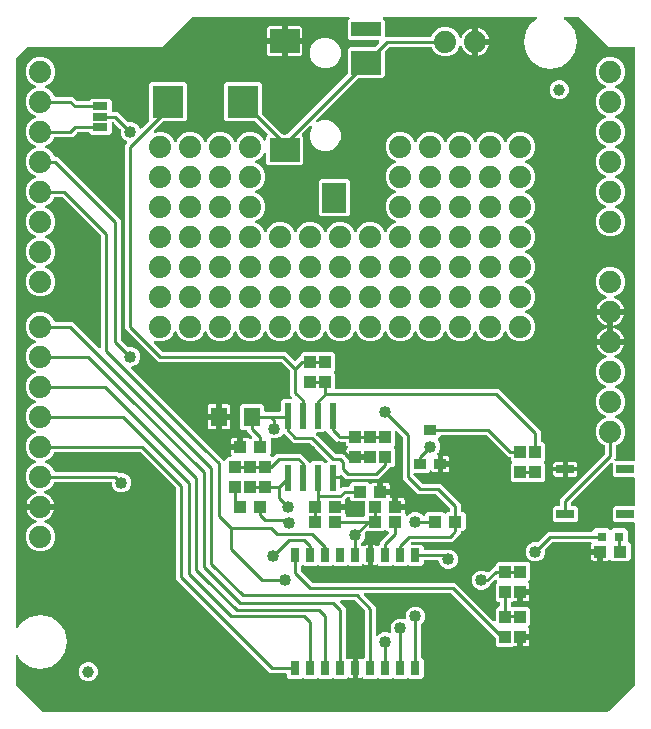
<source format=gbr>
G04 EAGLE Gerber RS-274X export*
G75*
%MOMM*%
%FSLAX34Y34*%
%LPD*%
%INTop Copper*%
%IPPOS*%
%AMOC8*
5,1,8,0,0,1.08239X$1,22.5*%
G01*
%ADD10C,1.879600*%
%ADD11R,0.762000X1.143000*%
%ADD12R,1.100000X1.000000*%
%ADD13R,1.270000X0.635000*%
%ADD14R,1.000000X1.100000*%
%ADD15R,0.609600X2.209800*%
%ADD16R,1.000000X0.900000*%
%ADD17R,1.100000X0.900000*%
%ADD18R,1.524000X0.762000*%
%ADD19R,0.800000X0.800000*%
%ADD20R,2.550000X2.700000*%
%ADD21R,1.400000X1.600000*%
%ADD22C,1.000000*%
%ADD23R,2.500000X2.000000*%
%ADD24R,2.000000X2.500000*%
%ADD25R,2.500000X1.200000*%
%ADD26C,0.254000*%
%ADD27C,1.016000*%

G36*
X505784Y4331D02*
X505784Y4331D01*
X505883Y4334D01*
X505941Y4351D01*
X506001Y4359D01*
X506093Y4395D01*
X506188Y4423D01*
X506240Y4453D01*
X506297Y4476D01*
X506377Y4534D01*
X506462Y4584D01*
X506537Y4650D01*
X506554Y4662D01*
X506562Y4672D01*
X506583Y4690D01*
X528710Y26817D01*
X528770Y26895D01*
X528838Y26968D01*
X528867Y27021D01*
X528904Y27068D01*
X528944Y27159D01*
X528992Y27246D01*
X529007Y27305D01*
X529031Y27360D01*
X529046Y27458D01*
X529071Y27554D01*
X529077Y27654D01*
X529081Y27674D01*
X529079Y27687D01*
X529081Y27715D01*
X529081Y163322D01*
X529066Y163440D01*
X529059Y163559D01*
X529046Y163597D01*
X529041Y163638D01*
X528998Y163748D01*
X528961Y163861D01*
X528939Y163896D01*
X528924Y163933D01*
X528855Y164029D01*
X528791Y164130D01*
X528761Y164158D01*
X528738Y164191D01*
X528646Y164267D01*
X528559Y164348D01*
X528524Y164368D01*
X528493Y164393D01*
X528385Y164444D01*
X528281Y164502D01*
X528241Y164512D01*
X528205Y164529D01*
X528088Y164551D01*
X527973Y164581D01*
X527913Y164585D01*
X527893Y164589D01*
X527872Y164587D01*
X527812Y164591D01*
X511817Y164591D01*
X510031Y166377D01*
X510031Y176523D01*
X511817Y178309D01*
X527812Y178309D01*
X527930Y178324D01*
X528049Y178331D01*
X528087Y178344D01*
X528128Y178349D01*
X528238Y178392D01*
X528351Y178429D01*
X528386Y178451D01*
X528423Y178466D01*
X528519Y178535D01*
X528620Y178599D01*
X528648Y178629D01*
X528681Y178652D01*
X528757Y178744D01*
X528838Y178831D01*
X528858Y178866D01*
X528883Y178897D01*
X528934Y179005D01*
X528992Y179109D01*
X529002Y179149D01*
X529019Y179185D01*
X529041Y179302D01*
X529071Y179417D01*
X529075Y179477D01*
X529079Y179497D01*
X529077Y179518D01*
X529081Y179578D01*
X529081Y201422D01*
X529066Y201540D01*
X529059Y201659D01*
X529046Y201697D01*
X529041Y201738D01*
X528998Y201848D01*
X528961Y201961D01*
X528939Y201996D01*
X528924Y202033D01*
X528855Y202129D01*
X528791Y202230D01*
X528761Y202258D01*
X528738Y202291D01*
X528646Y202367D01*
X528559Y202448D01*
X528524Y202468D01*
X528493Y202493D01*
X528385Y202544D01*
X528281Y202602D01*
X528241Y202612D01*
X528205Y202629D01*
X528088Y202651D01*
X527973Y202681D01*
X527913Y202685D01*
X527893Y202689D01*
X527872Y202687D01*
X527812Y202691D01*
X511817Y202691D01*
X510031Y204477D01*
X510031Y213839D01*
X510014Y213977D01*
X510001Y214116D01*
X509994Y214135D01*
X509991Y214155D01*
X509940Y214284D01*
X509893Y214415D01*
X509882Y214432D01*
X509874Y214451D01*
X509793Y214563D01*
X509715Y214678D01*
X509699Y214692D01*
X509688Y214708D01*
X509580Y214797D01*
X509476Y214889D01*
X509458Y214898D01*
X509443Y214911D01*
X509317Y214970D01*
X509193Y215033D01*
X509173Y215038D01*
X509155Y215046D01*
X509019Y215072D01*
X508883Y215103D01*
X508862Y215102D01*
X508843Y215106D01*
X508704Y215097D01*
X508565Y215093D01*
X508545Y215088D01*
X508525Y215086D01*
X508393Y215044D01*
X508259Y215005D01*
X508242Y214995D01*
X508223Y214988D01*
X508105Y214914D01*
X507985Y214843D01*
X507964Y214825D01*
X507954Y214818D01*
X507940Y214803D01*
X507865Y214737D01*
X494910Y201783D01*
X474590Y181463D01*
X474530Y181385D01*
X474462Y181312D01*
X474433Y181259D01*
X474396Y181212D01*
X474356Y181121D01*
X474308Y181034D01*
X474293Y180975D01*
X474269Y180920D01*
X474254Y180822D01*
X474229Y180726D01*
X474223Y180626D01*
X474219Y180606D01*
X474221Y180593D01*
X474219Y180565D01*
X474219Y179578D01*
X474234Y179460D01*
X474241Y179341D01*
X474254Y179303D01*
X474259Y179262D01*
X474302Y179152D01*
X474339Y179039D01*
X474361Y179004D01*
X474376Y178967D01*
X474445Y178871D01*
X474509Y178770D01*
X474539Y178742D01*
X474562Y178709D01*
X474654Y178633D01*
X474741Y178552D01*
X474776Y178532D01*
X474807Y178507D01*
X474915Y178456D01*
X475019Y178398D01*
X475059Y178388D01*
X475095Y178371D01*
X475212Y178349D01*
X475327Y178319D01*
X475387Y178315D01*
X475407Y178311D01*
X475428Y178313D01*
X475488Y178309D01*
X478783Y178309D01*
X480569Y176523D01*
X480569Y166377D01*
X478783Y164591D01*
X461017Y164591D01*
X459231Y166377D01*
X459231Y176523D01*
X461017Y178309D01*
X464312Y178309D01*
X464430Y178324D01*
X464549Y178331D01*
X464587Y178344D01*
X464628Y178349D01*
X464738Y178392D01*
X464851Y178429D01*
X464886Y178451D01*
X464923Y178466D01*
X465019Y178535D01*
X465120Y178599D01*
X465148Y178629D01*
X465181Y178652D01*
X465257Y178744D01*
X465338Y178831D01*
X465358Y178866D01*
X465383Y178897D01*
X465434Y179005D01*
X465492Y179109D01*
X465502Y179149D01*
X465519Y179185D01*
X465541Y179302D01*
X465571Y179417D01*
X465575Y179477D01*
X465579Y179497D01*
X465577Y179518D01*
X465581Y179578D01*
X465581Y184669D01*
X488803Y207890D01*
X503310Y222397D01*
X503370Y222475D01*
X503438Y222548D01*
X503467Y222601D01*
X503504Y222648D01*
X503544Y222739D01*
X503592Y222826D01*
X503607Y222885D01*
X503631Y222940D01*
X503646Y223038D01*
X503671Y223134D01*
X503677Y223234D01*
X503681Y223254D01*
X503679Y223267D01*
X503681Y223295D01*
X503681Y228769D01*
X503678Y228798D01*
X503680Y228827D01*
X503658Y228955D01*
X503641Y229084D01*
X503631Y229111D01*
X503626Y229141D01*
X503572Y229259D01*
X503524Y229380D01*
X503507Y229404D01*
X503495Y229431D01*
X503414Y229532D01*
X503338Y229637D01*
X503315Y229656D01*
X503296Y229679D01*
X503193Y229757D01*
X503093Y229840D01*
X503066Y229853D01*
X503042Y229870D01*
X502898Y229941D01*
X500950Y230748D01*
X497448Y234250D01*
X495553Y238824D01*
X495553Y243776D01*
X497448Y248350D01*
X500949Y251852D01*
X503305Y252827D01*
X503426Y252896D01*
X503548Y252961D01*
X503563Y252975D01*
X503581Y252985D01*
X503681Y253082D01*
X503784Y253175D01*
X503795Y253192D01*
X503809Y253206D01*
X503882Y253324D01*
X503958Y253441D01*
X503965Y253460D01*
X503976Y253477D01*
X504016Y253610D01*
X504062Y253742D01*
X504063Y253762D01*
X504069Y253781D01*
X504076Y253920D01*
X504087Y254059D01*
X504083Y254079D01*
X504084Y254099D01*
X504056Y254235D01*
X504032Y254372D01*
X504024Y254391D01*
X504020Y254410D01*
X503959Y254535D01*
X503902Y254662D01*
X503889Y254678D01*
X503880Y254696D01*
X503791Y254801D01*
X503703Y254910D01*
X503687Y254923D01*
X503674Y254938D01*
X503560Y255018D01*
X503449Y255102D01*
X503424Y255114D01*
X503414Y255121D01*
X503395Y255128D01*
X503305Y255173D01*
X500950Y256148D01*
X497448Y259650D01*
X495553Y264224D01*
X495553Y269176D01*
X497448Y273750D01*
X500949Y277252D01*
X503305Y278227D01*
X503426Y278296D01*
X503548Y278361D01*
X503563Y278375D01*
X503581Y278385D01*
X503681Y278482D01*
X503784Y278575D01*
X503795Y278592D01*
X503809Y278606D01*
X503882Y278724D01*
X503958Y278841D01*
X503965Y278860D01*
X503976Y278877D01*
X504016Y279010D01*
X504062Y279142D01*
X504063Y279162D01*
X504069Y279181D01*
X504076Y279320D01*
X504087Y279459D01*
X504083Y279479D01*
X504084Y279499D01*
X504056Y279635D01*
X504032Y279772D01*
X504024Y279791D01*
X504020Y279810D01*
X503959Y279935D01*
X503902Y280062D01*
X503889Y280078D01*
X503880Y280096D01*
X503790Y280202D01*
X503703Y280310D01*
X503687Y280323D01*
X503674Y280338D01*
X503560Y280418D01*
X503449Y280502D01*
X503424Y280514D01*
X503414Y280521D01*
X503395Y280528D01*
X503305Y280573D01*
X500950Y281548D01*
X497448Y285050D01*
X495553Y289624D01*
X495553Y294576D01*
X497448Y299150D01*
X500950Y302652D01*
X503975Y303905D01*
X504001Y303920D01*
X504030Y303929D01*
X504139Y303999D01*
X504252Y304063D01*
X504273Y304084D01*
X504298Y304100D01*
X504387Y304194D01*
X504480Y304284D01*
X504496Y304310D01*
X504516Y304331D01*
X504579Y304445D01*
X504646Y304555D01*
X504655Y304584D01*
X504669Y304610D01*
X504702Y304735D01*
X504740Y304859D01*
X504741Y304889D01*
X504749Y304918D01*
X504749Y305048D01*
X504755Y305177D01*
X504749Y305206D01*
X504749Y305236D01*
X504717Y305361D01*
X504691Y305488D01*
X504678Y305515D01*
X504670Y305544D01*
X504608Y305657D01*
X504551Y305774D01*
X504532Y305797D01*
X504517Y305823D01*
X504429Y305917D01*
X504345Y306016D01*
X504320Y306033D01*
X504300Y306055D01*
X504191Y306124D01*
X504085Y306199D01*
X504057Y306210D01*
X504031Y306226D01*
X503882Y306285D01*
X503417Y306436D01*
X501743Y307289D01*
X500222Y308394D01*
X498894Y309722D01*
X497789Y311243D01*
X496936Y312917D01*
X496355Y314704D01*
X496315Y314961D01*
X506730Y314961D01*
X506848Y314976D01*
X506967Y314983D01*
X507005Y314996D01*
X507045Y315001D01*
X507156Y315044D01*
X507269Y315081D01*
X507303Y315103D01*
X507341Y315118D01*
X507437Y315188D01*
X507538Y315251D01*
X507566Y315281D01*
X507598Y315304D01*
X507674Y315396D01*
X507756Y315483D01*
X507775Y315518D01*
X507801Y315549D01*
X507852Y315657D01*
X507909Y315761D01*
X507920Y315801D01*
X507937Y315837D01*
X507959Y315954D01*
X507989Y316069D01*
X507993Y316130D01*
X507997Y316150D01*
X507995Y316170D01*
X507999Y316230D01*
X507999Y317501D01*
X508001Y317501D01*
X508001Y316230D01*
X508016Y316112D01*
X508023Y315993D01*
X508036Y315955D01*
X508041Y315914D01*
X508085Y315803D01*
X508121Y315691D01*
X508143Y315656D01*
X508158Y315619D01*
X508228Y315523D01*
X508291Y315422D01*
X508321Y315394D01*
X508345Y315361D01*
X508436Y315286D01*
X508523Y315204D01*
X508558Y315184D01*
X508590Y315159D01*
X508697Y315108D01*
X508802Y315050D01*
X508841Y315040D01*
X508877Y315023D01*
X508994Y315001D01*
X509109Y314971D01*
X509170Y314967D01*
X509190Y314963D01*
X509210Y314965D01*
X509270Y314961D01*
X519685Y314961D01*
X519645Y314704D01*
X519064Y312917D01*
X518211Y311243D01*
X517106Y309722D01*
X515778Y308394D01*
X514257Y307289D01*
X512583Y306436D01*
X512118Y306285D01*
X512091Y306272D01*
X512062Y306265D01*
X511948Y306205D01*
X511830Y306150D01*
X511807Y306131D01*
X511781Y306117D01*
X511685Y306030D01*
X511585Y305947D01*
X511568Y305923D01*
X511546Y305903D01*
X511474Y305794D01*
X511398Y305690D01*
X511387Y305662D01*
X511371Y305637D01*
X511329Y305514D01*
X511281Y305394D01*
X511277Y305364D01*
X511268Y305336D01*
X511257Y305207D01*
X511241Y305079D01*
X511245Y305049D01*
X511242Y305019D01*
X511265Y304891D01*
X511281Y304763D01*
X511292Y304735D01*
X511297Y304706D01*
X511350Y304588D01*
X511398Y304467D01*
X511415Y304443D01*
X511427Y304416D01*
X511508Y304315D01*
X511584Y304210D01*
X511607Y304191D01*
X511626Y304167D01*
X511730Y304089D01*
X511829Y304007D01*
X511856Y303994D01*
X511880Y303976D01*
X512025Y303905D01*
X515050Y302652D01*
X518552Y299150D01*
X520447Y294576D01*
X520447Y289624D01*
X518552Y285050D01*
X515050Y281548D01*
X512695Y280573D01*
X512575Y280504D01*
X512452Y280439D01*
X512437Y280425D01*
X512419Y280415D01*
X512319Y280318D01*
X512216Y280225D01*
X512205Y280208D01*
X512191Y280194D01*
X512118Y280075D01*
X512042Y279959D01*
X512035Y279940D01*
X512024Y279923D01*
X511983Y279790D01*
X511938Y279658D01*
X511937Y279638D01*
X511931Y279619D01*
X511924Y279480D01*
X511913Y279341D01*
X511917Y279321D01*
X511916Y279301D01*
X511944Y279165D01*
X511968Y279028D01*
X511976Y279009D01*
X511980Y278990D01*
X512041Y278864D01*
X512098Y278738D01*
X512111Y278722D01*
X512120Y278704D01*
X512210Y278598D01*
X512297Y278490D01*
X512313Y278477D01*
X512326Y278462D01*
X512440Y278382D01*
X512551Y278298D01*
X512576Y278286D01*
X512586Y278279D01*
X512605Y278272D01*
X512695Y278227D01*
X515051Y277252D01*
X518552Y273750D01*
X520447Y269176D01*
X520447Y264224D01*
X518552Y259650D01*
X515050Y256148D01*
X512695Y255173D01*
X512575Y255104D01*
X512452Y255039D01*
X512437Y255025D01*
X512419Y255015D01*
X512319Y254918D01*
X512216Y254825D01*
X512205Y254808D01*
X512191Y254794D01*
X512118Y254675D01*
X512042Y254559D01*
X512035Y254540D01*
X512024Y254523D01*
X511983Y254390D01*
X511938Y254258D01*
X511937Y254238D01*
X511931Y254219D01*
X511924Y254080D01*
X511913Y253941D01*
X511917Y253921D01*
X511916Y253901D01*
X511944Y253765D01*
X511968Y253628D01*
X511976Y253609D01*
X511980Y253590D01*
X512041Y253464D01*
X512098Y253338D01*
X512111Y253322D01*
X512120Y253304D01*
X512210Y253198D01*
X512297Y253090D01*
X512313Y253077D01*
X512326Y253062D01*
X512440Y252982D01*
X512551Y252898D01*
X512576Y252886D01*
X512586Y252879D01*
X512605Y252872D01*
X512695Y252827D01*
X515051Y251852D01*
X518552Y248350D01*
X520447Y243776D01*
X520447Y238824D01*
X518552Y234250D01*
X515050Y230748D01*
X513102Y229941D01*
X513077Y229927D01*
X513049Y229917D01*
X512939Y229848D01*
X512826Y229784D01*
X512805Y229763D01*
X512780Y229747D01*
X512691Y229653D01*
X512598Y229562D01*
X512582Y229537D01*
X512562Y229516D01*
X512499Y229402D01*
X512431Y229291D01*
X512423Y229263D01*
X512408Y229237D01*
X512376Y229111D01*
X512338Y228987D01*
X512336Y228958D01*
X512329Y228929D01*
X512319Y228769D01*
X512319Y219191D01*
X511703Y218575D01*
X511618Y218466D01*
X511529Y218359D01*
X511521Y218340D01*
X511508Y218324D01*
X511453Y218196D01*
X511394Y218071D01*
X511390Y218051D01*
X511382Y218032D01*
X511360Y217894D01*
X511334Y217758D01*
X511335Y217738D01*
X511332Y217718D01*
X511345Y217579D01*
X511354Y217441D01*
X511360Y217422D01*
X511362Y217402D01*
X511409Y217270D01*
X511452Y217139D01*
X511462Y217121D01*
X511469Y217102D01*
X511547Y216987D01*
X511622Y216870D01*
X511637Y216856D01*
X511648Y216839D01*
X511752Y216747D01*
X511853Y216652D01*
X511871Y216642D01*
X511886Y216629D01*
X512010Y216566D01*
X512132Y216498D01*
X512152Y216493D01*
X512170Y216484D01*
X512305Y216454D01*
X512440Y216419D01*
X512468Y216417D01*
X512480Y216414D01*
X512500Y216415D01*
X512601Y216409D01*
X527812Y216409D01*
X527930Y216424D01*
X528049Y216431D01*
X528087Y216444D01*
X528128Y216449D01*
X528238Y216492D01*
X528351Y216529D01*
X528386Y216551D01*
X528423Y216566D01*
X528519Y216635D01*
X528620Y216699D01*
X528648Y216729D01*
X528681Y216752D01*
X528757Y216844D01*
X528838Y216931D01*
X528858Y216966D01*
X528883Y216997D01*
X528934Y217105D01*
X528992Y217209D01*
X529002Y217249D01*
X529019Y217285D01*
X529041Y217402D01*
X529071Y217517D01*
X529075Y217577D01*
X529079Y217597D01*
X529077Y217618D01*
X529081Y217678D01*
X529081Y565912D01*
X529066Y566030D01*
X529059Y566149D01*
X529046Y566187D01*
X529041Y566228D01*
X528998Y566338D01*
X528961Y566451D01*
X528939Y566486D01*
X528924Y566523D01*
X528855Y566619D01*
X528791Y566720D01*
X528761Y566748D01*
X528738Y566781D01*
X528646Y566857D01*
X528559Y566938D01*
X528524Y566958D01*
X528493Y566983D01*
X528385Y567034D01*
X528281Y567092D01*
X528241Y567102D01*
X528205Y567119D01*
X528088Y567141D01*
X527973Y567171D01*
X527913Y567175D01*
X527893Y567179D01*
X527872Y567177D01*
X527812Y567181D01*
X506211Y567181D01*
X481183Y592210D01*
X481105Y592270D01*
X481032Y592338D01*
X480979Y592367D01*
X480932Y592404D01*
X480841Y592444D01*
X480754Y592492D01*
X480695Y592507D01*
X480640Y592531D01*
X480542Y592546D01*
X480446Y592571D01*
X480346Y592577D01*
X480326Y592581D01*
X480313Y592579D01*
X480285Y592581D01*
X469923Y592581D01*
X469820Y592568D01*
X469715Y592564D01*
X469662Y592548D01*
X469608Y592541D01*
X469511Y592503D01*
X469411Y592473D01*
X469363Y592445D01*
X469312Y592424D01*
X469228Y592363D01*
X469138Y592309D01*
X469099Y592270D01*
X469055Y592238D01*
X468988Y592157D01*
X468915Y592083D01*
X468887Y592035D01*
X468852Y591993D01*
X468807Y591898D01*
X468755Y591808D01*
X468740Y591755D01*
X468716Y591705D01*
X468697Y591602D01*
X468668Y591502D01*
X468667Y591447D01*
X468657Y591393D01*
X468663Y591288D01*
X468660Y591184D01*
X468673Y591130D01*
X468676Y591075D01*
X468709Y590976D01*
X468732Y590874D01*
X468757Y590825D01*
X468774Y590773D01*
X468830Y590684D01*
X468878Y590592D01*
X468915Y590550D01*
X468944Y590504D01*
X469021Y590432D01*
X469090Y590354D01*
X469160Y590301D01*
X469176Y590286D01*
X469189Y590279D01*
X469218Y590257D01*
X473258Y587558D01*
X478180Y580190D01*
X479909Y571500D01*
X478180Y562810D01*
X473258Y555442D01*
X465890Y550520D01*
X457200Y548791D01*
X448510Y550520D01*
X441142Y555442D01*
X436220Y562810D01*
X434491Y571500D01*
X436220Y580190D01*
X441142Y587558D01*
X445182Y590257D01*
X445261Y590325D01*
X445345Y590386D01*
X445380Y590429D01*
X445422Y590465D01*
X445482Y590551D01*
X445548Y590631D01*
X445572Y590681D01*
X445603Y590727D01*
X445639Y590825D01*
X445684Y590919D01*
X445694Y590973D01*
X445713Y591025D01*
X445724Y591129D01*
X445743Y591232D01*
X445740Y591287D01*
X445746Y591341D01*
X445730Y591445D01*
X445724Y591549D01*
X445707Y591601D01*
X445699Y591656D01*
X445658Y591752D01*
X445626Y591851D01*
X445596Y591898D01*
X445575Y591949D01*
X445511Y592032D01*
X445456Y592120D01*
X445415Y592158D01*
X445382Y592202D01*
X445300Y592267D01*
X445224Y592338D01*
X445176Y592365D01*
X445132Y592399D01*
X445037Y592441D01*
X444945Y592492D01*
X444892Y592505D01*
X444842Y592528D01*
X444738Y592545D01*
X444637Y592571D01*
X444549Y592577D01*
X444528Y592580D01*
X444513Y592579D01*
X444477Y592581D01*
X316395Y592581D01*
X316257Y592564D01*
X316118Y592551D01*
X316099Y592544D01*
X316079Y592541D01*
X315950Y592490D01*
X315819Y592443D01*
X315802Y592432D01*
X315783Y592424D01*
X315671Y592343D01*
X315556Y592265D01*
X315542Y592249D01*
X315526Y592238D01*
X315437Y592130D01*
X315345Y592026D01*
X315336Y592008D01*
X315323Y591993D01*
X315264Y591867D01*
X315201Y591743D01*
X315196Y591723D01*
X315188Y591705D01*
X315162Y591568D01*
X315131Y591433D01*
X315132Y591412D01*
X315128Y591393D01*
X315136Y591254D01*
X315141Y591115D01*
X315146Y591095D01*
X315148Y591075D01*
X315190Y590943D01*
X315229Y590809D01*
X315239Y590792D01*
X315246Y590773D01*
X315320Y590655D01*
X315391Y590535D01*
X315409Y590514D01*
X315416Y590504D01*
X315431Y590490D01*
X315497Y590415D01*
X316749Y589163D01*
X316749Y577088D01*
X316764Y576970D01*
X316771Y576851D01*
X316784Y576813D01*
X316789Y576772D01*
X316832Y576662D01*
X316869Y576549D01*
X316891Y576514D01*
X316906Y576477D01*
X316975Y576381D01*
X317039Y576280D01*
X317069Y576252D01*
X317092Y576219D01*
X317184Y576143D01*
X317271Y576062D01*
X317306Y576042D01*
X317337Y576017D01*
X317445Y575966D01*
X317549Y575908D01*
X317589Y575898D01*
X317625Y575881D01*
X317742Y575859D01*
X317857Y575829D01*
X317917Y575825D01*
X317937Y575821D01*
X317958Y575823D01*
X318018Y575819D01*
X355769Y575819D01*
X355798Y575822D01*
X355827Y575820D01*
X355955Y575842D01*
X356084Y575859D01*
X356111Y575869D01*
X356141Y575874D01*
X356259Y575928D01*
X356380Y575976D01*
X356404Y575993D01*
X356431Y576005D01*
X356532Y576086D01*
X356637Y576162D01*
X356656Y576185D01*
X356679Y576204D01*
X356757Y576307D01*
X356840Y576407D01*
X356853Y576434D01*
X356870Y576458D01*
X356941Y576602D01*
X357748Y578550D01*
X361250Y582052D01*
X365824Y583947D01*
X370776Y583947D01*
X375350Y582052D01*
X378852Y578550D01*
X380105Y575525D01*
X380120Y575499D01*
X380129Y575470D01*
X380199Y575361D01*
X380263Y575248D01*
X380284Y575227D01*
X380300Y575202D01*
X380394Y575113D01*
X380484Y575020D01*
X380510Y575004D01*
X380531Y574984D01*
X380645Y574921D01*
X380755Y574854D01*
X380784Y574845D01*
X380810Y574831D01*
X380935Y574798D01*
X381059Y574760D01*
X381089Y574759D01*
X381118Y574751D01*
X381248Y574751D01*
X381377Y574745D01*
X381406Y574751D01*
X381436Y574751D01*
X381561Y574783D01*
X381688Y574809D01*
X381715Y574822D01*
X381744Y574830D01*
X381857Y574892D01*
X381974Y574949D01*
X381997Y574968D01*
X382023Y574983D01*
X382117Y575071D01*
X382216Y575155D01*
X382233Y575180D01*
X382255Y575200D01*
X382324Y575309D01*
X382399Y575415D01*
X382410Y575443D01*
X382426Y575469D01*
X382485Y575618D01*
X382636Y576083D01*
X383489Y577757D01*
X384594Y579278D01*
X385922Y580606D01*
X387443Y581711D01*
X389117Y582564D01*
X390904Y583145D01*
X391161Y583185D01*
X391161Y572770D01*
X391176Y572652D01*
X391183Y572533D01*
X391196Y572495D01*
X391201Y572455D01*
X391244Y572344D01*
X391281Y572231D01*
X391303Y572197D01*
X391318Y572159D01*
X391388Y572063D01*
X391451Y571962D01*
X391481Y571934D01*
X391504Y571902D01*
X391596Y571826D01*
X391683Y571744D01*
X391718Y571725D01*
X391749Y571699D01*
X391857Y571648D01*
X391961Y571591D01*
X392001Y571580D01*
X392037Y571563D01*
X392154Y571541D01*
X392269Y571511D01*
X392330Y571507D01*
X392350Y571503D01*
X392370Y571505D01*
X392430Y571501D01*
X393701Y571501D01*
X393701Y571499D01*
X392430Y571499D01*
X392312Y571484D01*
X392193Y571477D01*
X392155Y571464D01*
X392114Y571459D01*
X392004Y571415D01*
X391891Y571379D01*
X391856Y571357D01*
X391819Y571342D01*
X391723Y571272D01*
X391622Y571209D01*
X391594Y571179D01*
X391561Y571155D01*
X391486Y571064D01*
X391404Y570977D01*
X391384Y570942D01*
X391359Y570910D01*
X391308Y570803D01*
X391250Y570698D01*
X391240Y570659D01*
X391223Y570623D01*
X391201Y570506D01*
X391171Y570391D01*
X391167Y570330D01*
X391163Y570310D01*
X391165Y570290D01*
X391161Y570230D01*
X391161Y559815D01*
X390904Y559855D01*
X389117Y560436D01*
X387443Y561289D01*
X385922Y562394D01*
X384594Y563722D01*
X383489Y565243D01*
X382636Y566917D01*
X382485Y567382D01*
X382472Y567409D01*
X382465Y567438D01*
X382405Y567552D01*
X382350Y567670D01*
X382331Y567693D01*
X382317Y567719D01*
X382230Y567815D01*
X382147Y567915D01*
X382123Y567932D01*
X382103Y567954D01*
X381994Y568026D01*
X381890Y568102D01*
X381862Y568113D01*
X381837Y568129D01*
X381714Y568171D01*
X381594Y568219D01*
X381564Y568223D01*
X381536Y568232D01*
X381407Y568243D01*
X381279Y568259D01*
X381249Y568255D01*
X381219Y568258D01*
X381091Y568235D01*
X380963Y568219D01*
X380935Y568208D01*
X380906Y568203D01*
X380788Y568150D01*
X380667Y568102D01*
X380643Y568085D01*
X380616Y568073D01*
X380515Y567992D01*
X380410Y567916D01*
X380391Y567893D01*
X380367Y567874D01*
X380289Y567770D01*
X380207Y567671D01*
X380194Y567644D01*
X380176Y567620D01*
X380105Y567475D01*
X378852Y564450D01*
X375350Y560948D01*
X370776Y559053D01*
X365824Y559053D01*
X361250Y560948D01*
X357748Y564450D01*
X356941Y566398D01*
X356927Y566423D01*
X356917Y566451D01*
X356848Y566561D01*
X356784Y566674D01*
X356763Y566695D01*
X356747Y566720D01*
X356653Y566809D01*
X356562Y566902D01*
X356537Y566918D01*
X356516Y566938D01*
X356402Y567001D01*
X356291Y567069D01*
X356263Y567077D01*
X356237Y567092D01*
X356111Y567124D01*
X355987Y567162D01*
X355958Y567164D01*
X355929Y567171D01*
X355769Y567181D01*
X321115Y567181D01*
X321016Y567169D01*
X320917Y567166D01*
X320859Y567149D01*
X320799Y567141D01*
X320707Y567105D01*
X320612Y567077D01*
X320560Y567047D01*
X320503Y567024D01*
X320423Y566966D01*
X320338Y566916D01*
X320263Y566850D01*
X320246Y566838D01*
X320238Y566828D01*
X320217Y566810D01*
X317120Y563713D01*
X317060Y563635D01*
X316992Y563562D01*
X316963Y563509D01*
X316926Y563462D01*
X316886Y563371D01*
X316838Y563284D01*
X316823Y563225D01*
X316799Y563170D01*
X316784Y563072D01*
X316759Y562976D01*
X316753Y562876D01*
X316751Y562869D01*
X316751Y562868D01*
X316749Y562856D01*
X316751Y562843D01*
X316749Y562815D01*
X316749Y542637D01*
X314963Y540851D01*
X294785Y540851D01*
X294686Y540839D01*
X294587Y540836D01*
X294529Y540819D01*
X294469Y540811D01*
X294377Y540775D01*
X294282Y540747D01*
X294230Y540717D01*
X294173Y540694D01*
X294093Y540636D01*
X294008Y540586D01*
X293933Y540520D01*
X293916Y540508D01*
X293908Y540498D01*
X293887Y540480D01*
X258804Y505396D01*
X258761Y505341D01*
X258711Y505293D01*
X258664Y505216D01*
X258609Y505145D01*
X258581Y505081D01*
X258545Y505021D01*
X258518Y504936D01*
X258483Y504853D01*
X258472Y504784D01*
X258451Y504717D01*
X258447Y504628D01*
X258433Y504539D01*
X258439Y504469D01*
X258436Y504400D01*
X258454Y504312D01*
X258463Y504222D01*
X258486Y504157D01*
X258500Y504088D01*
X258540Y504008D01*
X258570Y503923D01*
X258609Y503865D01*
X258640Y503803D01*
X258698Y503734D01*
X258749Y503660D01*
X258801Y503614D01*
X258846Y503561D01*
X258920Y503509D01*
X258987Y503449D01*
X259049Y503418D01*
X259106Y503378D01*
X259190Y503346D01*
X259270Y503305D01*
X259338Y503290D01*
X259404Y503265D01*
X259493Y503255D01*
X259581Y503235D01*
X259650Y503237D01*
X259720Y503230D01*
X259809Y503242D01*
X259899Y503245D01*
X259966Y503264D01*
X260035Y503274D01*
X260187Y503326D01*
X264104Y504949D01*
X269296Y504949D01*
X274091Y502962D01*
X277762Y499291D01*
X279749Y494496D01*
X279749Y489304D01*
X277762Y484509D01*
X274091Y480838D01*
X269296Y478851D01*
X264104Y478851D01*
X259309Y480838D01*
X255638Y484509D01*
X253651Y489304D01*
X253651Y494496D01*
X255274Y498413D01*
X255292Y498480D01*
X255320Y498544D01*
X255334Y498633D01*
X255358Y498720D01*
X255359Y498789D01*
X255370Y498858D01*
X255361Y498948D01*
X255363Y499038D01*
X255347Y499106D01*
X255340Y499175D01*
X255310Y499260D01*
X255289Y499347D01*
X255256Y499409D01*
X255232Y499474D01*
X255182Y499549D01*
X255140Y499628D01*
X255093Y499680D01*
X255054Y499737D01*
X254987Y499797D01*
X254926Y499863D01*
X254868Y499902D01*
X254815Y499948D01*
X254736Y499989D01*
X254660Y500038D01*
X254594Y500061D01*
X254532Y500093D01*
X254445Y500112D01*
X254360Y500141D01*
X254290Y500147D01*
X254222Y500162D01*
X254132Y500159D01*
X254043Y500167D01*
X253974Y500155D01*
X253904Y500153D01*
X253818Y500128D01*
X253729Y500112D01*
X253666Y500083D01*
X253599Y500064D01*
X253521Y500018D01*
X253439Y499982D01*
X253385Y499938D01*
X253325Y499903D01*
X253204Y499796D01*
X247057Y493649D01*
X246984Y493555D01*
X246905Y493466D01*
X246887Y493430D01*
X246862Y493398D01*
X246815Y493289D01*
X246761Y493183D01*
X246752Y493144D01*
X246736Y493106D01*
X246717Y492988D01*
X246691Y492873D01*
X246692Y492832D01*
X246686Y492792D01*
X246697Y492674D01*
X246701Y492555D01*
X246712Y492516D01*
X246716Y492476D01*
X246756Y492364D01*
X246789Y492249D01*
X246810Y492214D01*
X246823Y492176D01*
X246890Y492078D01*
X246951Y491975D01*
X246991Y491930D01*
X247002Y491913D01*
X247017Y491900D01*
X247057Y491854D01*
X247749Y491163D01*
X247749Y468637D01*
X245963Y466851D01*
X218437Y466851D01*
X216651Y468637D01*
X216651Y476168D01*
X216643Y476238D01*
X216644Y476307D01*
X216623Y476395D01*
X216611Y476484D01*
X216586Y476549D01*
X216569Y476617D01*
X216527Y476696D01*
X216494Y476780D01*
X216453Y476836D01*
X216421Y476898D01*
X216360Y476964D01*
X216308Y477037D01*
X216254Y477081D01*
X216207Y477133D01*
X216132Y477182D01*
X216063Y477240D01*
X215999Y477270D01*
X215941Y477308D01*
X215856Y477337D01*
X215775Y477375D01*
X215706Y477388D01*
X215640Y477411D01*
X215551Y477418D01*
X215463Y477435D01*
X215393Y477431D01*
X215323Y477436D01*
X215235Y477421D01*
X215145Y477415D01*
X215079Y477394D01*
X215010Y477382D01*
X214928Y477345D01*
X214843Y477317D01*
X214784Y477280D01*
X214720Y477251D01*
X214650Y477195D01*
X214574Y477147D01*
X214526Y477096D01*
X214472Y477053D01*
X214417Y476981D01*
X214356Y476916D01*
X214322Y476854D01*
X214280Y476799D01*
X214209Y476654D01*
X213752Y475550D01*
X210250Y472048D01*
X207895Y471073D01*
X207775Y471004D01*
X207652Y470939D01*
X207637Y470925D01*
X207619Y470915D01*
X207519Y470818D01*
X207416Y470725D01*
X207405Y470708D01*
X207391Y470694D01*
X207318Y470575D01*
X207242Y470459D01*
X207235Y470440D01*
X207224Y470423D01*
X207184Y470290D01*
X207138Y470158D01*
X207137Y470138D01*
X207131Y470119D01*
X207124Y469980D01*
X207113Y469841D01*
X207117Y469821D01*
X207116Y469801D01*
X207144Y469665D01*
X207168Y469528D01*
X207176Y469509D01*
X207180Y469490D01*
X207241Y469364D01*
X207298Y469238D01*
X207311Y469222D01*
X207320Y469204D01*
X207410Y469098D01*
X207497Y468990D01*
X207513Y468977D01*
X207526Y468962D01*
X207640Y468882D01*
X207751Y468798D01*
X207776Y468786D01*
X207786Y468779D01*
X207805Y468772D01*
X207895Y468727D01*
X210250Y467752D01*
X213752Y464250D01*
X215647Y459676D01*
X215647Y454724D01*
X213752Y450150D01*
X210250Y446648D01*
X207895Y445673D01*
X207775Y445604D01*
X207652Y445539D01*
X207637Y445525D01*
X207619Y445515D01*
X207519Y445418D01*
X207416Y445325D01*
X207405Y445308D01*
X207391Y445294D01*
X207318Y445175D01*
X207242Y445059D01*
X207235Y445040D01*
X207224Y445023D01*
X207184Y444890D01*
X207138Y444758D01*
X207137Y444738D01*
X207131Y444719D01*
X207124Y444580D01*
X207113Y444441D01*
X207117Y444421D01*
X207116Y444401D01*
X207144Y444265D01*
X207168Y444128D01*
X207176Y444109D01*
X207180Y444090D01*
X207241Y443964D01*
X207298Y443838D01*
X207311Y443822D01*
X207320Y443804D01*
X207410Y443698D01*
X207497Y443590D01*
X207513Y443577D01*
X207526Y443562D01*
X207640Y443482D01*
X207751Y443398D01*
X207776Y443386D01*
X207786Y443379D01*
X207805Y443372D01*
X207895Y443327D01*
X210250Y442352D01*
X213752Y438850D01*
X215647Y434276D01*
X215647Y429324D01*
X213752Y424750D01*
X210250Y421248D01*
X207895Y420273D01*
X207775Y420204D01*
X207652Y420139D01*
X207637Y420125D01*
X207619Y420115D01*
X207519Y420018D01*
X207416Y419925D01*
X207405Y419908D01*
X207391Y419894D01*
X207318Y419775D01*
X207242Y419659D01*
X207235Y419640D01*
X207224Y419623D01*
X207184Y419490D01*
X207138Y419358D01*
X207137Y419338D01*
X207131Y419319D01*
X207124Y419180D01*
X207113Y419041D01*
X207117Y419021D01*
X207116Y419001D01*
X207144Y418865D01*
X207168Y418728D01*
X207176Y418709D01*
X207180Y418690D01*
X207241Y418564D01*
X207298Y418438D01*
X207311Y418422D01*
X207320Y418404D01*
X207410Y418298D01*
X207497Y418190D01*
X207513Y418177D01*
X207526Y418162D01*
X207640Y418082D01*
X207751Y417998D01*
X207776Y417986D01*
X207786Y417979D01*
X207805Y417972D01*
X207895Y417927D01*
X210250Y416952D01*
X213752Y413450D01*
X214727Y411095D01*
X214796Y410975D01*
X214861Y410852D01*
X214875Y410837D01*
X214885Y410819D01*
X214982Y410719D01*
X215075Y410616D01*
X215092Y410605D01*
X215106Y410591D01*
X215225Y410518D01*
X215341Y410442D01*
X215360Y410435D01*
X215377Y410424D01*
X215510Y410383D01*
X215642Y410338D01*
X215662Y410337D01*
X215681Y410331D01*
X215820Y410324D01*
X215959Y410313D01*
X215979Y410317D01*
X215999Y410316D01*
X216135Y410344D01*
X216272Y410368D01*
X216291Y410376D01*
X216310Y410380D01*
X216436Y410441D01*
X216562Y410498D01*
X216578Y410511D01*
X216596Y410520D01*
X216702Y410610D01*
X216810Y410697D01*
X216823Y410713D01*
X216838Y410726D01*
X216918Y410840D01*
X217002Y410951D01*
X217014Y410976D01*
X217021Y410986D01*
X217028Y411005D01*
X217073Y411095D01*
X218048Y413451D01*
X221550Y416952D01*
X226124Y418847D01*
X231076Y418847D01*
X235650Y416952D01*
X239152Y413450D01*
X240127Y411095D01*
X240196Y410975D01*
X240261Y410852D01*
X240275Y410837D01*
X240285Y410819D01*
X240382Y410719D01*
X240475Y410616D01*
X240492Y410605D01*
X240506Y410591D01*
X240625Y410518D01*
X240741Y410442D01*
X240760Y410435D01*
X240777Y410424D01*
X240910Y410383D01*
X241042Y410338D01*
X241062Y410337D01*
X241081Y410331D01*
X241220Y410324D01*
X241359Y410313D01*
X241379Y410317D01*
X241399Y410316D01*
X241535Y410344D01*
X241672Y410368D01*
X241691Y410376D01*
X241710Y410380D01*
X241836Y410441D01*
X241962Y410498D01*
X241978Y410511D01*
X241996Y410520D01*
X242102Y410610D01*
X242210Y410697D01*
X242223Y410713D01*
X242238Y410726D01*
X242318Y410840D01*
X242402Y410951D01*
X242414Y410976D01*
X242421Y410986D01*
X242428Y411005D01*
X242473Y411095D01*
X243448Y413451D01*
X246950Y416952D01*
X251524Y418847D01*
X256476Y418847D01*
X261050Y416952D01*
X264552Y413450D01*
X265527Y411095D01*
X265596Y410975D01*
X265661Y410852D01*
X265675Y410837D01*
X265685Y410819D01*
X265782Y410719D01*
X265875Y410616D01*
X265892Y410605D01*
X265906Y410591D01*
X266025Y410518D01*
X266141Y410442D01*
X266160Y410435D01*
X266177Y410424D01*
X266310Y410383D01*
X266442Y410338D01*
X266462Y410337D01*
X266481Y410331D01*
X266620Y410324D01*
X266759Y410313D01*
X266779Y410317D01*
X266799Y410316D01*
X266935Y410344D01*
X267072Y410368D01*
X267091Y410376D01*
X267110Y410380D01*
X267236Y410441D01*
X267362Y410498D01*
X267378Y410511D01*
X267396Y410520D01*
X267502Y410610D01*
X267610Y410697D01*
X267623Y410713D01*
X267638Y410726D01*
X267718Y410840D01*
X267802Y410951D01*
X267814Y410976D01*
X267821Y410986D01*
X267828Y411005D01*
X267873Y411095D01*
X268848Y413451D01*
X272350Y416952D01*
X276924Y418847D01*
X281876Y418847D01*
X286450Y416952D01*
X289952Y413450D01*
X290927Y411095D01*
X290996Y410975D01*
X291061Y410852D01*
X291075Y410837D01*
X291085Y410819D01*
X291182Y410719D01*
X291275Y410616D01*
X291292Y410605D01*
X291306Y410591D01*
X291425Y410518D01*
X291541Y410442D01*
X291560Y410435D01*
X291577Y410424D01*
X291710Y410383D01*
X291842Y410338D01*
X291862Y410337D01*
X291881Y410331D01*
X292020Y410324D01*
X292159Y410313D01*
X292179Y410317D01*
X292199Y410316D01*
X292335Y410344D01*
X292472Y410368D01*
X292491Y410376D01*
X292510Y410380D01*
X292636Y410441D01*
X292762Y410498D01*
X292778Y410511D01*
X292796Y410520D01*
X292902Y410610D01*
X293010Y410697D01*
X293023Y410713D01*
X293038Y410726D01*
X293118Y410840D01*
X293202Y410951D01*
X293214Y410976D01*
X293221Y410986D01*
X293228Y411005D01*
X293273Y411095D01*
X294248Y413451D01*
X297750Y416952D01*
X302324Y418847D01*
X307276Y418847D01*
X311850Y416952D01*
X315352Y413450D01*
X316327Y411095D01*
X316396Y410975D01*
X316461Y410852D01*
X316475Y410837D01*
X316485Y410819D01*
X316582Y410719D01*
X316675Y410616D01*
X316692Y410605D01*
X316706Y410591D01*
X316825Y410518D01*
X316941Y410442D01*
X316960Y410435D01*
X316977Y410424D01*
X317110Y410383D01*
X317242Y410338D01*
X317262Y410337D01*
X317281Y410331D01*
X317420Y410324D01*
X317559Y410313D01*
X317579Y410317D01*
X317599Y410316D01*
X317735Y410344D01*
X317872Y410368D01*
X317891Y410376D01*
X317910Y410380D01*
X318036Y410441D01*
X318162Y410498D01*
X318178Y410511D01*
X318196Y410520D01*
X318302Y410610D01*
X318410Y410697D01*
X318423Y410713D01*
X318438Y410726D01*
X318518Y410840D01*
X318602Y410951D01*
X318614Y410976D01*
X318621Y410986D01*
X318628Y411005D01*
X318673Y411095D01*
X319648Y413451D01*
X323149Y416952D01*
X325505Y417927D01*
X325626Y417996D01*
X325748Y418061D01*
X325763Y418075D01*
X325781Y418085D01*
X325881Y418182D01*
X325984Y418275D01*
X325995Y418292D01*
X326009Y418306D01*
X326082Y418424D01*
X326158Y418541D01*
X326165Y418560D01*
X326176Y418577D01*
X326216Y418710D01*
X326262Y418842D01*
X326263Y418862D01*
X326269Y418881D01*
X326276Y419020D01*
X326287Y419159D01*
X326283Y419179D01*
X326284Y419199D01*
X326256Y419335D01*
X326232Y419472D01*
X326224Y419491D01*
X326220Y419510D01*
X326159Y419635D01*
X326102Y419762D01*
X326089Y419778D01*
X326080Y419796D01*
X325990Y419902D01*
X325903Y420010D01*
X325887Y420023D01*
X325874Y420038D01*
X325760Y420118D01*
X325649Y420202D01*
X325624Y420214D01*
X325614Y420221D01*
X325595Y420228D01*
X325505Y420273D01*
X323150Y421248D01*
X319648Y424750D01*
X317753Y429324D01*
X317753Y434276D01*
X319648Y438850D01*
X323150Y442352D01*
X325505Y443327D01*
X325625Y443396D01*
X325748Y443461D01*
X325763Y443475D01*
X325781Y443485D01*
X325881Y443582D01*
X325984Y443675D01*
X325995Y443692D01*
X326009Y443706D01*
X326082Y443824D01*
X326158Y443941D01*
X326165Y443960D01*
X326176Y443977D01*
X326216Y444110D01*
X326262Y444242D01*
X326263Y444262D01*
X326269Y444281D01*
X326276Y444420D01*
X326287Y444559D01*
X326283Y444579D01*
X326284Y444599D01*
X326256Y444735D01*
X326232Y444872D01*
X326224Y444891D01*
X326220Y444910D01*
X326159Y445035D01*
X326102Y445162D01*
X326089Y445178D01*
X326080Y445196D01*
X325990Y445302D01*
X325903Y445410D01*
X325887Y445423D01*
X325874Y445438D01*
X325760Y445518D01*
X325649Y445602D01*
X325624Y445614D01*
X325614Y445621D01*
X325595Y445628D01*
X325505Y445673D01*
X323150Y446648D01*
X319648Y450150D01*
X317753Y454724D01*
X317753Y459676D01*
X319648Y464250D01*
X323150Y467752D01*
X325505Y468727D01*
X325625Y468796D01*
X325748Y468861D01*
X325763Y468875D01*
X325781Y468885D01*
X325881Y468982D01*
X325984Y469075D01*
X325995Y469092D01*
X326009Y469106D01*
X326082Y469225D01*
X326158Y469341D01*
X326165Y469360D01*
X326176Y469377D01*
X326216Y469510D01*
X326262Y469642D01*
X326263Y469662D01*
X326269Y469681D01*
X326276Y469820D01*
X326287Y469959D01*
X326283Y469979D01*
X326284Y469999D01*
X326256Y470135D01*
X326232Y470272D01*
X326224Y470291D01*
X326220Y470310D01*
X326159Y470436D01*
X326102Y470562D01*
X326089Y470578D01*
X326080Y470596D01*
X325990Y470702D01*
X325903Y470810D01*
X325887Y470823D01*
X325874Y470838D01*
X325760Y470918D01*
X325649Y471002D01*
X325624Y471014D01*
X325614Y471021D01*
X325595Y471028D01*
X325505Y471073D01*
X323150Y472048D01*
X319648Y475550D01*
X317753Y480124D01*
X317753Y485076D01*
X319648Y489650D01*
X323150Y493152D01*
X327724Y495047D01*
X332676Y495047D01*
X337250Y493152D01*
X340752Y489651D01*
X341727Y487295D01*
X341796Y487174D01*
X341861Y487052D01*
X341875Y487037D01*
X341885Y487019D01*
X341982Y486919D01*
X342075Y486816D01*
X342092Y486805D01*
X342106Y486791D01*
X342224Y486718D01*
X342341Y486642D01*
X342360Y486635D01*
X342377Y486624D01*
X342510Y486584D01*
X342642Y486538D01*
X342662Y486537D01*
X342681Y486531D01*
X342820Y486524D01*
X342959Y486513D01*
X342979Y486517D01*
X342999Y486516D01*
X343135Y486544D01*
X343272Y486568D01*
X343291Y486576D01*
X343310Y486580D01*
X343435Y486641D01*
X343562Y486698D01*
X343578Y486711D01*
X343596Y486720D01*
X343702Y486810D01*
X343810Y486897D01*
X343823Y486913D01*
X343838Y486926D01*
X343918Y487040D01*
X344002Y487151D01*
X344014Y487176D01*
X344021Y487186D01*
X344028Y487205D01*
X344073Y487295D01*
X345048Y489650D01*
X348550Y493152D01*
X353124Y495047D01*
X358076Y495047D01*
X362650Y493152D01*
X366152Y489651D01*
X367127Y487295D01*
X367196Y487174D01*
X367261Y487052D01*
X367275Y487037D01*
X367285Y487019D01*
X367382Y486919D01*
X367475Y486816D01*
X367492Y486805D01*
X367506Y486791D01*
X367624Y486718D01*
X367741Y486642D01*
X367760Y486635D01*
X367777Y486624D01*
X367910Y486584D01*
X368042Y486538D01*
X368062Y486537D01*
X368081Y486531D01*
X368220Y486524D01*
X368359Y486513D01*
X368379Y486517D01*
X368399Y486516D01*
X368535Y486544D01*
X368672Y486568D01*
X368691Y486576D01*
X368710Y486580D01*
X368835Y486641D01*
X368962Y486698D01*
X368978Y486711D01*
X368996Y486720D01*
X369102Y486810D01*
X369210Y486897D01*
X369223Y486913D01*
X369238Y486926D01*
X369318Y487040D01*
X369402Y487151D01*
X369414Y487176D01*
X369421Y487186D01*
X369428Y487205D01*
X369473Y487295D01*
X370448Y489650D01*
X373950Y493152D01*
X378524Y495047D01*
X383476Y495047D01*
X388050Y493152D01*
X391552Y489651D01*
X392527Y487295D01*
X392596Y487174D01*
X392661Y487052D01*
X392675Y487037D01*
X392685Y487019D01*
X392782Y486919D01*
X392875Y486816D01*
X392892Y486805D01*
X392906Y486791D01*
X393024Y486718D01*
X393141Y486642D01*
X393160Y486635D01*
X393177Y486624D01*
X393310Y486584D01*
X393442Y486538D01*
X393462Y486537D01*
X393481Y486531D01*
X393620Y486524D01*
X393759Y486513D01*
X393779Y486517D01*
X393799Y486516D01*
X393935Y486544D01*
X394072Y486568D01*
X394091Y486576D01*
X394110Y486580D01*
X394235Y486641D01*
X394362Y486698D01*
X394378Y486711D01*
X394396Y486720D01*
X394502Y486810D01*
X394610Y486897D01*
X394623Y486913D01*
X394638Y486926D01*
X394718Y487040D01*
X394802Y487151D01*
X394814Y487176D01*
X394821Y487186D01*
X394828Y487205D01*
X394873Y487295D01*
X395848Y489650D01*
X399350Y493152D01*
X403924Y495047D01*
X408876Y495047D01*
X413450Y493152D01*
X416952Y489651D01*
X417927Y487295D01*
X417996Y487174D01*
X418061Y487052D01*
X418075Y487037D01*
X418085Y487019D01*
X418182Y486919D01*
X418275Y486816D01*
X418292Y486805D01*
X418306Y486791D01*
X418424Y486718D01*
X418541Y486642D01*
X418560Y486635D01*
X418577Y486624D01*
X418710Y486584D01*
X418842Y486538D01*
X418862Y486537D01*
X418881Y486531D01*
X419020Y486524D01*
X419159Y486513D01*
X419179Y486517D01*
X419199Y486516D01*
X419335Y486544D01*
X419472Y486568D01*
X419491Y486576D01*
X419510Y486580D01*
X419635Y486641D01*
X419762Y486698D01*
X419778Y486711D01*
X419796Y486720D01*
X419902Y486810D01*
X420010Y486897D01*
X420023Y486913D01*
X420038Y486926D01*
X420118Y487040D01*
X420202Y487151D01*
X420214Y487176D01*
X420221Y487186D01*
X420228Y487205D01*
X420273Y487295D01*
X421248Y489650D01*
X424750Y493152D01*
X429324Y495047D01*
X434276Y495047D01*
X438850Y493152D01*
X442352Y489650D01*
X444247Y485076D01*
X444247Y480124D01*
X442352Y475550D01*
X438850Y472048D01*
X436495Y471073D01*
X436375Y471004D01*
X436252Y470939D01*
X436237Y470925D01*
X436219Y470915D01*
X436119Y470818D01*
X436016Y470725D01*
X436005Y470708D01*
X435991Y470694D01*
X435918Y470576D01*
X435842Y470459D01*
X435835Y470440D01*
X435824Y470423D01*
X435784Y470290D01*
X435738Y470158D01*
X435737Y470138D01*
X435731Y470119D01*
X435724Y469980D01*
X435713Y469841D01*
X435717Y469821D01*
X435716Y469801D01*
X435744Y469665D01*
X435768Y469528D01*
X435776Y469509D01*
X435780Y469490D01*
X435841Y469365D01*
X435898Y469238D01*
X435911Y469222D01*
X435920Y469204D01*
X436010Y469098D01*
X436097Y468990D01*
X436113Y468977D01*
X436126Y468962D01*
X436240Y468882D01*
X436351Y468798D01*
X436376Y468786D01*
X436386Y468779D01*
X436405Y468772D01*
X436495Y468727D01*
X438850Y467752D01*
X442352Y464250D01*
X444247Y459676D01*
X444247Y454724D01*
X442352Y450150D01*
X438850Y446648D01*
X436495Y445673D01*
X436375Y445604D01*
X436252Y445539D01*
X436237Y445525D01*
X436219Y445515D01*
X436119Y445418D01*
X436016Y445325D01*
X436005Y445308D01*
X435991Y445294D01*
X435918Y445175D01*
X435842Y445059D01*
X435835Y445040D01*
X435824Y445023D01*
X435784Y444890D01*
X435738Y444758D01*
X435737Y444738D01*
X435731Y444719D01*
X435724Y444580D01*
X435713Y444441D01*
X435717Y444421D01*
X435716Y444401D01*
X435744Y444265D01*
X435768Y444128D01*
X435776Y444109D01*
X435780Y444090D01*
X435841Y443964D01*
X435898Y443838D01*
X435911Y443822D01*
X435920Y443804D01*
X436010Y443698D01*
X436097Y443590D01*
X436113Y443577D01*
X436126Y443562D01*
X436240Y443482D01*
X436351Y443398D01*
X436376Y443386D01*
X436386Y443379D01*
X436405Y443372D01*
X436495Y443327D01*
X438850Y442352D01*
X442352Y438850D01*
X444247Y434276D01*
X444247Y429324D01*
X442352Y424750D01*
X438850Y421248D01*
X436495Y420273D01*
X436375Y420204D01*
X436252Y420139D01*
X436237Y420125D01*
X436219Y420115D01*
X436119Y420018D01*
X436016Y419925D01*
X436005Y419908D01*
X435991Y419894D01*
X435918Y419775D01*
X435842Y419659D01*
X435835Y419640D01*
X435824Y419623D01*
X435783Y419490D01*
X435738Y419358D01*
X435737Y419338D01*
X435731Y419319D01*
X435724Y419180D01*
X435713Y419041D01*
X435717Y419021D01*
X435716Y419001D01*
X435744Y418865D01*
X435768Y418728D01*
X435776Y418709D01*
X435780Y418690D01*
X435841Y418564D01*
X435898Y418438D01*
X435911Y418422D01*
X435920Y418404D01*
X436010Y418298D01*
X436097Y418190D01*
X436113Y418177D01*
X436126Y418162D01*
X436240Y418082D01*
X436351Y417998D01*
X436376Y417986D01*
X436386Y417979D01*
X436405Y417972D01*
X436495Y417927D01*
X438851Y416952D01*
X442352Y413450D01*
X444247Y408876D01*
X444247Y403924D01*
X442352Y399350D01*
X438850Y395848D01*
X436495Y394873D01*
X436375Y394804D01*
X436252Y394739D01*
X436237Y394725D01*
X436219Y394715D01*
X436119Y394618D01*
X436016Y394525D01*
X436005Y394508D01*
X435991Y394494D01*
X435918Y394375D01*
X435842Y394259D01*
X435835Y394240D01*
X435824Y394223D01*
X435783Y394090D01*
X435738Y393958D01*
X435737Y393938D01*
X435731Y393919D01*
X435724Y393780D01*
X435713Y393641D01*
X435717Y393621D01*
X435716Y393601D01*
X435744Y393465D01*
X435768Y393328D01*
X435776Y393309D01*
X435780Y393290D01*
X435841Y393164D01*
X435898Y393038D01*
X435911Y393022D01*
X435920Y393004D01*
X436010Y392898D01*
X436097Y392790D01*
X436113Y392777D01*
X436126Y392762D01*
X436240Y392682D01*
X436351Y392598D01*
X436376Y392586D01*
X436386Y392579D01*
X436405Y392572D01*
X436495Y392527D01*
X438851Y391552D01*
X442352Y388050D01*
X444247Y383476D01*
X444247Y378524D01*
X442352Y373950D01*
X438851Y370448D01*
X436495Y369473D01*
X436374Y369404D01*
X436252Y369339D01*
X436237Y369325D01*
X436219Y369315D01*
X436119Y369218D01*
X436016Y369125D01*
X436005Y369108D01*
X435991Y369094D01*
X435918Y368976D01*
X435842Y368859D01*
X435835Y368840D01*
X435824Y368823D01*
X435784Y368690D01*
X435738Y368558D01*
X435737Y368538D01*
X435731Y368519D01*
X435724Y368380D01*
X435713Y368241D01*
X435717Y368221D01*
X435716Y368201D01*
X435744Y368065D01*
X435768Y367928D01*
X435776Y367909D01*
X435780Y367890D01*
X435841Y367765D01*
X435898Y367638D01*
X435911Y367622D01*
X435920Y367604D01*
X436010Y367498D01*
X436097Y367390D01*
X436113Y367377D01*
X436126Y367362D01*
X436240Y367282D01*
X436351Y367198D01*
X436376Y367186D01*
X436386Y367179D01*
X436405Y367172D01*
X436495Y367127D01*
X438850Y366152D01*
X442352Y362650D01*
X444247Y358076D01*
X444247Y353124D01*
X442352Y348550D01*
X438850Y345048D01*
X436495Y344073D01*
X436375Y344004D01*
X436252Y343939D01*
X436237Y343925D01*
X436219Y343915D01*
X436119Y343818D01*
X436016Y343725D01*
X436005Y343708D01*
X435991Y343694D01*
X435918Y343575D01*
X435842Y343459D01*
X435835Y343440D01*
X435824Y343423D01*
X435783Y343290D01*
X435738Y343158D01*
X435737Y343138D01*
X435731Y343119D01*
X435724Y342980D01*
X435713Y342841D01*
X435717Y342821D01*
X435716Y342801D01*
X435744Y342665D01*
X435768Y342528D01*
X435776Y342509D01*
X435780Y342490D01*
X435841Y342364D01*
X435898Y342238D01*
X435911Y342222D01*
X435920Y342204D01*
X436010Y342098D01*
X436097Y341990D01*
X436113Y341977D01*
X436126Y341962D01*
X436240Y341882D01*
X436351Y341798D01*
X436376Y341786D01*
X436386Y341779D01*
X436405Y341772D01*
X436495Y341727D01*
X438851Y340752D01*
X442352Y337250D01*
X444247Y332676D01*
X444247Y327724D01*
X442352Y323150D01*
X438850Y319648D01*
X434276Y317753D01*
X429324Y317753D01*
X424750Y319648D01*
X421248Y323150D01*
X420273Y325505D01*
X420204Y325625D01*
X420139Y325748D01*
X420125Y325763D01*
X420115Y325781D01*
X420018Y325881D01*
X419925Y325984D01*
X419908Y325995D01*
X419894Y326009D01*
X419775Y326082D01*
X419659Y326158D01*
X419640Y326165D01*
X419623Y326176D01*
X419490Y326217D01*
X419358Y326262D01*
X419338Y326263D01*
X419319Y326269D01*
X419180Y326276D01*
X419041Y326287D01*
X419021Y326283D01*
X419001Y326284D01*
X418865Y326256D01*
X418728Y326232D01*
X418709Y326224D01*
X418690Y326220D01*
X418564Y326159D01*
X418438Y326102D01*
X418422Y326089D01*
X418404Y326080D01*
X418298Y325990D01*
X418190Y325903D01*
X418177Y325887D01*
X418162Y325874D01*
X418082Y325760D01*
X417998Y325649D01*
X417986Y325624D01*
X417979Y325614D01*
X417972Y325595D01*
X417927Y325505D01*
X416952Y323149D01*
X413450Y319648D01*
X408876Y317753D01*
X403924Y317753D01*
X399350Y319648D01*
X395848Y323150D01*
X394873Y325505D01*
X394804Y325625D01*
X394739Y325748D01*
X394725Y325763D01*
X394715Y325781D01*
X394618Y325881D01*
X394525Y325984D01*
X394508Y325995D01*
X394494Y326009D01*
X394375Y326082D01*
X394259Y326158D01*
X394240Y326165D01*
X394223Y326176D01*
X394090Y326217D01*
X393958Y326262D01*
X393938Y326263D01*
X393919Y326269D01*
X393780Y326276D01*
X393641Y326287D01*
X393621Y326283D01*
X393601Y326284D01*
X393465Y326256D01*
X393328Y326232D01*
X393309Y326224D01*
X393290Y326220D01*
X393164Y326159D01*
X393038Y326102D01*
X393022Y326089D01*
X393004Y326080D01*
X392898Y325990D01*
X392790Y325903D01*
X392777Y325887D01*
X392762Y325874D01*
X392682Y325760D01*
X392598Y325649D01*
X392586Y325624D01*
X392579Y325614D01*
X392572Y325595D01*
X392527Y325505D01*
X391552Y323149D01*
X388050Y319648D01*
X383476Y317753D01*
X378524Y317753D01*
X373950Y319648D01*
X370448Y323150D01*
X369473Y325505D01*
X369404Y325625D01*
X369339Y325748D01*
X369325Y325763D01*
X369315Y325781D01*
X369218Y325881D01*
X369125Y325984D01*
X369108Y325995D01*
X369094Y326009D01*
X368975Y326082D01*
X368859Y326158D01*
X368840Y326165D01*
X368823Y326176D01*
X368690Y326217D01*
X368558Y326262D01*
X368538Y326263D01*
X368519Y326269D01*
X368380Y326276D01*
X368241Y326287D01*
X368221Y326283D01*
X368201Y326284D01*
X368065Y326256D01*
X367928Y326232D01*
X367909Y326224D01*
X367890Y326220D01*
X367764Y326159D01*
X367638Y326102D01*
X367622Y326089D01*
X367604Y326080D01*
X367498Y325990D01*
X367390Y325903D01*
X367377Y325887D01*
X367362Y325874D01*
X367282Y325760D01*
X367198Y325649D01*
X367186Y325624D01*
X367179Y325614D01*
X367172Y325595D01*
X367127Y325505D01*
X366152Y323149D01*
X362650Y319648D01*
X358076Y317753D01*
X353124Y317753D01*
X348550Y319648D01*
X345048Y323150D01*
X344073Y325505D01*
X344004Y325625D01*
X343939Y325748D01*
X343925Y325763D01*
X343915Y325781D01*
X343818Y325881D01*
X343725Y325984D01*
X343708Y325995D01*
X343694Y326009D01*
X343575Y326082D01*
X343459Y326158D01*
X343440Y326165D01*
X343423Y326176D01*
X343290Y326217D01*
X343158Y326262D01*
X343138Y326263D01*
X343119Y326269D01*
X342980Y326276D01*
X342841Y326287D01*
X342821Y326283D01*
X342801Y326284D01*
X342665Y326256D01*
X342528Y326232D01*
X342509Y326224D01*
X342490Y326220D01*
X342364Y326159D01*
X342238Y326102D01*
X342222Y326089D01*
X342204Y326080D01*
X342098Y325990D01*
X341990Y325903D01*
X341977Y325887D01*
X341962Y325874D01*
X341882Y325760D01*
X341798Y325649D01*
X341786Y325624D01*
X341779Y325614D01*
X341772Y325595D01*
X341727Y325505D01*
X340752Y323149D01*
X337250Y319648D01*
X332676Y317753D01*
X327724Y317753D01*
X323150Y319648D01*
X319648Y323150D01*
X318673Y325505D01*
X318604Y325625D01*
X318539Y325748D01*
X318525Y325763D01*
X318515Y325781D01*
X318418Y325881D01*
X318325Y325984D01*
X318308Y325995D01*
X318294Y326009D01*
X318175Y326082D01*
X318059Y326158D01*
X318040Y326165D01*
X318023Y326176D01*
X317890Y326217D01*
X317758Y326262D01*
X317738Y326263D01*
X317719Y326269D01*
X317580Y326276D01*
X317441Y326287D01*
X317421Y326283D01*
X317401Y326284D01*
X317265Y326256D01*
X317128Y326232D01*
X317109Y326224D01*
X317090Y326220D01*
X316964Y326159D01*
X316838Y326102D01*
X316822Y326089D01*
X316804Y326080D01*
X316698Y325990D01*
X316590Y325903D01*
X316577Y325887D01*
X316562Y325874D01*
X316482Y325760D01*
X316398Y325649D01*
X316386Y325624D01*
X316379Y325614D01*
X316372Y325595D01*
X316327Y325505D01*
X315352Y323149D01*
X311850Y319648D01*
X307276Y317753D01*
X302324Y317753D01*
X297750Y319648D01*
X294248Y323150D01*
X293273Y325505D01*
X293204Y325625D01*
X293139Y325748D01*
X293125Y325763D01*
X293115Y325781D01*
X293018Y325881D01*
X292925Y325984D01*
X292908Y325995D01*
X292894Y326009D01*
X292775Y326082D01*
X292659Y326158D01*
X292640Y326165D01*
X292623Y326176D01*
X292490Y326217D01*
X292358Y326262D01*
X292338Y326263D01*
X292319Y326269D01*
X292180Y326276D01*
X292041Y326287D01*
X292021Y326283D01*
X292001Y326284D01*
X291865Y326256D01*
X291728Y326232D01*
X291709Y326224D01*
X291690Y326220D01*
X291564Y326159D01*
X291438Y326102D01*
X291422Y326089D01*
X291404Y326080D01*
X291298Y325990D01*
X291190Y325903D01*
X291177Y325887D01*
X291162Y325874D01*
X291082Y325760D01*
X290998Y325649D01*
X290986Y325624D01*
X290979Y325614D01*
X290972Y325595D01*
X290927Y325505D01*
X289952Y323149D01*
X286450Y319648D01*
X281876Y317753D01*
X276924Y317753D01*
X272350Y319648D01*
X268848Y323149D01*
X267873Y325505D01*
X267804Y325626D01*
X267739Y325748D01*
X267725Y325763D01*
X267715Y325781D01*
X267618Y325881D01*
X267525Y325984D01*
X267508Y325995D01*
X267494Y326009D01*
X267376Y326082D01*
X267259Y326158D01*
X267240Y326165D01*
X267223Y326176D01*
X267090Y326216D01*
X266958Y326262D01*
X266938Y326263D01*
X266919Y326269D01*
X266780Y326276D01*
X266641Y326287D01*
X266621Y326283D01*
X266601Y326284D01*
X266465Y326256D01*
X266328Y326232D01*
X266309Y326224D01*
X266290Y326220D01*
X266165Y326159D01*
X266038Y326102D01*
X266022Y326089D01*
X266004Y326080D01*
X265898Y325990D01*
X265790Y325903D01*
X265777Y325887D01*
X265762Y325874D01*
X265682Y325760D01*
X265598Y325649D01*
X265586Y325624D01*
X265579Y325614D01*
X265572Y325595D01*
X265527Y325505D01*
X264552Y323150D01*
X261050Y319648D01*
X256476Y317753D01*
X251524Y317753D01*
X246950Y319648D01*
X243448Y323150D01*
X242473Y325505D01*
X242404Y325625D01*
X242339Y325748D01*
X242325Y325763D01*
X242315Y325781D01*
X242218Y325881D01*
X242125Y325984D01*
X242108Y325995D01*
X242094Y326009D01*
X241975Y326082D01*
X241859Y326158D01*
X241840Y326165D01*
X241823Y326176D01*
X241690Y326217D01*
X241558Y326262D01*
X241538Y326263D01*
X241519Y326269D01*
X241380Y326276D01*
X241241Y326287D01*
X241221Y326283D01*
X241201Y326284D01*
X241065Y326256D01*
X240928Y326232D01*
X240909Y326224D01*
X240890Y326220D01*
X240764Y326159D01*
X240638Y326102D01*
X240622Y326089D01*
X240604Y326080D01*
X240498Y325990D01*
X240390Y325903D01*
X240377Y325887D01*
X240362Y325874D01*
X240282Y325760D01*
X240198Y325649D01*
X240186Y325624D01*
X240179Y325614D01*
X240172Y325595D01*
X240127Y325505D01*
X239152Y323149D01*
X235650Y319648D01*
X231076Y317753D01*
X226124Y317753D01*
X221550Y319648D01*
X218048Y323150D01*
X217073Y325505D01*
X217004Y325625D01*
X216939Y325748D01*
X216925Y325763D01*
X216915Y325781D01*
X216818Y325881D01*
X216725Y325984D01*
X216708Y325995D01*
X216694Y326009D01*
X216575Y326082D01*
X216459Y326158D01*
X216440Y326165D01*
X216423Y326176D01*
X216290Y326217D01*
X216158Y326262D01*
X216138Y326263D01*
X216119Y326269D01*
X215980Y326276D01*
X215841Y326287D01*
X215821Y326283D01*
X215801Y326284D01*
X215665Y326256D01*
X215528Y326232D01*
X215509Y326224D01*
X215490Y326220D01*
X215364Y326159D01*
X215238Y326102D01*
X215222Y326089D01*
X215204Y326080D01*
X215098Y325990D01*
X214990Y325903D01*
X214977Y325887D01*
X214962Y325874D01*
X214882Y325760D01*
X214798Y325649D01*
X214786Y325624D01*
X214779Y325614D01*
X214772Y325595D01*
X214727Y325505D01*
X213752Y323149D01*
X210250Y319648D01*
X205676Y317753D01*
X200724Y317753D01*
X196150Y319648D01*
X192648Y323150D01*
X191673Y325505D01*
X191604Y325625D01*
X191539Y325748D01*
X191525Y325763D01*
X191515Y325781D01*
X191418Y325881D01*
X191325Y325984D01*
X191308Y325995D01*
X191294Y326009D01*
X191175Y326082D01*
X191059Y326158D01*
X191040Y326165D01*
X191023Y326176D01*
X190890Y326217D01*
X190758Y326262D01*
X190738Y326263D01*
X190719Y326269D01*
X190580Y326276D01*
X190441Y326287D01*
X190421Y326283D01*
X190401Y326284D01*
X190265Y326256D01*
X190128Y326232D01*
X190109Y326224D01*
X190090Y326220D01*
X189964Y326159D01*
X189838Y326102D01*
X189822Y326089D01*
X189804Y326080D01*
X189698Y325990D01*
X189590Y325903D01*
X189577Y325887D01*
X189562Y325874D01*
X189482Y325760D01*
X189398Y325649D01*
X189386Y325624D01*
X189379Y325614D01*
X189372Y325595D01*
X189327Y325505D01*
X188352Y323149D01*
X184850Y319648D01*
X180276Y317753D01*
X175324Y317753D01*
X170750Y319648D01*
X167248Y323150D01*
X166273Y325505D01*
X166204Y325625D01*
X166139Y325748D01*
X166125Y325763D01*
X166115Y325781D01*
X166018Y325881D01*
X165925Y325984D01*
X165908Y325995D01*
X165894Y326009D01*
X165775Y326082D01*
X165659Y326158D01*
X165640Y326165D01*
X165623Y326176D01*
X165490Y326217D01*
X165358Y326262D01*
X165338Y326263D01*
X165319Y326269D01*
X165180Y326276D01*
X165041Y326287D01*
X165021Y326283D01*
X165001Y326284D01*
X164865Y326256D01*
X164728Y326232D01*
X164709Y326224D01*
X164690Y326220D01*
X164564Y326159D01*
X164438Y326102D01*
X164422Y326089D01*
X164404Y326080D01*
X164298Y325990D01*
X164190Y325903D01*
X164177Y325887D01*
X164162Y325874D01*
X164082Y325760D01*
X163998Y325649D01*
X163986Y325624D01*
X163979Y325614D01*
X163972Y325595D01*
X163927Y325505D01*
X162952Y323149D01*
X159450Y319648D01*
X154876Y317753D01*
X149924Y317753D01*
X145350Y319648D01*
X141848Y323150D01*
X140873Y325505D01*
X140804Y325625D01*
X140739Y325748D01*
X140725Y325763D01*
X140715Y325781D01*
X140618Y325881D01*
X140525Y325984D01*
X140508Y325995D01*
X140494Y326009D01*
X140376Y326082D01*
X140259Y326158D01*
X140240Y326165D01*
X140223Y326176D01*
X140090Y326216D01*
X139958Y326262D01*
X139938Y326263D01*
X139919Y326269D01*
X139780Y326276D01*
X139641Y326287D01*
X139621Y326283D01*
X139601Y326284D01*
X139465Y326256D01*
X139328Y326232D01*
X139309Y326224D01*
X139290Y326220D01*
X139165Y326159D01*
X139038Y326102D01*
X139022Y326089D01*
X139004Y326080D01*
X138898Y325990D01*
X138790Y325903D01*
X138777Y325887D01*
X138762Y325874D01*
X138682Y325760D01*
X138598Y325649D01*
X138586Y325624D01*
X138579Y325614D01*
X138572Y325595D01*
X138527Y325505D01*
X137552Y323150D01*
X134050Y319648D01*
X129476Y317753D01*
X124524Y317753D01*
X122960Y318401D01*
X122892Y318420D01*
X122828Y318447D01*
X122739Y318462D01*
X122653Y318485D01*
X122583Y318486D01*
X122514Y318497D01*
X122425Y318489D01*
X122335Y318490D01*
X122267Y318474D01*
X122198Y318468D01*
X122113Y318437D01*
X122026Y318416D01*
X121964Y318384D01*
X121898Y318360D01*
X121824Y318309D01*
X121745Y318267D01*
X121693Y318221D01*
X121635Y318181D01*
X121576Y318114D01*
X121509Y318054D01*
X121471Y317995D01*
X121425Y317943D01*
X121384Y317863D01*
X121334Y317788D01*
X121312Y317722D01*
X121280Y317660D01*
X121260Y317572D01*
X121231Y317487D01*
X121226Y317417D01*
X121210Y317349D01*
X121213Y317260D01*
X121206Y317170D01*
X121218Y317101D01*
X121220Y317031D01*
X121245Y316945D01*
X121260Y316857D01*
X121289Y316793D01*
X121308Y316726D01*
X121354Y316649D01*
X121391Y316567D01*
X121434Y316512D01*
X121470Y316452D01*
X121576Y316331D01*
X128417Y309490D01*
X128495Y309430D01*
X128567Y309362D01*
X128620Y309333D01*
X128668Y309296D01*
X128759Y309256D01*
X128846Y309208D01*
X128905Y309193D01*
X128960Y309169D01*
X129058Y309154D01*
X129154Y309129D01*
X129254Y309123D01*
X129274Y309119D01*
X129287Y309121D01*
X129315Y309119D01*
X232929Y309119D01*
X235830Y306217D01*
X240402Y301645D01*
X240497Y301572D01*
X240503Y301567D01*
X240503Y301566D01*
X240586Y301493D01*
X240622Y301475D01*
X240654Y301450D01*
X240763Y301403D01*
X240869Y301349D01*
X240908Y301340D01*
X240946Y301324D01*
X241063Y301305D01*
X241179Y301279D01*
X241220Y301280D01*
X241260Y301274D01*
X241378Y301285D01*
X241497Y301289D01*
X241536Y301300D01*
X241576Y301304D01*
X241689Y301344D01*
X241803Y301377D01*
X241837Y301398D01*
X241876Y301411D01*
X241974Y301478D01*
X242077Y301539D01*
X242122Y301579D01*
X242139Y301590D01*
X242152Y301605D01*
X242197Y301645D01*
X245580Y305027D01*
X245640Y305105D01*
X245708Y305178D01*
X245737Y305231D01*
X245774Y305278D01*
X245814Y305369D01*
X245862Y305456D01*
X245877Y305515D01*
X245901Y305570D01*
X245916Y305668D01*
X245941Y305764D01*
X245947Y305864D01*
X245951Y305884D01*
X245949Y305897D01*
X245951Y305925D01*
X245951Y307363D01*
X247737Y309149D01*
X272963Y309149D01*
X274749Y307363D01*
X274749Y293837D01*
X273909Y292998D01*
X273836Y292904D01*
X273757Y292814D01*
X273739Y292778D01*
X273714Y292746D01*
X273667Y292637D01*
X273613Y292531D01*
X273604Y292492D01*
X273588Y292454D01*
X273569Y292337D01*
X273543Y292221D01*
X273544Y292180D01*
X273538Y292140D01*
X273549Y292022D01*
X273553Y291903D01*
X273564Y291864D01*
X273568Y291824D01*
X273608Y291711D01*
X273641Y291597D01*
X273662Y291563D01*
X273675Y291524D01*
X273742Y291426D01*
X273803Y291323D01*
X273843Y291278D01*
X273854Y291261D01*
X273869Y291248D01*
X273909Y291203D01*
X274749Y290363D01*
X274749Y278638D01*
X274764Y278520D01*
X274771Y278401D01*
X274784Y278363D01*
X274789Y278322D01*
X274832Y278212D01*
X274869Y278099D01*
X274891Y278064D01*
X274906Y278027D01*
X274975Y277931D01*
X275039Y277830D01*
X275069Y277802D01*
X275092Y277769D01*
X275184Y277693D01*
X275271Y277612D01*
X275306Y277592D01*
X275337Y277567D01*
X275445Y277516D01*
X275549Y277458D01*
X275589Y277448D01*
X275625Y277431D01*
X275742Y277409D01*
X275857Y277379D01*
X275917Y277375D01*
X275937Y277371D01*
X275958Y277373D01*
X276018Y277369D01*
X413269Y277369D01*
X448819Y241819D01*
X448819Y234218D01*
X448834Y234100D01*
X448841Y233981D01*
X448854Y233943D01*
X448859Y233902D01*
X448902Y233792D01*
X448939Y233679D01*
X448961Y233644D01*
X448976Y233607D01*
X449045Y233511D01*
X449109Y233410D01*
X449139Y233382D01*
X449162Y233349D01*
X449254Y233273D01*
X449341Y233192D01*
X449376Y233172D01*
X449407Y233147D01*
X449515Y233096D01*
X449619Y233038D01*
X449659Y233028D01*
X449695Y233011D01*
X449812Y232989D01*
X449927Y232959D01*
X449987Y232955D01*
X450007Y232951D01*
X450028Y232953D01*
X450088Y232949D01*
X450763Y232949D01*
X452549Y231163D01*
X452549Y217637D01*
X451709Y216797D01*
X451636Y216703D01*
X451557Y216614D01*
X451539Y216578D01*
X451514Y216546D01*
X451467Y216437D01*
X451413Y216331D01*
X451404Y216292D01*
X451388Y216254D01*
X451369Y216137D01*
X451343Y216021D01*
X451344Y215980D01*
X451338Y215940D01*
X451349Y215822D01*
X451353Y215703D01*
X451364Y215664D01*
X451368Y215624D01*
X451408Y215512D01*
X451441Y215397D01*
X451462Y215362D01*
X451475Y215324D01*
X451542Y215226D01*
X451603Y215123D01*
X451642Y215078D01*
X451654Y215061D01*
X451669Y215048D01*
X451709Y215002D01*
X452549Y214163D01*
X452549Y200637D01*
X450763Y198851D01*
X425537Y198851D01*
X423751Y200637D01*
X423751Y214163D01*
X424591Y215002D01*
X424664Y215096D01*
X424743Y215186D01*
X424761Y215222D01*
X424786Y215254D01*
X424833Y215363D01*
X424887Y215469D01*
X424896Y215508D01*
X424912Y215546D01*
X424931Y215663D01*
X424957Y215779D01*
X424956Y215820D01*
X424962Y215860D01*
X424951Y215978D01*
X424947Y216097D01*
X424936Y216136D01*
X424932Y216176D01*
X424892Y216289D01*
X424859Y216403D01*
X424838Y216437D01*
X424825Y216476D01*
X424758Y216574D01*
X424697Y216677D01*
X424657Y216722D01*
X424646Y216739D01*
X424631Y216752D01*
X424591Y216797D01*
X423751Y217637D01*
X423751Y218812D01*
X423736Y218930D01*
X423729Y219049D01*
X423716Y219087D01*
X423711Y219128D01*
X423668Y219238D01*
X423631Y219351D01*
X423609Y219386D01*
X423594Y219423D01*
X423525Y219519D01*
X423461Y219620D01*
X423431Y219648D01*
X423408Y219681D01*
X423316Y219757D01*
X423229Y219838D01*
X423194Y219858D01*
X423163Y219883D01*
X423055Y219934D01*
X422951Y219992D01*
X422911Y220002D01*
X422875Y220019D01*
X422758Y220041D01*
X422643Y220071D01*
X422583Y220075D01*
X422563Y220079D01*
X422542Y220077D01*
X422482Y220081D01*
X421511Y220081D01*
X403183Y238410D01*
X403105Y238470D01*
X403032Y238538D01*
X402979Y238567D01*
X402932Y238604D01*
X402841Y238644D01*
X402754Y238692D01*
X402695Y238707D01*
X402640Y238731D01*
X402542Y238746D01*
X402446Y238771D01*
X402346Y238777D01*
X402326Y238781D01*
X402313Y238779D01*
X402285Y238781D01*
X365418Y238781D01*
X365300Y238766D01*
X365181Y238759D01*
X365143Y238746D01*
X365102Y238741D01*
X364992Y238698D01*
X364879Y238661D01*
X364844Y238639D01*
X364807Y238624D01*
X364711Y238555D01*
X364610Y238491D01*
X364582Y238461D01*
X364549Y238438D01*
X364473Y238346D01*
X364392Y238259D01*
X364372Y238224D01*
X364347Y238193D01*
X364296Y238085D01*
X364238Y237981D01*
X364228Y237941D01*
X364211Y237905D01*
X364189Y237788D01*
X364159Y237673D01*
X364155Y237613D01*
X364151Y237593D01*
X364153Y237572D01*
X364149Y237512D01*
X364149Y237337D01*
X362151Y235340D01*
X362078Y235245D01*
X361999Y235156D01*
X361981Y235120D01*
X361956Y235088D01*
X361909Y234979D01*
X361855Y234873D01*
X361846Y234834D01*
X361830Y234796D01*
X361811Y234679D01*
X361785Y234563D01*
X361786Y234522D01*
X361780Y234482D01*
X361791Y234363D01*
X361795Y234245D01*
X361806Y234206D01*
X361810Y234166D01*
X361850Y234054D01*
X361883Y233939D01*
X361904Y233905D01*
X361917Y233866D01*
X361984Y233768D01*
X362045Y233665D01*
X362085Y233620D01*
X362096Y233603D01*
X362111Y233590D01*
X362151Y233545D01*
X362491Y233205D01*
X363729Y230217D01*
X363729Y226983D01*
X362491Y223995D01*
X361803Y223307D01*
X361718Y223198D01*
X361629Y223091D01*
X361621Y223072D01*
X361608Y223056D01*
X361553Y222928D01*
X361494Y222803D01*
X361490Y222783D01*
X361482Y222764D01*
X361460Y222626D01*
X361434Y222490D01*
X361435Y222470D01*
X361432Y222450D01*
X361445Y222311D01*
X361454Y222173D01*
X361460Y222154D01*
X361462Y222134D01*
X361509Y222003D01*
X361552Y221871D01*
X361563Y221853D01*
X361570Y221834D01*
X361647Y221720D01*
X361722Y221602D01*
X361737Y221588D01*
X361748Y221571D01*
X361851Y221481D01*
X361851Y215080D01*
X361866Y214962D01*
X361873Y214843D01*
X361885Y214805D01*
X361891Y214765D01*
X361934Y214654D01*
X361971Y214541D01*
X361993Y214507D01*
X362008Y214469D01*
X362077Y214373D01*
X362141Y214272D01*
X362171Y214244D01*
X362194Y214212D01*
X362286Y214136D01*
X362320Y214104D01*
X362312Y214099D01*
X362284Y214069D01*
X362251Y214045D01*
X362175Y213954D01*
X362094Y213867D01*
X362074Y213832D01*
X362049Y213800D01*
X361998Y213693D01*
X361940Y213588D01*
X361930Y213549D01*
X361913Y213513D01*
X361891Y213396D01*
X361861Y213280D01*
X361857Y213220D01*
X361853Y213200D01*
X361855Y213180D01*
X361851Y213120D01*
X361851Y207059D01*
X358766Y207059D01*
X358119Y207232D01*
X357540Y207567D01*
X357046Y208061D01*
X357007Y208112D01*
X356936Y208216D01*
X356911Y208238D01*
X356891Y208265D01*
X356792Y208343D01*
X356698Y208427D01*
X356668Y208442D01*
X356642Y208463D01*
X356527Y208514D01*
X356415Y208571D01*
X356382Y208579D01*
X356351Y208592D01*
X356227Y208613D01*
X356105Y208641D01*
X356071Y208640D01*
X356038Y208645D01*
X355913Y208635D01*
X355787Y208631D01*
X355754Y208622D01*
X355721Y208619D01*
X355602Y208578D01*
X355481Y208543D01*
X355452Y208526D01*
X355420Y208515D01*
X355316Y208445D01*
X355207Y208381D01*
X355171Y208349D01*
X355155Y208339D01*
X355141Y208323D01*
X355086Y208275D01*
X353363Y206551D01*
X342371Y206551D01*
X342233Y206534D01*
X342094Y206521D01*
X342075Y206514D01*
X342055Y206511D01*
X341926Y206460D01*
X341795Y206413D01*
X341778Y206402D01*
X341759Y206394D01*
X341647Y206313D01*
X341532Y206235D01*
X341518Y206219D01*
X341502Y206208D01*
X341413Y206100D01*
X341321Y205996D01*
X341312Y205978D01*
X341299Y205963D01*
X341240Y205837D01*
X341177Y205713D01*
X341172Y205693D01*
X341164Y205675D01*
X341138Y205539D01*
X341107Y205403D01*
X341108Y205382D01*
X341104Y205363D01*
X341113Y205224D01*
X341117Y205085D01*
X341122Y205065D01*
X341124Y205045D01*
X341166Y204913D01*
X341205Y204779D01*
X341215Y204762D01*
X341222Y204743D01*
X341296Y204625D01*
X341367Y204505D01*
X341385Y204484D01*
X341392Y204474D01*
X341407Y204460D01*
X341473Y204385D01*
X348127Y197730D01*
X348205Y197670D01*
X348278Y197602D01*
X348331Y197573D01*
X348378Y197536D01*
X348469Y197496D01*
X348556Y197448D01*
X348615Y197433D01*
X348670Y197409D01*
X348768Y197394D01*
X348864Y197369D01*
X348964Y197363D01*
X348984Y197359D01*
X348997Y197361D01*
X349025Y197359D01*
X363739Y197359D01*
X381119Y179979D01*
X381119Y174418D01*
X381134Y174300D01*
X381141Y174181D01*
X381154Y174143D01*
X381159Y174102D01*
X381202Y173992D01*
X381239Y173879D01*
X381261Y173844D01*
X381276Y173807D01*
X381345Y173711D01*
X381409Y173610D01*
X381439Y173582D01*
X381462Y173549D01*
X381554Y173473D01*
X381641Y173392D01*
X381676Y173372D01*
X381707Y173347D01*
X381815Y173296D01*
X381919Y173238D01*
X381959Y173228D01*
X381995Y173211D01*
X382112Y173189D01*
X382227Y173159D01*
X382287Y173155D01*
X382307Y173151D01*
X382328Y173153D01*
X382388Y173149D01*
X383563Y173149D01*
X385349Y171363D01*
X385349Y158837D01*
X383563Y157051D01*
X382388Y157051D01*
X382270Y157036D01*
X382151Y157029D01*
X382113Y157016D01*
X382072Y157011D01*
X381962Y156968D01*
X381849Y156931D01*
X381814Y156909D01*
X381777Y156894D01*
X381681Y156825D01*
X381580Y156761D01*
X381552Y156731D01*
X381519Y156708D01*
X381443Y156616D01*
X381362Y156529D01*
X381342Y156494D01*
X381317Y156463D01*
X381266Y156355D01*
X381208Y156251D01*
X381198Y156211D01*
X381181Y156175D01*
X381159Y156058D01*
X381129Y155943D01*
X381125Y155883D01*
X381121Y155863D01*
X381123Y155842D01*
X381119Y155782D01*
X381119Y155301D01*
X373899Y148081D01*
X340135Y148081D01*
X340081Y148074D01*
X340026Y148077D01*
X339923Y148055D01*
X339819Y148041D01*
X339768Y148021D01*
X339715Y148010D01*
X339567Y147947D01*
X339546Y147933D01*
X339523Y147924D01*
X339415Y147845D01*
X339303Y147770D01*
X339286Y147752D01*
X339266Y147738D01*
X339180Y147634D01*
X339090Y147534D01*
X339079Y147512D01*
X339063Y147493D01*
X339006Y147371D01*
X338944Y147251D01*
X338938Y147227D01*
X338928Y147205D01*
X338902Y147073D01*
X338872Y146942D01*
X338873Y146917D01*
X338868Y146892D01*
X338876Y146758D01*
X338879Y146624D01*
X338886Y146600D01*
X338888Y146575D01*
X338929Y146447D01*
X338966Y146318D01*
X338978Y146296D01*
X338986Y146273D01*
X339058Y146159D01*
X339125Y146042D01*
X339143Y146025D01*
X339156Y146004D01*
X339254Y145912D01*
X339348Y145816D01*
X339369Y145803D01*
X339387Y145786D01*
X339505Y145721D01*
X339621Y145651D01*
X339644Y145644D01*
X339666Y145632D01*
X339797Y145599D01*
X339925Y145560D01*
X339950Y145559D01*
X339974Y145553D01*
X340135Y145543D01*
X347973Y145543D01*
X349759Y143757D01*
X349759Y142367D01*
X349774Y142249D01*
X349781Y142130D01*
X349794Y142092D01*
X349799Y142051D01*
X349842Y141941D01*
X349879Y141828D01*
X349901Y141793D01*
X349916Y141756D01*
X349985Y141660D01*
X350049Y141559D01*
X350079Y141531D01*
X350102Y141498D01*
X350194Y141422D01*
X350281Y141341D01*
X350316Y141321D01*
X350347Y141296D01*
X350455Y141245D01*
X350559Y141187D01*
X350599Y141177D01*
X350635Y141160D01*
X350752Y141138D01*
X350867Y141108D01*
X350927Y141104D01*
X350947Y141100D01*
X350968Y141102D01*
X351028Y141098D01*
X368051Y141098D01*
X368060Y141099D01*
X368069Y141098D01*
X368218Y141119D01*
X368366Y141138D01*
X368375Y141141D01*
X368384Y141142D01*
X368537Y141194D01*
X369223Y141479D01*
X372457Y141479D01*
X375445Y140241D01*
X377731Y137955D01*
X378969Y134967D01*
X378969Y131733D01*
X377731Y128745D01*
X375445Y126459D01*
X372457Y125221D01*
X369223Y125221D01*
X366235Y126459D01*
X363949Y128745D01*
X362735Y131677D01*
X362720Y131702D01*
X362711Y131730D01*
X362641Y131840D01*
X362577Y131953D01*
X362557Y131974D01*
X362541Y131999D01*
X362446Y132088D01*
X362356Y132181D01*
X362331Y132197D01*
X362309Y132217D01*
X362195Y132280D01*
X362085Y132348D01*
X362056Y132356D01*
X362031Y132371D01*
X361905Y132403D01*
X361781Y132441D01*
X361751Y132443D01*
X361723Y132450D01*
X361562Y132460D01*
X351028Y132460D01*
X350910Y132445D01*
X350791Y132438D01*
X350753Y132425D01*
X350712Y132420D01*
X350602Y132377D01*
X350489Y132340D01*
X350454Y132318D01*
X350417Y132303D01*
X350321Y132234D01*
X350220Y132170D01*
X350192Y132140D01*
X350159Y132117D01*
X350083Y132025D01*
X350002Y131938D01*
X349982Y131903D01*
X349957Y131872D01*
X349906Y131764D01*
X349848Y131660D01*
X349838Y131620D01*
X349821Y131584D01*
X349799Y131467D01*
X349769Y131352D01*
X349765Y131292D01*
X349761Y131272D01*
X349763Y131251D01*
X349759Y131191D01*
X349759Y129801D01*
X347973Y128015D01*
X337827Y128015D01*
X337448Y128395D01*
X337354Y128468D01*
X337264Y128547D01*
X337228Y128565D01*
X337196Y128590D01*
X337087Y128637D01*
X336981Y128691D01*
X336942Y128700D01*
X336904Y128716D01*
X336787Y128735D01*
X336671Y128761D01*
X336630Y128760D01*
X336590Y128766D01*
X336472Y128755D01*
X336353Y128751D01*
X336314Y128740D01*
X336274Y128736D01*
X336162Y128696D01*
X336047Y128663D01*
X336012Y128642D01*
X335974Y128629D01*
X335876Y128562D01*
X335773Y128501D01*
X335728Y128461D01*
X335711Y128450D01*
X335698Y128435D01*
X335653Y128395D01*
X335273Y128015D01*
X325127Y128015D01*
X324748Y128395D01*
X324654Y128468D01*
X324564Y128547D01*
X324528Y128565D01*
X324496Y128590D01*
X324387Y128637D01*
X324281Y128691D01*
X324242Y128700D01*
X324204Y128716D01*
X324087Y128735D01*
X323971Y128761D01*
X323930Y128760D01*
X323890Y128766D01*
X323772Y128755D01*
X323653Y128751D01*
X323614Y128740D01*
X323574Y128736D01*
X323462Y128696D01*
X323347Y128663D01*
X323312Y128642D01*
X323274Y128629D01*
X323176Y128562D01*
X323073Y128501D01*
X323028Y128461D01*
X323011Y128450D01*
X322998Y128435D01*
X322953Y128395D01*
X322573Y128015D01*
X312427Y128015D01*
X311646Y128797D01*
X311557Y128865D01*
X311474Y128941D01*
X311432Y128963D01*
X311395Y128992D01*
X311291Y129036D01*
X311192Y129088D01*
X311146Y129099D01*
X311103Y129118D01*
X310992Y129136D01*
X310882Y129161D01*
X310835Y129160D01*
X310789Y129168D01*
X310676Y129157D01*
X310564Y129155D01*
X310519Y129142D01*
X310472Y129138D01*
X310366Y129100D01*
X310258Y129070D01*
X310193Y129038D01*
X310173Y129030D01*
X310157Y129020D01*
X310114Y128998D01*
X309591Y128696D01*
X308944Y128523D01*
X306704Y128523D01*
X306704Y136144D01*
X306689Y136262D01*
X306682Y136381D01*
X306669Y136419D01*
X306664Y136459D01*
X306621Y136570D01*
X306584Y136683D01*
X306562Y136717D01*
X306547Y136755D01*
X306529Y136781D01*
X306557Y136841D01*
X306615Y136946D01*
X306625Y136985D01*
X306642Y137021D01*
X306664Y137138D01*
X306694Y137254D01*
X306698Y137314D01*
X306702Y137334D01*
X306700Y137354D01*
X306704Y137414D01*
X306704Y145035D01*
X308944Y145035D01*
X309591Y144862D01*
X310114Y144560D01*
X310217Y144516D01*
X310317Y144465D01*
X310363Y144455D01*
X310407Y144436D01*
X310518Y144420D01*
X310628Y144395D01*
X310675Y144397D01*
X310721Y144390D01*
X310833Y144402D01*
X310946Y144405D01*
X310991Y144418D01*
X311038Y144423D01*
X311143Y144462D01*
X311251Y144493D01*
X311292Y144517D01*
X311336Y144534D01*
X311428Y144598D01*
X311525Y144655D01*
X311579Y144703D01*
X311597Y144715D01*
X311609Y144729D01*
X311646Y144761D01*
X312713Y145829D01*
X312720Y145833D01*
X312748Y145863D01*
X312781Y145886D01*
X312857Y145978D01*
X312938Y146065D01*
X312958Y146100D01*
X312983Y146131D01*
X313034Y146239D01*
X313092Y146343D01*
X313102Y146383D01*
X313119Y146419D01*
X313141Y146536D01*
X313171Y146651D01*
X313175Y146711D01*
X313179Y146731D01*
X313177Y146752D01*
X313181Y146812D01*
X313181Y147839D01*
X320227Y154885D01*
X320312Y154994D01*
X320401Y155101D01*
X320409Y155120D01*
X320422Y155136D01*
X320477Y155264D01*
X320536Y155389D01*
X320540Y155409D01*
X320548Y155428D01*
X320570Y155566D01*
X320596Y155702D01*
X320595Y155722D01*
X320598Y155742D01*
X320585Y155881D01*
X320576Y156019D01*
X320570Y156038D01*
X320568Y156058D01*
X320521Y156190D01*
X320478Y156321D01*
X320468Y156339D01*
X320461Y156358D01*
X320383Y156473D01*
X320308Y156590D01*
X320293Y156604D01*
X320282Y156621D01*
X320178Y156713D01*
X320077Y156808D01*
X320059Y156818D01*
X320044Y156831D01*
X319920Y156895D01*
X319798Y156962D01*
X319778Y156967D01*
X319760Y156976D01*
X319625Y157006D01*
X319490Y157041D01*
X319462Y157043D01*
X319450Y157046D01*
X319430Y157045D01*
X319329Y157051D01*
X319237Y157051D01*
X318398Y157891D01*
X318304Y157964D01*
X318214Y158043D01*
X318178Y158061D01*
X318146Y158086D01*
X318037Y158133D01*
X317931Y158187D01*
X317892Y158196D01*
X317854Y158212D01*
X317737Y158231D01*
X317621Y158257D01*
X317580Y158256D01*
X317540Y158262D01*
X317422Y158251D01*
X317303Y158247D01*
X317264Y158236D01*
X317224Y158232D01*
X317111Y158192D01*
X316997Y158159D01*
X316963Y158138D01*
X316924Y158125D01*
X316826Y158058D01*
X316723Y157997D01*
X316678Y157957D01*
X316661Y157946D01*
X316648Y157931D01*
X316603Y157891D01*
X315763Y157051D01*
X302115Y157051D01*
X302016Y157039D01*
X301917Y157036D01*
X301859Y157019D01*
X301799Y157011D01*
X301707Y156975D01*
X301612Y156947D01*
X301560Y156917D01*
X301503Y156894D01*
X301423Y156836D01*
X301338Y156786D01*
X301263Y156720D01*
X301246Y156708D01*
X301238Y156698D01*
X301217Y156680D01*
X300600Y156063D01*
X300540Y155985D01*
X300472Y155912D01*
X300443Y155859D01*
X300406Y155812D01*
X300366Y155721D01*
X300318Y155634D01*
X300303Y155575D01*
X300279Y155520D01*
X300264Y155422D01*
X300239Y155326D01*
X300233Y155226D01*
X300229Y155206D01*
X300231Y155193D01*
X300229Y155165D01*
X300229Y152053D01*
X298991Y149065D01*
X297218Y147292D01*
X297145Y147198D01*
X297066Y147109D01*
X297048Y147073D01*
X297023Y147041D01*
X296976Y146932D01*
X296922Y146826D01*
X296913Y146786D01*
X296897Y146749D01*
X296878Y146632D01*
X296852Y146516D01*
X296853Y146475D01*
X296847Y146435D01*
X296858Y146317D01*
X296862Y146198D01*
X296873Y146159D01*
X296877Y146119D01*
X296917Y146006D01*
X296950Y145892D01*
X296971Y145857D01*
X296984Y145819D01*
X297051Y145721D01*
X297112Y145618D01*
X297152Y145573D01*
X297163Y145556D01*
X297178Y145543D01*
X297218Y145497D01*
X297954Y144761D01*
X298043Y144692D01*
X298126Y144617D01*
X298168Y144595D01*
X298205Y144566D01*
X298309Y144522D01*
X298408Y144470D01*
X298454Y144459D01*
X298497Y144440D01*
X298608Y144422D01*
X298718Y144397D01*
X298765Y144398D01*
X298811Y144390D01*
X298924Y144401D01*
X299036Y144403D01*
X299081Y144416D01*
X299128Y144420D01*
X299234Y144458D01*
X299342Y144488D01*
X299407Y144520D01*
X299427Y144528D01*
X299443Y144538D01*
X299486Y144560D01*
X300009Y144862D01*
X300656Y145035D01*
X302896Y145035D01*
X302896Y137414D01*
X302911Y137296D01*
X302918Y137177D01*
X302930Y137139D01*
X302936Y137099D01*
X302979Y136988D01*
X303016Y136875D01*
X303038Y136841D01*
X303053Y136803D01*
X303071Y136777D01*
X303043Y136717D01*
X302985Y136612D01*
X302975Y136573D01*
X302958Y136537D01*
X302936Y136420D01*
X302906Y136304D01*
X302902Y136244D01*
X302898Y136224D01*
X302900Y136204D01*
X302896Y136144D01*
X302896Y128523D01*
X300656Y128523D01*
X300009Y128696D01*
X299486Y128998D01*
X299383Y129042D01*
X299283Y129093D01*
X299237Y129103D01*
X299193Y129122D01*
X299082Y129138D01*
X298972Y129163D01*
X298925Y129161D01*
X298879Y129168D01*
X298767Y129156D01*
X298654Y129153D01*
X298609Y129140D01*
X298562Y129135D01*
X298457Y129096D01*
X298349Y129065D01*
X298308Y129041D01*
X298264Y129024D01*
X298172Y128960D01*
X298075Y128903D01*
X298021Y128855D01*
X298003Y128843D01*
X297991Y128829D01*
X297954Y128797D01*
X297173Y128015D01*
X287027Y128015D01*
X286648Y128395D01*
X286554Y128468D01*
X286464Y128547D01*
X286428Y128565D01*
X286396Y128590D01*
X286287Y128637D01*
X286181Y128691D01*
X286142Y128700D01*
X286104Y128716D01*
X285987Y128735D01*
X285871Y128761D01*
X285830Y128760D01*
X285790Y128766D01*
X285672Y128755D01*
X285553Y128751D01*
X285514Y128740D01*
X285474Y128736D01*
X285362Y128696D01*
X285247Y128663D01*
X285212Y128642D01*
X285174Y128629D01*
X285076Y128562D01*
X284973Y128501D01*
X284928Y128461D01*
X284911Y128450D01*
X284898Y128435D01*
X284853Y128395D01*
X284473Y128015D01*
X274327Y128015D01*
X273948Y128395D01*
X273854Y128468D01*
X273764Y128547D01*
X273728Y128565D01*
X273696Y128590D01*
X273587Y128637D01*
X273481Y128691D01*
X273442Y128700D01*
X273404Y128716D01*
X273287Y128735D01*
X273171Y128761D01*
X273130Y128760D01*
X273090Y128766D01*
X272972Y128755D01*
X272853Y128751D01*
X272814Y128740D01*
X272774Y128736D01*
X272662Y128696D01*
X272547Y128663D01*
X272512Y128642D01*
X272474Y128629D01*
X272376Y128562D01*
X272273Y128501D01*
X272228Y128461D01*
X272211Y128450D01*
X272198Y128435D01*
X272153Y128395D01*
X271773Y128015D01*
X261627Y128015D01*
X261247Y128395D01*
X261153Y128468D01*
X261064Y128547D01*
X261028Y128565D01*
X260996Y128590D01*
X260887Y128637D01*
X260781Y128691D01*
X260742Y128700D01*
X260704Y128716D01*
X260587Y128735D01*
X260471Y128761D01*
X260430Y128760D01*
X260390Y128766D01*
X260272Y128755D01*
X260153Y128751D01*
X260114Y128740D01*
X260074Y128736D01*
X259962Y128696D01*
X259847Y128663D01*
X259812Y128642D01*
X259774Y128629D01*
X259676Y128562D01*
X259573Y128501D01*
X259528Y128462D01*
X259511Y128450D01*
X259498Y128435D01*
X259452Y128395D01*
X259073Y128015D01*
X248927Y128015D01*
X248548Y128395D01*
X248454Y128468D01*
X248364Y128547D01*
X248328Y128565D01*
X248296Y128590D01*
X248187Y128637D01*
X248081Y128691D01*
X248042Y128700D01*
X248004Y128716D01*
X247887Y128735D01*
X247771Y128761D01*
X247730Y128760D01*
X247690Y128766D01*
X247572Y128755D01*
X247453Y128751D01*
X247414Y128740D01*
X247374Y128736D01*
X247262Y128696D01*
X247147Y128663D01*
X247112Y128642D01*
X247074Y128629D01*
X246976Y128562D01*
X246873Y128501D01*
X246828Y128461D01*
X246811Y128450D01*
X246798Y128435D01*
X246753Y128395D01*
X246087Y127729D01*
X246080Y127725D01*
X246052Y127695D01*
X246019Y127672D01*
X245943Y127580D01*
X245862Y127493D01*
X245842Y127458D01*
X245817Y127427D01*
X245766Y127319D01*
X245708Y127215D01*
X245698Y127175D01*
X245681Y127139D01*
X245659Y127022D01*
X245629Y126907D01*
X245625Y126847D01*
X245621Y126827D01*
X245623Y126806D01*
X245619Y126746D01*
X245619Y124235D01*
X245631Y124136D01*
X245634Y124037D01*
X245651Y123979D01*
X245659Y123919D01*
X245695Y123827D01*
X245723Y123732D01*
X245753Y123680D01*
X245776Y123623D01*
X245834Y123543D01*
X245884Y123458D01*
X245950Y123383D01*
X245962Y123366D01*
X245972Y123358D01*
X245990Y123337D01*
X255417Y113910D01*
X255495Y113850D01*
X255568Y113782D01*
X255621Y113753D01*
X255668Y113716D01*
X255759Y113676D01*
X255846Y113628D01*
X255905Y113613D01*
X255960Y113589D01*
X256058Y113574D01*
X256154Y113549D01*
X256254Y113543D01*
X256274Y113539D01*
X256287Y113541D01*
X256315Y113539D01*
X376439Y113539D01*
X379340Y110637D01*
X408885Y81093D01*
X408994Y81008D01*
X409101Y80919D01*
X409120Y80911D01*
X409136Y80898D01*
X409264Y80843D01*
X409389Y80784D01*
X409409Y80780D01*
X409428Y80772D01*
X409566Y80750D01*
X409702Y80724D01*
X409722Y80725D01*
X409742Y80722D01*
X409881Y80735D01*
X410019Y80744D01*
X410038Y80750D01*
X410058Y80752D01*
X410190Y80799D01*
X410321Y80842D01*
X410339Y80852D01*
X410358Y80859D01*
X410473Y80937D01*
X410590Y81012D01*
X410604Y81027D01*
X410621Y81038D01*
X410713Y81142D01*
X410808Y81243D01*
X410818Y81261D01*
X410831Y81276D01*
X410895Y81400D01*
X410962Y81522D01*
X410967Y81542D01*
X410976Y81560D01*
X411006Y81695D01*
X411041Y81830D01*
X411043Y81858D01*
X411046Y81870D01*
X411045Y81890D01*
X411051Y81991D01*
X411051Y91463D01*
X412837Y93249D01*
X413512Y93249D01*
X413630Y93264D01*
X413749Y93271D01*
X413787Y93284D01*
X413828Y93289D01*
X413938Y93332D01*
X414051Y93369D01*
X414086Y93391D01*
X414123Y93406D01*
X414219Y93475D01*
X414320Y93539D01*
X414348Y93569D01*
X414381Y93592D01*
X414457Y93684D01*
X414538Y93771D01*
X414558Y93806D01*
X414583Y93837D01*
X414634Y93945D01*
X414692Y94049D01*
X414702Y94089D01*
X414719Y94125D01*
X414741Y94242D01*
X414771Y94357D01*
X414775Y94417D01*
X414779Y94437D01*
X414777Y94458D01*
X414781Y94518D01*
X414781Y95982D01*
X414766Y96100D01*
X414759Y96219D01*
X414746Y96257D01*
X414741Y96298D01*
X414698Y96408D01*
X414661Y96521D01*
X414639Y96556D01*
X414624Y96593D01*
X414555Y96689D01*
X414491Y96790D01*
X414461Y96818D01*
X414438Y96851D01*
X414346Y96927D01*
X414259Y97008D01*
X414224Y97028D01*
X414193Y97053D01*
X414085Y97104D01*
X413981Y97162D01*
X413941Y97172D01*
X413905Y97189D01*
X413788Y97211D01*
X413673Y97241D01*
X413613Y97245D01*
X413593Y97249D01*
X413572Y97247D01*
X413512Y97251D01*
X412837Y97251D01*
X411051Y99037D01*
X411051Y112563D01*
X411891Y113402D01*
X411964Y113496D01*
X412043Y113586D01*
X412061Y113622D01*
X412086Y113654D01*
X412133Y113763D01*
X412187Y113869D01*
X412196Y113908D01*
X412212Y113946D01*
X412231Y114063D01*
X412257Y114179D01*
X412256Y114220D01*
X412262Y114260D01*
X412251Y114378D01*
X412247Y114497D01*
X412236Y114536D01*
X412232Y114576D01*
X412192Y114689D01*
X412159Y114803D01*
X412138Y114837D01*
X412125Y114876D01*
X412058Y114974D01*
X411997Y115077D01*
X411957Y115122D01*
X411946Y115139D01*
X411931Y115152D01*
X411891Y115197D01*
X411641Y115448D01*
X411546Y115521D01*
X411457Y115600D01*
X411421Y115618D01*
X411389Y115643D01*
X411280Y115690D01*
X411174Y115744D01*
X411135Y115753D01*
X411097Y115769D01*
X410980Y115788D01*
X410864Y115814D01*
X410823Y115813D01*
X410783Y115819D01*
X410665Y115808D01*
X410546Y115804D01*
X410507Y115793D01*
X410467Y115789D01*
X410354Y115749D01*
X410240Y115716D01*
X410206Y115695D01*
X410167Y115682D01*
X410069Y115615D01*
X409966Y115554D01*
X409921Y115514D01*
X409904Y115503D01*
X409891Y115488D01*
X409846Y115448D01*
X406068Y111670D01*
X406062Y111663D01*
X406055Y111657D01*
X405964Y111537D01*
X405873Y111419D01*
X405869Y111410D01*
X405863Y111403D01*
X405792Y111258D01*
X405671Y110965D01*
X403385Y108679D01*
X400397Y107441D01*
X397163Y107441D01*
X394175Y108679D01*
X391889Y110965D01*
X390651Y113953D01*
X390651Y117187D01*
X391889Y120175D01*
X394175Y122461D01*
X397163Y123699D01*
X400397Y123699D01*
X403491Y122417D01*
X403520Y122409D01*
X403546Y122396D01*
X403673Y122367D01*
X403798Y122333D01*
X403828Y122333D01*
X403856Y122326D01*
X403986Y122330D01*
X404116Y122328D01*
X404145Y122335D01*
X404174Y122336D01*
X404299Y122372D01*
X404425Y122402D01*
X404451Y122416D01*
X404480Y122424D01*
X404591Y122490D01*
X404706Y122551D01*
X404728Y122571D01*
X404754Y122586D01*
X404875Y122692D01*
X409301Y127119D01*
X409782Y127119D01*
X409900Y127134D01*
X410019Y127141D01*
X410057Y127154D01*
X410098Y127159D01*
X410208Y127202D01*
X410321Y127239D01*
X410356Y127261D01*
X410393Y127276D01*
X410489Y127345D01*
X410590Y127409D01*
X410618Y127439D01*
X410651Y127462D01*
X410726Y127554D01*
X410808Y127641D01*
X410828Y127676D01*
X410853Y127707D01*
X410904Y127815D01*
X410962Y127919D01*
X410972Y127959D01*
X410989Y127995D01*
X411011Y128112D01*
X411041Y128227D01*
X411045Y128287D01*
X411049Y128307D01*
X411047Y128328D01*
X411051Y128388D01*
X411051Y129563D01*
X412837Y131349D01*
X438291Y131349D01*
X438429Y131366D01*
X438430Y131325D01*
X438455Y131239D01*
X438470Y131150D01*
X438499Y131087D01*
X438519Y131020D01*
X438564Y130942D01*
X438601Y130861D01*
X438645Y130806D01*
X438680Y130746D01*
X438786Y130625D01*
X439849Y129563D01*
X439849Y116037D01*
X438650Y114838D01*
X438577Y114744D01*
X438498Y114655D01*
X438480Y114619D01*
X438455Y114587D01*
X438408Y114478D01*
X438353Y114372D01*
X438345Y114332D01*
X438329Y114295D01*
X438310Y114177D01*
X438284Y114061D01*
X438285Y114021D01*
X438279Y113981D01*
X438290Y113862D01*
X438294Y113743D01*
X438305Y113705D01*
X438309Y113664D01*
X438349Y113552D01*
X438382Y113438D01*
X438402Y113403D01*
X438416Y113365D01*
X438483Y113267D01*
X438543Y113164D01*
X438583Y113119D01*
X438595Y113102D01*
X438610Y113088D01*
X438650Y113043D01*
X438833Y112860D01*
X439168Y112281D01*
X439341Y111634D01*
X439341Y108299D01*
X433030Y108299D01*
X432912Y108284D01*
X432793Y108277D01*
X432755Y108264D01*
X432715Y108259D01*
X432604Y108216D01*
X432491Y108179D01*
X432457Y108157D01*
X432419Y108142D01*
X432323Y108073D01*
X432222Y108009D01*
X432194Y107979D01*
X432162Y107956D01*
X432086Y107864D01*
X432004Y107777D01*
X431985Y107742D01*
X431959Y107711D01*
X431908Y107603D01*
X431851Y107499D01*
X431841Y107459D01*
X431823Y107423D01*
X431801Y107306D01*
X431771Y107191D01*
X431767Y107131D01*
X431764Y107111D01*
X431765Y107090D01*
X431761Y107030D01*
X431761Y105839D01*
X430570Y105839D01*
X430452Y105824D01*
X430333Y105817D01*
X430295Y105804D01*
X430254Y105799D01*
X430144Y105755D01*
X430031Y105719D01*
X429996Y105697D01*
X429959Y105682D01*
X429862Y105612D01*
X429762Y105549D01*
X429734Y105519D01*
X429701Y105495D01*
X429625Y105404D01*
X429544Y105317D01*
X429524Y105282D01*
X429499Y105250D01*
X429448Y105143D01*
X429390Y105038D01*
X429380Y104999D01*
X429363Y104963D01*
X429341Y104846D01*
X429311Y104730D01*
X429307Y104670D01*
X429303Y104650D01*
X429305Y104630D01*
X429301Y104570D01*
X429301Y97759D01*
X426397Y97759D01*
X426298Y97747D01*
X426199Y97744D01*
X426141Y97727D01*
X426081Y97719D01*
X425989Y97683D01*
X425894Y97655D01*
X425842Y97625D01*
X425785Y97602D01*
X425705Y97544D01*
X425620Y97494D01*
X425545Y97428D01*
X425528Y97416D01*
X425520Y97406D01*
X425499Y97388D01*
X425363Y97251D01*
X424688Y97251D01*
X424570Y97236D01*
X424451Y97229D01*
X424413Y97216D01*
X424372Y97211D01*
X424262Y97168D01*
X424149Y97131D01*
X424114Y97109D01*
X424077Y97094D01*
X423981Y97025D01*
X423880Y96961D01*
X423852Y96931D01*
X423819Y96908D01*
X423743Y96816D01*
X423662Y96729D01*
X423642Y96694D01*
X423617Y96663D01*
X423566Y96555D01*
X423508Y96451D01*
X423498Y96411D01*
X423481Y96375D01*
X423459Y96258D01*
X423429Y96143D01*
X423425Y96083D01*
X423421Y96063D01*
X423423Y96042D01*
X423419Y95982D01*
X423419Y94518D01*
X423434Y94400D01*
X423441Y94281D01*
X423454Y94243D01*
X423459Y94202D01*
X423502Y94092D01*
X423539Y93979D01*
X423561Y93944D01*
X423576Y93907D01*
X423645Y93811D01*
X423709Y93710D01*
X423739Y93682D01*
X423762Y93649D01*
X423854Y93573D01*
X423941Y93492D01*
X423976Y93472D01*
X424007Y93447D01*
X424115Y93396D01*
X424219Y93338D01*
X424259Y93328D01*
X424295Y93311D01*
X424412Y93289D01*
X424527Y93259D01*
X424587Y93255D01*
X424607Y93251D01*
X424628Y93253D01*
X424688Y93249D01*
X438063Y93249D01*
X439849Y91463D01*
X439849Y77937D01*
X438650Y76738D01*
X438577Y76644D01*
X438498Y76555D01*
X438480Y76519D01*
X438455Y76487D01*
X438408Y76378D01*
X438353Y76272D01*
X438345Y76232D01*
X438329Y76195D01*
X438310Y76077D01*
X438284Y75961D01*
X438285Y75921D01*
X438279Y75881D01*
X438290Y75762D01*
X438293Y75644D01*
X438305Y75605D01*
X438309Y75564D01*
X438349Y75452D01*
X438382Y75338D01*
X438402Y75303D01*
X438416Y75265D01*
X438483Y75167D01*
X438543Y75064D01*
X438583Y75019D01*
X438595Y75002D01*
X438610Y74989D01*
X438650Y74943D01*
X438833Y74760D01*
X439168Y74181D01*
X439341Y73534D01*
X439341Y70199D01*
X433030Y70199D01*
X432912Y70184D01*
X432793Y70177D01*
X432755Y70164D01*
X432715Y70159D01*
X432604Y70116D01*
X432491Y70079D01*
X432457Y70057D01*
X432419Y70042D01*
X432323Y69973D01*
X432222Y69909D01*
X432194Y69879D01*
X432162Y69856D01*
X432086Y69764D01*
X432004Y69677D01*
X431985Y69642D01*
X431959Y69611D01*
X431908Y69503D01*
X431851Y69399D01*
X431841Y69359D01*
X431823Y69323D01*
X431801Y69206D01*
X431771Y69091D01*
X431767Y69031D01*
X431764Y69011D01*
X431765Y68990D01*
X431761Y68930D01*
X431761Y67739D01*
X430570Y67739D01*
X430452Y67724D01*
X430333Y67717D01*
X430295Y67704D01*
X430254Y67699D01*
X430144Y67655D01*
X430031Y67619D01*
X429996Y67597D01*
X429959Y67582D01*
X429862Y67512D01*
X429762Y67449D01*
X429734Y67419D01*
X429701Y67395D01*
X429625Y67304D01*
X429544Y67217D01*
X429524Y67182D01*
X429499Y67150D01*
X429448Y67043D01*
X429390Y66938D01*
X429380Y66899D01*
X429363Y66863D01*
X429341Y66746D01*
X429311Y66630D01*
X429307Y66570D01*
X429303Y66550D01*
X429305Y66530D01*
X429301Y66470D01*
X429301Y59659D01*
X426397Y59659D01*
X426298Y59647D01*
X426199Y59644D01*
X426141Y59627D01*
X426081Y59619D01*
X425989Y59583D01*
X425894Y59555D01*
X425842Y59525D01*
X425785Y59502D01*
X425705Y59444D01*
X425620Y59394D01*
X425545Y59328D01*
X425528Y59316D01*
X425520Y59306D01*
X425499Y59288D01*
X425363Y59151D01*
X412837Y59151D01*
X411051Y60937D01*
X411051Y66185D01*
X411039Y66284D01*
X411036Y66383D01*
X411019Y66441D01*
X411011Y66501D01*
X410975Y66593D01*
X410947Y66688D01*
X410917Y66740D01*
X410894Y66797D01*
X410836Y66877D01*
X410786Y66962D01*
X410720Y67037D01*
X410708Y67054D01*
X410698Y67062D01*
X410680Y67083D01*
X405520Y72243D01*
X402980Y74783D01*
X373233Y104530D01*
X373155Y104590D01*
X373083Y104658D01*
X373030Y104687D01*
X372982Y104724D01*
X372891Y104764D01*
X372804Y104812D01*
X372745Y104827D01*
X372690Y104851D01*
X372592Y104866D01*
X372496Y104891D01*
X372396Y104897D01*
X372376Y104901D01*
X372363Y104899D01*
X372335Y104901D01*
X300511Y104901D01*
X300373Y104884D01*
X300234Y104871D01*
X300215Y104864D01*
X300195Y104861D01*
X300066Y104810D01*
X299935Y104763D01*
X299918Y104752D01*
X299899Y104744D01*
X299787Y104663D01*
X299672Y104585D01*
X299658Y104569D01*
X299642Y104558D01*
X299553Y104450D01*
X299461Y104346D01*
X299452Y104328D01*
X299439Y104313D01*
X299380Y104187D01*
X299317Y104063D01*
X299312Y104043D01*
X299304Y104025D01*
X299278Y103889D01*
X299247Y103753D01*
X299248Y103732D01*
X299244Y103713D01*
X299253Y103574D01*
X299257Y103435D01*
X299262Y103415D01*
X299264Y103395D01*
X299306Y103263D01*
X299345Y103129D01*
X299355Y103112D01*
X299362Y103093D01*
X299436Y102975D01*
X299507Y102855D01*
X299525Y102834D01*
X299532Y102824D01*
X299547Y102810D01*
X299613Y102735D01*
X309119Y93229D01*
X309119Y69679D01*
X309136Y69541D01*
X309149Y69402D01*
X309156Y69383D01*
X309159Y69363D01*
X309210Y69234D01*
X309257Y69103D01*
X309268Y69086D01*
X309276Y69068D01*
X309357Y68955D01*
X309435Y68840D01*
X309451Y68827D01*
X309462Y68810D01*
X309570Y68721D01*
X309674Y68629D01*
X309692Y68620D01*
X309707Y68607D01*
X309833Y68548D01*
X309957Y68485D01*
X309977Y68480D01*
X309995Y68472D01*
X310132Y68446D01*
X310267Y68415D01*
X310288Y68416D01*
X310307Y68412D01*
X310446Y68421D01*
X310585Y68425D01*
X310605Y68431D01*
X310625Y68432D01*
X310757Y68475D01*
X310891Y68513D01*
X310908Y68524D01*
X310927Y68530D01*
X311045Y68604D01*
X311165Y68675D01*
X311186Y68693D01*
X311196Y68700D01*
X311210Y68715D01*
X311285Y68781D01*
X312895Y70391D01*
X315883Y71629D01*
X319117Y71629D01*
X320694Y70975D01*
X320828Y70939D01*
X320961Y70898D01*
X320982Y70897D01*
X321001Y70891D01*
X321141Y70889D01*
X321279Y70883D01*
X321299Y70887D01*
X321319Y70886D01*
X321455Y70919D01*
X321590Y70947D01*
X321609Y70956D01*
X321628Y70960D01*
X321751Y71026D01*
X321876Y71087D01*
X321892Y71100D01*
X321909Y71109D01*
X322012Y71203D01*
X322118Y71293D01*
X322130Y71309D01*
X322145Y71323D01*
X322221Y71439D01*
X322301Y71553D01*
X322308Y71572D01*
X322320Y71589D01*
X322365Y71721D01*
X322414Y71850D01*
X322416Y71870D01*
X322423Y71890D01*
X322434Y72028D01*
X322449Y72166D01*
X322446Y72186D01*
X322448Y72207D01*
X322424Y72344D01*
X322405Y72481D01*
X322396Y72508D01*
X322394Y72520D01*
X322385Y72539D01*
X322353Y72634D01*
X322071Y73313D01*
X322071Y76547D01*
X323309Y79535D01*
X325595Y81821D01*
X328583Y83059D01*
X331817Y83059D01*
X333016Y82562D01*
X333064Y82549D01*
X333109Y82528D01*
X333217Y82507D01*
X333323Y82478D01*
X333373Y82477D01*
X333422Y82468D01*
X333531Y82475D01*
X333641Y82473D01*
X333689Y82485D01*
X333739Y82488D01*
X333843Y82521D01*
X333950Y82547D01*
X333994Y82570D01*
X334041Y82586D01*
X334134Y82644D01*
X334231Y82696D01*
X334268Y82729D01*
X334310Y82756D01*
X334385Y82836D01*
X334467Y82910D01*
X334494Y82951D01*
X334528Y82987D01*
X334581Y83084D01*
X334641Y83175D01*
X334658Y83222D01*
X334682Y83266D01*
X334709Y83372D01*
X334745Y83476D01*
X334749Y83526D01*
X334761Y83574D01*
X334771Y83735D01*
X334771Y86707D01*
X336009Y89695D01*
X338295Y91981D01*
X341283Y93219D01*
X344517Y93219D01*
X347505Y91981D01*
X349791Y89695D01*
X351029Y86707D01*
X351029Y83473D01*
X349791Y80485D01*
X347590Y78285D01*
X347530Y78206D01*
X347462Y78134D01*
X347433Y78081D01*
X347396Y78033D01*
X347356Y77942D01*
X347308Y77856D01*
X347293Y77797D01*
X347269Y77742D01*
X347254Y77644D01*
X347229Y77548D01*
X347223Y77448D01*
X347219Y77427D01*
X347221Y77415D01*
X347219Y77387D01*
X347219Y51054D01*
X347234Y50936D01*
X347241Y50817D01*
X347254Y50779D01*
X347259Y50738D01*
X347302Y50628D01*
X347339Y50515D01*
X347361Y50480D01*
X347376Y50443D01*
X347445Y50347D01*
X347509Y50246D01*
X347539Y50218D01*
X347562Y50185D01*
X347619Y50139D01*
X349759Y47999D01*
X349759Y34043D01*
X347973Y32257D01*
X337827Y32257D01*
X337447Y32637D01*
X337353Y32710D01*
X337264Y32789D01*
X337228Y32807D01*
X337196Y32832D01*
X337087Y32879D01*
X336981Y32933D01*
X336942Y32942D01*
X336904Y32958D01*
X336787Y32977D01*
X336671Y33003D01*
X336630Y33002D01*
X336590Y33008D01*
X336472Y32997D01*
X336353Y32993D01*
X336314Y32982D01*
X336274Y32978D01*
X336162Y32938D01*
X336047Y32905D01*
X336012Y32884D01*
X335974Y32871D01*
X335876Y32804D01*
X335773Y32743D01*
X335728Y32704D01*
X335711Y32692D01*
X335698Y32677D01*
X335652Y32637D01*
X335273Y32257D01*
X325127Y32257D01*
X324747Y32637D01*
X324653Y32710D01*
X324564Y32789D01*
X324528Y32807D01*
X324496Y32832D01*
X324387Y32879D01*
X324281Y32933D01*
X324242Y32942D01*
X324204Y32958D01*
X324087Y32977D01*
X323971Y33003D01*
X323930Y33002D01*
X323890Y33008D01*
X323772Y32997D01*
X323653Y32993D01*
X323614Y32982D01*
X323574Y32978D01*
X323462Y32938D01*
X323347Y32905D01*
X323312Y32884D01*
X323274Y32871D01*
X323176Y32804D01*
X323073Y32743D01*
X323028Y32704D01*
X323011Y32692D01*
X322998Y32677D01*
X322952Y32637D01*
X322573Y32257D01*
X312427Y32257D01*
X312047Y32637D01*
X311953Y32710D01*
X311864Y32789D01*
X311828Y32807D01*
X311796Y32832D01*
X311687Y32879D01*
X311581Y32933D01*
X311542Y32942D01*
X311504Y32958D01*
X311387Y32977D01*
X311271Y33003D01*
X311230Y33002D01*
X311190Y33008D01*
X311072Y32997D01*
X310953Y32993D01*
X310914Y32982D01*
X310874Y32978D01*
X310762Y32938D01*
X310647Y32905D01*
X310612Y32884D01*
X310574Y32871D01*
X310476Y32804D01*
X310373Y32743D01*
X310328Y32704D01*
X310311Y32692D01*
X310298Y32677D01*
X310252Y32637D01*
X309873Y32257D01*
X299727Y32257D01*
X298946Y33039D01*
X298857Y33107D01*
X298774Y33183D01*
X298732Y33205D01*
X298695Y33234D01*
X298591Y33278D01*
X298492Y33330D01*
X298446Y33341D01*
X298403Y33360D01*
X298292Y33378D01*
X298182Y33403D01*
X298135Y33402D01*
X298089Y33410D01*
X297976Y33399D01*
X297864Y33397D01*
X297819Y33384D01*
X297772Y33380D01*
X297666Y33342D01*
X297558Y33312D01*
X297493Y33280D01*
X297473Y33272D01*
X297457Y33262D01*
X297414Y33240D01*
X296891Y32938D01*
X296244Y32765D01*
X294004Y32765D01*
X294004Y40386D01*
X293989Y40504D01*
X293982Y40623D01*
X293969Y40661D01*
X293964Y40701D01*
X293921Y40812D01*
X293884Y40925D01*
X293862Y40959D01*
X293847Y40997D01*
X293829Y41023D01*
X293857Y41083D01*
X293915Y41188D01*
X293925Y41227D01*
X293942Y41263D01*
X293964Y41380D01*
X293994Y41496D01*
X293998Y41556D01*
X294002Y41576D01*
X294000Y41596D01*
X294004Y41656D01*
X294004Y49277D01*
X296244Y49277D01*
X296891Y49104D01*
X297414Y48802D01*
X297517Y48758D01*
X297617Y48707D01*
X297663Y48697D01*
X297707Y48678D01*
X297818Y48662D01*
X297928Y48637D01*
X297975Y48639D01*
X298021Y48632D01*
X298133Y48644D01*
X298246Y48647D01*
X298291Y48660D01*
X298338Y48665D01*
X298443Y48704D01*
X298551Y48735D01*
X298592Y48759D01*
X298636Y48776D01*
X298728Y48840D01*
X298825Y48897D01*
X298879Y48945D01*
X298897Y48957D01*
X298909Y48971D01*
X298946Y49003D01*
X300013Y50071D01*
X300020Y50075D01*
X300048Y50105D01*
X300081Y50128D01*
X300157Y50220D01*
X300238Y50307D01*
X300258Y50342D01*
X300283Y50373D01*
X300334Y50481D01*
X300392Y50585D01*
X300402Y50625D01*
X300419Y50661D01*
X300441Y50778D01*
X300471Y50893D01*
X300475Y50953D01*
X300479Y50973D01*
X300477Y50994D01*
X300481Y51054D01*
X300481Y89125D01*
X300469Y89224D01*
X300466Y89323D01*
X300449Y89381D01*
X300441Y89441D01*
X300405Y89533D01*
X300377Y89628D01*
X300347Y89680D01*
X300324Y89737D01*
X300266Y89817D01*
X300216Y89902D01*
X300150Y89977D01*
X300138Y89994D01*
X300128Y90002D01*
X300110Y90023D01*
X291953Y98180D01*
X291875Y98240D01*
X291802Y98308D01*
X291749Y98337D01*
X291702Y98374D01*
X291611Y98414D01*
X291524Y98462D01*
X291465Y98477D01*
X291410Y98501D01*
X291312Y98516D01*
X291216Y98541D01*
X291116Y98547D01*
X291096Y98551D01*
X291083Y98549D01*
X291055Y98551D01*
X280191Y98551D01*
X280053Y98534D01*
X279914Y98521D01*
X279895Y98514D01*
X279875Y98511D01*
X279746Y98460D01*
X279615Y98413D01*
X279598Y98402D01*
X279579Y98394D01*
X279467Y98313D01*
X279352Y98235D01*
X279338Y98219D01*
X279322Y98208D01*
X279233Y98100D01*
X279141Y97996D01*
X279132Y97978D01*
X279119Y97963D01*
X279060Y97837D01*
X278997Y97713D01*
X278992Y97693D01*
X278984Y97675D01*
X278958Y97539D01*
X278927Y97403D01*
X278928Y97382D01*
X278924Y97363D01*
X278933Y97224D01*
X278937Y97085D01*
X278942Y97065D01*
X278944Y97045D01*
X278986Y96913D01*
X279025Y96779D01*
X279035Y96762D01*
X279042Y96743D01*
X279116Y96625D01*
X279187Y96505D01*
X279205Y96484D01*
X279212Y96474D01*
X279227Y96460D01*
X279293Y96385D01*
X283719Y91959D01*
X283719Y51054D01*
X283734Y50936D01*
X283741Y50817D01*
X283754Y50779D01*
X283759Y50738D01*
X283802Y50628D01*
X283839Y50515D01*
X283861Y50480D01*
X283876Y50443D01*
X283945Y50347D01*
X284009Y50246D01*
X284039Y50218D01*
X284062Y50185D01*
X284119Y50139D01*
X285254Y49003D01*
X285343Y48935D01*
X285426Y48859D01*
X285468Y48837D01*
X285505Y48808D01*
X285609Y48764D01*
X285708Y48712D01*
X285754Y48701D01*
X285797Y48682D01*
X285908Y48664D01*
X286018Y48639D01*
X286065Y48640D01*
X286111Y48632D01*
X286224Y48643D01*
X286336Y48645D01*
X286381Y48658D01*
X286428Y48662D01*
X286534Y48700D01*
X286642Y48730D01*
X286707Y48762D01*
X286727Y48770D01*
X286743Y48780D01*
X286786Y48802D01*
X287309Y49104D01*
X287956Y49277D01*
X290196Y49277D01*
X290196Y41656D01*
X290211Y41538D01*
X290218Y41419D01*
X290230Y41381D01*
X290236Y41341D01*
X290279Y41230D01*
X290316Y41117D01*
X290338Y41083D01*
X290353Y41045D01*
X290371Y41019D01*
X290343Y40959D01*
X290285Y40854D01*
X290275Y40815D01*
X290258Y40779D01*
X290236Y40662D01*
X290206Y40546D01*
X290202Y40486D01*
X290198Y40466D01*
X290200Y40446D01*
X290196Y40386D01*
X290196Y32765D01*
X287956Y32765D01*
X287309Y32938D01*
X286786Y33240D01*
X286683Y33284D01*
X286583Y33335D01*
X286537Y33345D01*
X286493Y33364D01*
X286382Y33380D01*
X286272Y33405D01*
X286225Y33403D01*
X286179Y33410D01*
X286067Y33398D01*
X285954Y33395D01*
X285909Y33382D01*
X285862Y33377D01*
X285757Y33338D01*
X285649Y33307D01*
X285608Y33283D01*
X285564Y33266D01*
X285472Y33202D01*
X285375Y33145D01*
X285321Y33097D01*
X285303Y33085D01*
X285291Y33071D01*
X285254Y33039D01*
X284473Y32257D01*
X274327Y32257D01*
X273947Y32637D01*
X273853Y32710D01*
X273764Y32789D01*
X273728Y32807D01*
X273696Y32832D01*
X273587Y32879D01*
X273481Y32933D01*
X273442Y32942D01*
X273404Y32958D01*
X273287Y32977D01*
X273171Y33003D01*
X273130Y33002D01*
X273090Y33008D01*
X272972Y32997D01*
X272853Y32993D01*
X272814Y32982D01*
X272774Y32978D01*
X272662Y32938D01*
X272547Y32905D01*
X272512Y32884D01*
X272474Y32871D01*
X272376Y32804D01*
X272273Y32743D01*
X272228Y32704D01*
X272211Y32692D01*
X272198Y32677D01*
X272152Y32637D01*
X271773Y32257D01*
X261627Y32257D01*
X261247Y32637D01*
X261153Y32710D01*
X261064Y32789D01*
X261028Y32807D01*
X260996Y32832D01*
X260887Y32879D01*
X260781Y32933D01*
X260742Y32942D01*
X260704Y32958D01*
X260587Y32977D01*
X260471Y33003D01*
X260430Y33002D01*
X260390Y33008D01*
X260272Y32997D01*
X260153Y32993D01*
X260114Y32982D01*
X260074Y32978D01*
X259962Y32938D01*
X259847Y32905D01*
X259812Y32884D01*
X259774Y32871D01*
X259676Y32804D01*
X259573Y32743D01*
X259528Y32704D01*
X259511Y32692D01*
X259498Y32677D01*
X259452Y32637D01*
X259073Y32257D01*
X248927Y32257D01*
X248547Y32637D01*
X248453Y32710D01*
X248364Y32789D01*
X248328Y32807D01*
X248296Y32832D01*
X248187Y32879D01*
X248081Y32933D01*
X248042Y32942D01*
X248004Y32958D01*
X247887Y32977D01*
X247771Y33003D01*
X247730Y33002D01*
X247690Y33008D01*
X247572Y32997D01*
X247453Y32993D01*
X247414Y32982D01*
X247374Y32978D01*
X247262Y32938D01*
X247147Y32905D01*
X247112Y32884D01*
X247074Y32871D01*
X246976Y32804D01*
X246873Y32743D01*
X246828Y32704D01*
X246811Y32692D01*
X246798Y32677D01*
X246752Y32637D01*
X246373Y32257D01*
X236227Y32257D01*
X234441Y34043D01*
X234441Y35433D01*
X234426Y35551D01*
X234419Y35670D01*
X234406Y35708D01*
X234401Y35749D01*
X234358Y35859D01*
X234321Y35972D01*
X234299Y36007D01*
X234284Y36044D01*
X234215Y36140D01*
X234151Y36241D01*
X234121Y36269D01*
X234098Y36302D01*
X234006Y36378D01*
X233919Y36459D01*
X233884Y36479D01*
X233853Y36504D01*
X233745Y36555D01*
X233641Y36613D01*
X233601Y36623D01*
X233565Y36640D01*
X233448Y36662D01*
X233333Y36692D01*
X233273Y36696D01*
X233253Y36700D01*
X233232Y36698D01*
X233172Y36702D01*
X220080Y36702D01*
X140461Y116321D01*
X140461Y193265D01*
X140449Y193364D01*
X140446Y193463D01*
X140429Y193521D01*
X140421Y193581D01*
X140385Y193673D01*
X140357Y193768D01*
X140327Y193820D01*
X140304Y193877D01*
X140246Y193957D01*
X140196Y194042D01*
X140130Y194117D01*
X140118Y194134D01*
X140108Y194142D01*
X140090Y194163D01*
X110343Y223910D01*
X110265Y223970D01*
X110192Y224038D01*
X110139Y224067D01*
X110092Y224104D01*
X110001Y224144D01*
X109914Y224192D01*
X109855Y224207D01*
X109800Y224231D01*
X109702Y224246D01*
X109606Y224271D01*
X109506Y224277D01*
X109486Y224281D01*
X109473Y224279D01*
X109445Y224281D01*
X37931Y224281D01*
X37902Y224278D01*
X37873Y224280D01*
X37745Y224258D01*
X37616Y224241D01*
X37589Y224231D01*
X37559Y224226D01*
X37441Y224172D01*
X37320Y224124D01*
X37296Y224107D01*
X37269Y224095D01*
X37168Y224014D01*
X37063Y223938D01*
X37044Y223915D01*
X37021Y223896D01*
X36943Y223793D01*
X36860Y223693D01*
X36847Y223666D01*
X36830Y223642D01*
X36759Y223498D01*
X35952Y221550D01*
X32451Y218048D01*
X30095Y217073D01*
X29974Y217004D01*
X29852Y216939D01*
X29837Y216925D01*
X29819Y216915D01*
X29719Y216818D01*
X29616Y216725D01*
X29605Y216708D01*
X29591Y216694D01*
X29518Y216576D01*
X29442Y216459D01*
X29435Y216440D01*
X29424Y216423D01*
X29384Y216290D01*
X29338Y216158D01*
X29337Y216138D01*
X29331Y216119D01*
X29324Y215980D01*
X29313Y215841D01*
X29317Y215821D01*
X29316Y215801D01*
X29344Y215665D01*
X29368Y215528D01*
X29376Y215509D01*
X29380Y215490D01*
X29441Y215365D01*
X29498Y215238D01*
X29511Y215222D01*
X29520Y215204D01*
X29610Y215098D01*
X29697Y214990D01*
X29713Y214977D01*
X29726Y214962D01*
X29840Y214882D01*
X29951Y214798D01*
X29976Y214786D01*
X29986Y214779D01*
X30005Y214772D01*
X30095Y214727D01*
X32450Y213752D01*
X35952Y210250D01*
X36759Y208302D01*
X36773Y208277D01*
X36783Y208249D01*
X36852Y208139D01*
X36916Y208026D01*
X36937Y208005D01*
X36953Y207980D01*
X37047Y207891D01*
X37138Y207798D01*
X37163Y207782D01*
X37184Y207762D01*
X37298Y207699D01*
X37409Y207631D01*
X37437Y207623D01*
X37463Y207608D01*
X37589Y207576D01*
X37713Y207538D01*
X37742Y207536D01*
X37771Y207529D01*
X37931Y207519D01*
X90689Y207519D01*
X91587Y206621D01*
X91665Y206560D01*
X91737Y206492D01*
X91791Y206463D01*
X91838Y206426D01*
X91929Y206386D01*
X92016Y206338D01*
X92075Y206323D01*
X92130Y206299D01*
X92228Y206284D01*
X92324Y206259D01*
X92424Y206253D01*
X92444Y206249D01*
X92457Y206251D01*
X92485Y206249D01*
X95597Y206249D01*
X98585Y205011D01*
X100871Y202725D01*
X102109Y199737D01*
X102109Y196503D01*
X100871Y193515D01*
X98585Y191229D01*
X95597Y189991D01*
X92363Y189991D01*
X89375Y191229D01*
X87089Y193515D01*
X85851Y196503D01*
X85851Y197612D01*
X85836Y197730D01*
X85829Y197849D01*
X85816Y197887D01*
X85811Y197928D01*
X85768Y198038D01*
X85731Y198151D01*
X85709Y198186D01*
X85694Y198223D01*
X85625Y198319D01*
X85561Y198420D01*
X85531Y198448D01*
X85508Y198481D01*
X85416Y198557D01*
X85329Y198638D01*
X85294Y198658D01*
X85263Y198683D01*
X85155Y198734D01*
X85051Y198792D01*
X85011Y198802D01*
X84975Y198819D01*
X84858Y198841D01*
X84743Y198871D01*
X84683Y198875D01*
X84663Y198879D01*
X84642Y198877D01*
X84582Y198881D01*
X37931Y198881D01*
X37902Y198878D01*
X37873Y198880D01*
X37745Y198858D01*
X37616Y198841D01*
X37589Y198831D01*
X37559Y198826D01*
X37441Y198772D01*
X37320Y198724D01*
X37296Y198707D01*
X37269Y198695D01*
X37168Y198614D01*
X37063Y198538D01*
X37044Y198515D01*
X37021Y198496D01*
X36943Y198393D01*
X36860Y198293D01*
X36847Y198266D01*
X36830Y198242D01*
X36759Y198098D01*
X35952Y196150D01*
X32450Y192648D01*
X29425Y191395D01*
X29399Y191380D01*
X29370Y191371D01*
X29261Y191301D01*
X29148Y191237D01*
X29127Y191216D01*
X29102Y191200D01*
X29013Y191106D01*
X28920Y191016D01*
X28904Y190990D01*
X28884Y190969D01*
X28821Y190855D01*
X28754Y190745D01*
X28745Y190716D01*
X28731Y190690D01*
X28698Y190565D01*
X28660Y190441D01*
X28659Y190411D01*
X28651Y190382D01*
X28651Y190252D01*
X28645Y190123D01*
X28651Y190094D01*
X28651Y190064D01*
X28683Y189939D01*
X28709Y189812D01*
X28722Y189785D01*
X28730Y189756D01*
X28792Y189643D01*
X28849Y189526D01*
X28868Y189503D01*
X28883Y189477D01*
X28971Y189383D01*
X29055Y189284D01*
X29080Y189267D01*
X29100Y189245D01*
X29209Y189176D01*
X29315Y189101D01*
X29343Y189090D01*
X29369Y189074D01*
X29518Y189015D01*
X29983Y188864D01*
X31657Y188011D01*
X33178Y186906D01*
X34506Y185578D01*
X35611Y184057D01*
X36464Y182383D01*
X37045Y180596D01*
X37085Y180339D01*
X26670Y180339D01*
X26552Y180324D01*
X26433Y180317D01*
X26395Y180304D01*
X26355Y180299D01*
X26244Y180256D01*
X26131Y180219D01*
X26097Y180197D01*
X26059Y180182D01*
X25963Y180112D01*
X25862Y180049D01*
X25834Y180019D01*
X25802Y179995D01*
X25726Y179904D01*
X25644Y179817D01*
X25625Y179782D01*
X25599Y179751D01*
X25548Y179643D01*
X25491Y179539D01*
X25480Y179499D01*
X25463Y179463D01*
X25441Y179346D01*
X25411Y179231D01*
X25407Y179170D01*
X25403Y179150D01*
X25405Y179130D01*
X25401Y179070D01*
X25401Y176530D01*
X25416Y176412D01*
X25423Y176293D01*
X25436Y176255D01*
X25441Y176214D01*
X25485Y176104D01*
X25521Y175991D01*
X25543Y175956D01*
X25558Y175919D01*
X25628Y175823D01*
X25691Y175722D01*
X25721Y175694D01*
X25745Y175661D01*
X25836Y175586D01*
X25923Y175504D01*
X25958Y175484D01*
X25990Y175459D01*
X26097Y175408D01*
X26202Y175350D01*
X26241Y175340D01*
X26277Y175323D01*
X26394Y175301D01*
X26509Y175271D01*
X26570Y175267D01*
X26590Y175263D01*
X26610Y175265D01*
X26670Y175261D01*
X37085Y175261D01*
X37045Y175004D01*
X36464Y173217D01*
X35611Y171543D01*
X34506Y170022D01*
X33178Y168694D01*
X31657Y167589D01*
X29983Y166736D01*
X29518Y166585D01*
X29491Y166572D01*
X29462Y166565D01*
X29348Y166505D01*
X29230Y166450D01*
X29207Y166431D01*
X29181Y166417D01*
X29085Y166330D01*
X28985Y166247D01*
X28968Y166223D01*
X28946Y166203D01*
X28874Y166094D01*
X28798Y165990D01*
X28787Y165962D01*
X28771Y165937D01*
X28729Y165814D01*
X28681Y165694D01*
X28677Y165664D01*
X28668Y165636D01*
X28657Y165507D01*
X28641Y165379D01*
X28645Y165349D01*
X28642Y165319D01*
X28665Y165191D01*
X28681Y165063D01*
X28692Y165035D01*
X28697Y165006D01*
X28750Y164888D01*
X28798Y164767D01*
X28815Y164743D01*
X28827Y164716D01*
X28908Y164615D01*
X28984Y164510D01*
X29007Y164491D01*
X29026Y164467D01*
X29130Y164389D01*
X29229Y164307D01*
X29256Y164294D01*
X29280Y164276D01*
X29425Y164205D01*
X32450Y162952D01*
X35952Y159450D01*
X37847Y154876D01*
X37847Y149924D01*
X35952Y145350D01*
X32450Y141848D01*
X27876Y139953D01*
X22924Y139953D01*
X18350Y141848D01*
X14848Y145350D01*
X12953Y149924D01*
X12953Y154876D01*
X14848Y159450D01*
X18350Y162952D01*
X21375Y164205D01*
X21401Y164220D01*
X21430Y164229D01*
X21539Y164299D01*
X21652Y164363D01*
X21673Y164384D01*
X21698Y164400D01*
X21787Y164494D01*
X21880Y164584D01*
X21896Y164610D01*
X21916Y164631D01*
X21979Y164745D01*
X22046Y164855D01*
X22055Y164884D01*
X22069Y164910D01*
X22102Y165035D01*
X22140Y165159D01*
X22141Y165189D01*
X22149Y165218D01*
X22149Y165348D01*
X22155Y165477D01*
X22149Y165506D01*
X22149Y165536D01*
X22117Y165661D01*
X22091Y165788D01*
X22078Y165815D01*
X22070Y165844D01*
X22008Y165957D01*
X21951Y166074D01*
X21932Y166097D01*
X21917Y166123D01*
X21829Y166217D01*
X21745Y166316D01*
X21720Y166333D01*
X21700Y166355D01*
X21591Y166424D01*
X21485Y166499D01*
X21457Y166510D01*
X21431Y166526D01*
X21282Y166585D01*
X20817Y166736D01*
X19143Y167589D01*
X17622Y168694D01*
X16294Y170022D01*
X15189Y171543D01*
X14336Y173217D01*
X13755Y175004D01*
X13715Y175261D01*
X24130Y175261D01*
X24248Y175276D01*
X24367Y175283D01*
X24405Y175296D01*
X24445Y175301D01*
X24556Y175344D01*
X24669Y175381D01*
X24703Y175403D01*
X24741Y175418D01*
X24837Y175488D01*
X24938Y175551D01*
X24966Y175581D01*
X24998Y175604D01*
X25074Y175696D01*
X25156Y175783D01*
X25175Y175818D01*
X25201Y175849D01*
X25252Y175957D01*
X25309Y176061D01*
X25320Y176101D01*
X25337Y176137D01*
X25359Y176254D01*
X25389Y176369D01*
X25393Y176430D01*
X25397Y176450D01*
X25395Y176470D01*
X25399Y176530D01*
X25399Y179070D01*
X25384Y179188D01*
X25377Y179307D01*
X25364Y179345D01*
X25359Y179385D01*
X25315Y179496D01*
X25279Y179609D01*
X25257Y179644D01*
X25242Y179681D01*
X25173Y179777D01*
X25109Y179878D01*
X25079Y179906D01*
X25055Y179939D01*
X24964Y180014D01*
X24877Y180096D01*
X24842Y180116D01*
X24810Y180141D01*
X24703Y180192D01*
X24598Y180250D01*
X24559Y180260D01*
X24523Y180277D01*
X24406Y180299D01*
X24291Y180329D01*
X24230Y180333D01*
X24210Y180337D01*
X24190Y180335D01*
X24130Y180339D01*
X13715Y180339D01*
X13755Y180596D01*
X14336Y182383D01*
X15189Y184057D01*
X16294Y185578D01*
X17622Y186906D01*
X19143Y188011D01*
X20817Y188864D01*
X21282Y189015D01*
X21309Y189028D01*
X21338Y189035D01*
X21452Y189095D01*
X21570Y189150D01*
X21593Y189169D01*
X21619Y189183D01*
X21715Y189270D01*
X21815Y189353D01*
X21832Y189377D01*
X21854Y189397D01*
X21926Y189506D01*
X22002Y189610D01*
X22013Y189638D01*
X22029Y189663D01*
X22071Y189786D01*
X22119Y189906D01*
X22123Y189936D01*
X22132Y189964D01*
X22143Y190093D01*
X22159Y190221D01*
X22155Y190251D01*
X22158Y190281D01*
X22135Y190409D01*
X22119Y190537D01*
X22108Y190565D01*
X22103Y190594D01*
X22050Y190712D01*
X22002Y190833D01*
X21985Y190857D01*
X21973Y190884D01*
X21892Y190985D01*
X21816Y191090D01*
X21793Y191109D01*
X21774Y191133D01*
X21670Y191211D01*
X21571Y191293D01*
X21544Y191306D01*
X21520Y191324D01*
X21375Y191395D01*
X18350Y192648D01*
X14848Y196150D01*
X12953Y200724D01*
X12953Y205676D01*
X14848Y210250D01*
X18350Y213752D01*
X20705Y214727D01*
X20825Y214796D01*
X20948Y214861D01*
X20963Y214875D01*
X20981Y214885D01*
X21081Y214982D01*
X21184Y215075D01*
X21195Y215092D01*
X21209Y215106D01*
X21282Y215225D01*
X21358Y215341D01*
X21365Y215360D01*
X21376Y215377D01*
X21417Y215510D01*
X21462Y215642D01*
X21463Y215662D01*
X21469Y215681D01*
X21476Y215820D01*
X21487Y215959D01*
X21483Y215979D01*
X21484Y215999D01*
X21456Y216135D01*
X21432Y216272D01*
X21424Y216291D01*
X21420Y216310D01*
X21359Y216435D01*
X21302Y216562D01*
X21289Y216578D01*
X21280Y216596D01*
X21190Y216702D01*
X21103Y216810D01*
X21087Y216823D01*
X21074Y216838D01*
X20960Y216918D01*
X20849Y217002D01*
X20824Y217014D01*
X20814Y217021D01*
X20795Y217028D01*
X20705Y217073D01*
X18349Y218048D01*
X14848Y221550D01*
X12953Y226124D01*
X12953Y231076D01*
X14848Y235650D01*
X18350Y239152D01*
X20705Y240127D01*
X20825Y240196D01*
X20948Y240261D01*
X20963Y240275D01*
X20981Y240285D01*
X21081Y240382D01*
X21184Y240475D01*
X21195Y240492D01*
X21209Y240506D01*
X21282Y240625D01*
X21358Y240741D01*
X21365Y240760D01*
X21376Y240777D01*
X21417Y240910D01*
X21462Y241042D01*
X21463Y241062D01*
X21469Y241081D01*
X21476Y241220D01*
X21487Y241359D01*
X21483Y241379D01*
X21484Y241399D01*
X21456Y241535D01*
X21432Y241672D01*
X21424Y241691D01*
X21420Y241710D01*
X21359Y241836D01*
X21302Y241962D01*
X21289Y241978D01*
X21280Y241996D01*
X21190Y242102D01*
X21103Y242210D01*
X21087Y242223D01*
X21074Y242238D01*
X20960Y242318D01*
X20849Y242402D01*
X20824Y242414D01*
X20814Y242421D01*
X20795Y242428D01*
X20705Y242473D01*
X18349Y243448D01*
X14848Y246950D01*
X12953Y251524D01*
X12953Y256476D01*
X14848Y261050D01*
X18350Y264552D01*
X20705Y265527D01*
X20825Y265596D01*
X20948Y265661D01*
X20963Y265675D01*
X20981Y265685D01*
X21081Y265782D01*
X21184Y265875D01*
X21195Y265892D01*
X21209Y265906D01*
X21282Y266025D01*
X21358Y266141D01*
X21365Y266160D01*
X21376Y266177D01*
X21417Y266310D01*
X21462Y266442D01*
X21463Y266462D01*
X21469Y266481D01*
X21476Y266620D01*
X21487Y266759D01*
X21483Y266779D01*
X21484Y266799D01*
X21456Y266935D01*
X21432Y267072D01*
X21424Y267091D01*
X21420Y267110D01*
X21359Y267236D01*
X21302Y267362D01*
X21289Y267378D01*
X21280Y267396D01*
X21190Y267502D01*
X21103Y267610D01*
X21087Y267623D01*
X21074Y267638D01*
X20960Y267718D01*
X20849Y267802D01*
X20824Y267814D01*
X20814Y267821D01*
X20795Y267828D01*
X20705Y267873D01*
X18349Y268848D01*
X14848Y272350D01*
X12953Y276924D01*
X12953Y281876D01*
X14848Y286450D01*
X18350Y289952D01*
X20705Y290927D01*
X20825Y290996D01*
X20948Y291061D01*
X20963Y291075D01*
X20981Y291085D01*
X21081Y291182D01*
X21184Y291275D01*
X21195Y291292D01*
X21209Y291306D01*
X21282Y291424D01*
X21358Y291541D01*
X21365Y291560D01*
X21376Y291577D01*
X21416Y291710D01*
X21462Y291842D01*
X21463Y291862D01*
X21469Y291881D01*
X21476Y292020D01*
X21487Y292159D01*
X21483Y292179D01*
X21484Y292199D01*
X21456Y292335D01*
X21432Y292472D01*
X21424Y292491D01*
X21420Y292510D01*
X21359Y292635D01*
X21302Y292762D01*
X21289Y292778D01*
X21280Y292796D01*
X21190Y292902D01*
X21103Y293010D01*
X21087Y293023D01*
X21074Y293038D01*
X20960Y293118D01*
X20849Y293202D01*
X20824Y293214D01*
X20814Y293221D01*
X20795Y293228D01*
X20705Y293273D01*
X18350Y294248D01*
X14848Y297750D01*
X12953Y302324D01*
X12953Y307276D01*
X14848Y311850D01*
X18350Y315352D01*
X20705Y316327D01*
X20825Y316396D01*
X20948Y316461D01*
X20963Y316475D01*
X20981Y316485D01*
X21081Y316582D01*
X21184Y316675D01*
X21195Y316692D01*
X21209Y316706D01*
X21282Y316825D01*
X21358Y316941D01*
X21365Y316960D01*
X21376Y316977D01*
X21416Y317110D01*
X21462Y317242D01*
X21463Y317262D01*
X21469Y317281D01*
X21476Y317420D01*
X21487Y317559D01*
X21483Y317579D01*
X21484Y317599D01*
X21456Y317735D01*
X21432Y317872D01*
X21424Y317891D01*
X21420Y317910D01*
X21359Y318036D01*
X21302Y318162D01*
X21289Y318178D01*
X21280Y318196D01*
X21190Y318302D01*
X21103Y318410D01*
X21087Y318423D01*
X21074Y318438D01*
X20960Y318518D01*
X20849Y318602D01*
X20824Y318614D01*
X20814Y318621D01*
X20795Y318628D01*
X20705Y318673D01*
X18350Y319648D01*
X14848Y323150D01*
X12953Y327724D01*
X12953Y332676D01*
X14848Y337250D01*
X18350Y340752D01*
X22924Y342647D01*
X27876Y342647D01*
X32450Y340752D01*
X35952Y337250D01*
X36759Y335302D01*
X36773Y335277D01*
X36783Y335249D01*
X36852Y335139D01*
X36916Y335026D01*
X36937Y335005D01*
X36953Y334980D01*
X37047Y334891D01*
X37138Y334798D01*
X37163Y334782D01*
X37184Y334762D01*
X37298Y334699D01*
X37409Y334631D01*
X37437Y334623D01*
X37463Y334608D01*
X37589Y334576D01*
X37713Y334538D01*
X37742Y334536D01*
X37771Y334529D01*
X37931Y334519D01*
X52589Y334519D01*
X74795Y312313D01*
X74904Y312228D01*
X75011Y312139D01*
X75030Y312131D01*
X75046Y312118D01*
X75174Y312063D01*
X75299Y312004D01*
X75319Y312000D01*
X75338Y311992D01*
X75476Y311970D01*
X75612Y311944D01*
X75632Y311945D01*
X75652Y311942D01*
X75791Y311955D01*
X75929Y311964D01*
X75948Y311970D01*
X75968Y311972D01*
X76100Y312019D01*
X76231Y312062D01*
X76249Y312072D01*
X76268Y312079D01*
X76383Y312157D01*
X76500Y312232D01*
X76514Y312247D01*
X76531Y312258D01*
X76623Y312362D01*
X76718Y312463D01*
X76728Y312481D01*
X76741Y312496D01*
X76805Y312620D01*
X76872Y312742D01*
X76877Y312762D01*
X76886Y312780D01*
X76916Y312915D01*
X76951Y313050D01*
X76953Y313078D01*
X76956Y313090D01*
X76955Y313110D01*
X76961Y313211D01*
X76961Y406625D01*
X76949Y406724D01*
X76946Y406823D01*
X76929Y406881D01*
X76921Y406941D01*
X76885Y407033D01*
X76857Y407128D01*
X76827Y407180D01*
X76804Y407237D01*
X76746Y407317D01*
X76696Y407402D01*
X76630Y407477D01*
X76618Y407494D01*
X76608Y407502D01*
X76590Y407523D01*
X44303Y439810D01*
X44225Y439870D01*
X44152Y439938D01*
X44099Y439967D01*
X44052Y440004D01*
X43961Y440044D01*
X43874Y440092D01*
X43815Y440107D01*
X43760Y440131D01*
X43662Y440146D01*
X43566Y440171D01*
X43466Y440177D01*
X43446Y440181D01*
X43433Y440179D01*
X43405Y440181D01*
X37931Y440181D01*
X37902Y440178D01*
X37873Y440180D01*
X37745Y440158D01*
X37616Y440141D01*
X37589Y440131D01*
X37559Y440126D01*
X37441Y440072D01*
X37320Y440024D01*
X37296Y440007D01*
X37269Y439995D01*
X37168Y439914D01*
X37063Y439838D01*
X37044Y439815D01*
X37021Y439796D01*
X36943Y439693D01*
X36860Y439593D01*
X36847Y439566D01*
X36830Y439542D01*
X36759Y439398D01*
X35952Y437450D01*
X32450Y433948D01*
X30095Y432973D01*
X29975Y432904D01*
X29852Y432839D01*
X29837Y432825D01*
X29819Y432815D01*
X29719Y432718D01*
X29616Y432625D01*
X29605Y432608D01*
X29591Y432594D01*
X29518Y432476D01*
X29442Y432359D01*
X29435Y432340D01*
X29424Y432323D01*
X29384Y432190D01*
X29338Y432058D01*
X29337Y432038D01*
X29331Y432019D01*
X29324Y431880D01*
X29313Y431741D01*
X29317Y431721D01*
X29316Y431701D01*
X29344Y431565D01*
X29368Y431428D01*
X29376Y431409D01*
X29380Y431390D01*
X29441Y431265D01*
X29498Y431138D01*
X29511Y431122D01*
X29520Y431104D01*
X29610Y430998D01*
X29697Y430890D01*
X29713Y430877D01*
X29726Y430862D01*
X29840Y430782D01*
X29951Y430698D01*
X29976Y430686D01*
X29986Y430679D01*
X30005Y430672D01*
X30095Y430627D01*
X32450Y429652D01*
X35952Y426150D01*
X37847Y421576D01*
X37847Y416624D01*
X35952Y412050D01*
X32450Y408548D01*
X30095Y407573D01*
X29975Y407504D01*
X29852Y407439D01*
X29837Y407425D01*
X29819Y407415D01*
X29719Y407318D01*
X29616Y407225D01*
X29605Y407208D01*
X29591Y407194D01*
X29518Y407076D01*
X29442Y406959D01*
X29435Y406940D01*
X29424Y406923D01*
X29384Y406790D01*
X29338Y406658D01*
X29337Y406638D01*
X29331Y406619D01*
X29324Y406480D01*
X29313Y406341D01*
X29317Y406321D01*
X29316Y406301D01*
X29344Y406165D01*
X29368Y406028D01*
X29376Y406009D01*
X29380Y405990D01*
X29441Y405865D01*
X29498Y405738D01*
X29511Y405722D01*
X29520Y405704D01*
X29610Y405598D01*
X29697Y405490D01*
X29713Y405477D01*
X29726Y405462D01*
X29840Y405382D01*
X29951Y405298D01*
X29976Y405286D01*
X29986Y405279D01*
X30005Y405272D01*
X30095Y405227D01*
X32450Y404252D01*
X35952Y400750D01*
X37847Y396176D01*
X37847Y391224D01*
X35952Y386650D01*
X32450Y383148D01*
X30095Y382173D01*
X29975Y382104D01*
X29852Y382039D01*
X29837Y382025D01*
X29819Y382015D01*
X29719Y381918D01*
X29616Y381825D01*
X29605Y381808D01*
X29591Y381794D01*
X29518Y381676D01*
X29442Y381559D01*
X29435Y381540D01*
X29424Y381523D01*
X29384Y381390D01*
X29338Y381258D01*
X29337Y381238D01*
X29331Y381219D01*
X29324Y381080D01*
X29313Y380941D01*
X29317Y380921D01*
X29316Y380901D01*
X29344Y380765D01*
X29368Y380628D01*
X29376Y380609D01*
X29380Y380590D01*
X29441Y380465D01*
X29498Y380338D01*
X29511Y380322D01*
X29520Y380304D01*
X29610Y380198D01*
X29697Y380090D01*
X29713Y380077D01*
X29726Y380062D01*
X29840Y379982D01*
X29951Y379898D01*
X29976Y379886D01*
X29986Y379879D01*
X30005Y379872D01*
X30095Y379827D01*
X32450Y378852D01*
X35952Y375350D01*
X37847Y370776D01*
X37847Y365824D01*
X35952Y361250D01*
X32450Y357748D01*
X27876Y355853D01*
X22924Y355853D01*
X18350Y357748D01*
X14848Y361250D01*
X12953Y365824D01*
X12953Y370776D01*
X14848Y375350D01*
X18350Y378852D01*
X20705Y379827D01*
X20825Y379896D01*
X20948Y379961D01*
X20963Y379975D01*
X20981Y379985D01*
X21081Y380082D01*
X21184Y380175D01*
X21195Y380192D01*
X21209Y380206D01*
X21282Y380325D01*
X21358Y380441D01*
X21365Y380460D01*
X21376Y380477D01*
X21416Y380610D01*
X21462Y380742D01*
X21463Y380762D01*
X21469Y380781D01*
X21476Y380920D01*
X21487Y381059D01*
X21483Y381079D01*
X21484Y381099D01*
X21456Y381235D01*
X21432Y381372D01*
X21424Y381391D01*
X21420Y381410D01*
X21359Y381536D01*
X21302Y381662D01*
X21289Y381678D01*
X21280Y381696D01*
X21190Y381802D01*
X21103Y381910D01*
X21087Y381923D01*
X21074Y381938D01*
X20960Y382018D01*
X20849Y382102D01*
X20824Y382114D01*
X20814Y382121D01*
X20795Y382128D01*
X20705Y382173D01*
X18350Y383148D01*
X14848Y386650D01*
X12953Y391224D01*
X12953Y396176D01*
X14848Y400750D01*
X18350Y404252D01*
X20705Y405227D01*
X20825Y405296D01*
X20948Y405361D01*
X20963Y405375D01*
X20981Y405385D01*
X21081Y405482D01*
X21184Y405575D01*
X21195Y405592D01*
X21209Y405606D01*
X21282Y405725D01*
X21358Y405841D01*
X21365Y405860D01*
X21376Y405877D01*
X21416Y406010D01*
X21462Y406142D01*
X21463Y406162D01*
X21469Y406181D01*
X21476Y406320D01*
X21487Y406459D01*
X21483Y406479D01*
X21484Y406499D01*
X21456Y406635D01*
X21432Y406772D01*
X21424Y406791D01*
X21420Y406810D01*
X21359Y406936D01*
X21302Y407062D01*
X21289Y407078D01*
X21280Y407096D01*
X21190Y407202D01*
X21103Y407310D01*
X21087Y407323D01*
X21074Y407338D01*
X20960Y407418D01*
X20849Y407502D01*
X20824Y407514D01*
X20814Y407521D01*
X20795Y407528D01*
X20705Y407573D01*
X18350Y408548D01*
X14848Y412050D01*
X12953Y416624D01*
X12953Y421576D01*
X14848Y426150D01*
X18350Y429652D01*
X20705Y430627D01*
X20825Y430696D01*
X20948Y430761D01*
X20963Y430775D01*
X20981Y430785D01*
X21081Y430882D01*
X21184Y430975D01*
X21195Y430992D01*
X21209Y431006D01*
X21282Y431125D01*
X21358Y431241D01*
X21365Y431260D01*
X21376Y431277D01*
X21416Y431410D01*
X21462Y431542D01*
X21463Y431562D01*
X21469Y431581D01*
X21476Y431720D01*
X21487Y431859D01*
X21483Y431879D01*
X21484Y431899D01*
X21456Y432035D01*
X21432Y432172D01*
X21424Y432191D01*
X21420Y432210D01*
X21359Y432336D01*
X21302Y432462D01*
X21289Y432478D01*
X21280Y432496D01*
X21190Y432602D01*
X21103Y432710D01*
X21087Y432723D01*
X21074Y432738D01*
X20960Y432818D01*
X20849Y432902D01*
X20824Y432914D01*
X20814Y432921D01*
X20795Y432928D01*
X20705Y432973D01*
X18350Y433948D01*
X14848Y437450D01*
X12953Y442024D01*
X12953Y446976D01*
X14848Y451550D01*
X18350Y455052D01*
X20705Y456027D01*
X20825Y456096D01*
X20948Y456161D01*
X20963Y456175D01*
X20981Y456185D01*
X21081Y456282D01*
X21184Y456375D01*
X21195Y456392D01*
X21209Y456406D01*
X21282Y456525D01*
X21358Y456641D01*
X21365Y456660D01*
X21376Y456677D01*
X21416Y456810D01*
X21462Y456942D01*
X21463Y456962D01*
X21469Y456981D01*
X21476Y457120D01*
X21487Y457259D01*
X21483Y457279D01*
X21484Y457299D01*
X21456Y457435D01*
X21432Y457572D01*
X21424Y457591D01*
X21420Y457610D01*
X21359Y457736D01*
X21302Y457862D01*
X21289Y457878D01*
X21280Y457896D01*
X21190Y458002D01*
X21103Y458110D01*
X21087Y458123D01*
X21074Y458138D01*
X20960Y458218D01*
X20849Y458302D01*
X20824Y458314D01*
X20814Y458321D01*
X20795Y458328D01*
X20705Y458373D01*
X18350Y459348D01*
X14848Y462850D01*
X12953Y467424D01*
X12953Y472376D01*
X14848Y476950D01*
X18350Y480452D01*
X20705Y481427D01*
X20825Y481496D01*
X20948Y481561D01*
X20963Y481575D01*
X20981Y481585D01*
X21081Y481682D01*
X21184Y481775D01*
X21195Y481792D01*
X21209Y481806D01*
X21282Y481925D01*
X21358Y482041D01*
X21365Y482060D01*
X21376Y482077D01*
X21416Y482210D01*
X21462Y482342D01*
X21463Y482362D01*
X21469Y482381D01*
X21476Y482520D01*
X21487Y482659D01*
X21483Y482679D01*
X21484Y482699D01*
X21456Y482835D01*
X21432Y482972D01*
X21424Y482991D01*
X21420Y483010D01*
X21359Y483136D01*
X21302Y483262D01*
X21289Y483278D01*
X21280Y483296D01*
X21190Y483402D01*
X21103Y483510D01*
X21087Y483523D01*
X21074Y483538D01*
X20960Y483618D01*
X20849Y483702D01*
X20824Y483714D01*
X20814Y483721D01*
X20795Y483728D01*
X20705Y483773D01*
X18350Y484748D01*
X14848Y488250D01*
X12953Y492824D01*
X12953Y497776D01*
X14848Y502350D01*
X18350Y505852D01*
X20705Y506827D01*
X20825Y506896D01*
X20948Y506961D01*
X20963Y506975D01*
X20981Y506985D01*
X21081Y507082D01*
X21184Y507175D01*
X21195Y507192D01*
X21209Y507206D01*
X21282Y507325D01*
X21358Y507441D01*
X21365Y507460D01*
X21376Y507477D01*
X21416Y507610D01*
X21462Y507742D01*
X21463Y507762D01*
X21469Y507781D01*
X21476Y507920D01*
X21487Y508059D01*
X21483Y508079D01*
X21484Y508099D01*
X21456Y508235D01*
X21432Y508372D01*
X21424Y508391D01*
X21420Y508410D01*
X21359Y508536D01*
X21302Y508662D01*
X21289Y508678D01*
X21280Y508696D01*
X21190Y508802D01*
X21103Y508910D01*
X21087Y508923D01*
X21074Y508938D01*
X20960Y509018D01*
X20849Y509102D01*
X20824Y509114D01*
X20814Y509121D01*
X20795Y509128D01*
X20705Y509173D01*
X18350Y510148D01*
X14848Y513650D01*
X12953Y518224D01*
X12953Y523176D01*
X14848Y527750D01*
X18350Y531252D01*
X20705Y532227D01*
X20825Y532296D01*
X20948Y532361D01*
X20963Y532375D01*
X20981Y532385D01*
X21081Y532482D01*
X21184Y532575D01*
X21195Y532592D01*
X21209Y532606D01*
X21282Y532725D01*
X21358Y532841D01*
X21365Y532860D01*
X21376Y532877D01*
X21416Y533010D01*
X21462Y533142D01*
X21463Y533162D01*
X21469Y533181D01*
X21476Y533320D01*
X21487Y533459D01*
X21483Y533479D01*
X21484Y533499D01*
X21456Y533635D01*
X21432Y533772D01*
X21424Y533791D01*
X21420Y533810D01*
X21359Y533936D01*
X21302Y534062D01*
X21289Y534078D01*
X21280Y534096D01*
X21190Y534202D01*
X21103Y534310D01*
X21087Y534323D01*
X21074Y534338D01*
X20960Y534418D01*
X20849Y534502D01*
X20824Y534514D01*
X20814Y534521D01*
X20795Y534528D01*
X20705Y534573D01*
X18350Y535548D01*
X14848Y539050D01*
X12953Y543624D01*
X12953Y548576D01*
X14848Y553150D01*
X18350Y556652D01*
X22924Y558547D01*
X27876Y558547D01*
X32450Y556652D01*
X35952Y553150D01*
X37847Y548576D01*
X37847Y543624D01*
X35952Y539050D01*
X32450Y535548D01*
X30095Y534573D01*
X29975Y534504D01*
X29852Y534439D01*
X29837Y534425D01*
X29819Y534415D01*
X29719Y534318D01*
X29616Y534225D01*
X29605Y534208D01*
X29591Y534194D01*
X29518Y534076D01*
X29442Y533959D01*
X29435Y533940D01*
X29424Y533923D01*
X29384Y533790D01*
X29338Y533658D01*
X29337Y533638D01*
X29331Y533619D01*
X29324Y533480D01*
X29313Y533341D01*
X29317Y533321D01*
X29316Y533301D01*
X29344Y533165D01*
X29368Y533028D01*
X29376Y533009D01*
X29380Y532990D01*
X29441Y532865D01*
X29498Y532738D01*
X29511Y532722D01*
X29520Y532704D01*
X29610Y532598D01*
X29697Y532490D01*
X29713Y532477D01*
X29726Y532462D01*
X29840Y532382D01*
X29951Y532298D01*
X29976Y532286D01*
X29986Y532279D01*
X30005Y532272D01*
X30095Y532227D01*
X32450Y531252D01*
X35952Y527750D01*
X36759Y525802D01*
X36773Y525777D01*
X36783Y525749D01*
X36852Y525639D01*
X36916Y525526D01*
X36937Y525505D01*
X36953Y525480D01*
X37047Y525391D01*
X37138Y525298D01*
X37163Y525282D01*
X37184Y525262D01*
X37298Y525199D01*
X37409Y525131D01*
X37437Y525123D01*
X37463Y525108D01*
X37589Y525076D01*
X37713Y525038D01*
X37742Y525036D01*
X37771Y525029D01*
X37931Y525019D01*
X52589Y525019D01*
X56027Y521580D01*
X56105Y521520D01*
X56178Y521452D01*
X56231Y521423D01*
X56278Y521386D01*
X56369Y521346D01*
X56456Y521298D01*
X56515Y521283D01*
X56570Y521259D01*
X56668Y521244D01*
X56764Y521219D01*
X56864Y521213D01*
X56884Y521209D01*
X56897Y521211D01*
X56925Y521209D01*
X66156Y521209D01*
X66255Y521221D01*
X66354Y521224D01*
X66412Y521241D01*
X66472Y521249D01*
X66564Y521285D01*
X66659Y521313D01*
X66711Y521343D01*
X66768Y521366D01*
X66848Y521424D01*
X66933Y521474D01*
X67008Y521540D01*
X67025Y521552D01*
X67033Y521562D01*
X67054Y521580D01*
X68587Y523114D01*
X83813Y523114D01*
X85599Y521328D01*
X85599Y513588D01*
X85614Y513470D01*
X85621Y513351D01*
X85634Y513313D01*
X85639Y513272D01*
X85682Y513162D01*
X85719Y513049D01*
X85741Y513014D01*
X85756Y512977D01*
X85825Y512881D01*
X85889Y512780D01*
X85919Y512752D01*
X85942Y512719D01*
X86034Y512643D01*
X86121Y512562D01*
X86156Y512542D01*
X86187Y512517D01*
X86295Y512466D01*
X86399Y512408D01*
X86439Y512398D01*
X86475Y512381D01*
X86592Y512359D01*
X86707Y512329D01*
X86767Y512325D01*
X86787Y512321D01*
X86808Y512323D01*
X86868Y512319D01*
X90689Y512319D01*
X99207Y503800D01*
X99285Y503740D01*
X99358Y503672D01*
X99411Y503643D01*
X99458Y503606D01*
X99549Y503566D01*
X99636Y503518D01*
X99695Y503503D01*
X99750Y503479D01*
X99848Y503464D01*
X99944Y503439D01*
X100044Y503433D01*
X100064Y503429D01*
X100077Y503431D01*
X100105Y503429D01*
X103217Y503429D01*
X106205Y502191D01*
X108491Y499905D01*
X109025Y498615D01*
X109050Y498572D01*
X109067Y498525D01*
X109128Y498434D01*
X109183Y498339D01*
X109218Y498303D01*
X109245Y498262D01*
X109328Y498189D01*
X109404Y498110D01*
X109447Y498084D01*
X109484Y498051D01*
X109582Y498001D01*
X109675Y497944D01*
X109723Y497929D01*
X109767Y497907D01*
X109874Y497883D01*
X109979Y497850D01*
X110029Y497848D01*
X110077Y497837D01*
X110187Y497840D01*
X110297Y497835D01*
X110346Y497845D01*
X110395Y497847D01*
X110501Y497877D01*
X110608Y497900D01*
X110653Y497921D01*
X110701Y497935D01*
X110795Y497991D01*
X110894Y498039D01*
X110932Y498071D01*
X110975Y498097D01*
X111096Y498203D01*
X112883Y499990D01*
X117318Y504426D01*
X117391Y504520D01*
X117470Y504609D01*
X117488Y504645D01*
X117513Y504677D01*
X117560Y504786D01*
X117614Y504892D01*
X117623Y504931D01*
X117639Y504969D01*
X117658Y505086D01*
X117684Y505202D01*
X117683Y505243D01*
X117689Y505283D01*
X117678Y505401D01*
X117674Y505520D01*
X117663Y505559D01*
X117659Y505599D01*
X117619Y505712D01*
X117601Y505772D01*
X117601Y535463D01*
X119387Y537249D01*
X147413Y537249D01*
X149199Y535463D01*
X149199Y505937D01*
X147413Y504151D01*
X129785Y504151D01*
X129686Y504139D01*
X129587Y504136D01*
X129529Y504119D01*
X129469Y504111D01*
X129377Y504075D01*
X129282Y504047D01*
X129230Y504017D01*
X129173Y503994D01*
X129093Y503936D01*
X129008Y503886D01*
X128933Y503820D01*
X128916Y503808D01*
X128908Y503798D01*
X128887Y503780D01*
X121576Y496469D01*
X121534Y496414D01*
X121484Y496365D01*
X121437Y496289D01*
X121381Y496218D01*
X121354Y496153D01*
X121317Y496094D01*
X121291Y496008D01*
X121255Y495926D01*
X121244Y495857D01*
X121224Y495790D01*
X121219Y495701D01*
X121205Y495612D01*
X121212Y495542D01*
X121209Y495472D01*
X121227Y495385D01*
X121235Y495295D01*
X121259Y495229D01*
X121273Y495161D01*
X121312Y495080D01*
X121343Y494996D01*
X121382Y494938D01*
X121413Y494875D01*
X121471Y494807D01*
X121521Y494733D01*
X121574Y494686D01*
X121619Y494633D01*
X121692Y494582D01*
X121760Y494522D01*
X121822Y494490D01*
X121879Y494450D01*
X121963Y494418D01*
X122043Y494377D01*
X122111Y494362D01*
X122176Y494337D01*
X122266Y494327D01*
X122353Y494308D01*
X122423Y494310D01*
X122492Y494302D01*
X122581Y494315D01*
X122671Y494317D01*
X122738Y494337D01*
X122807Y494347D01*
X122960Y494399D01*
X124524Y495047D01*
X129476Y495047D01*
X134050Y493152D01*
X137552Y489650D01*
X138527Y487295D01*
X138596Y487175D01*
X138661Y487052D01*
X138675Y487037D01*
X138685Y487019D01*
X138782Y486919D01*
X138875Y486816D01*
X138892Y486805D01*
X138906Y486791D01*
X139024Y486718D01*
X139141Y486642D01*
X139160Y486635D01*
X139177Y486624D01*
X139310Y486584D01*
X139442Y486538D01*
X139462Y486537D01*
X139481Y486531D01*
X139620Y486524D01*
X139759Y486513D01*
X139779Y486517D01*
X139799Y486516D01*
X139935Y486544D01*
X140072Y486568D01*
X140091Y486576D01*
X140110Y486580D01*
X140235Y486641D01*
X140362Y486698D01*
X140378Y486711D01*
X140396Y486720D01*
X140502Y486810D01*
X140610Y486897D01*
X140623Y486913D01*
X140638Y486926D01*
X140718Y487040D01*
X140802Y487151D01*
X140814Y487176D01*
X140821Y487186D01*
X140828Y487205D01*
X140873Y487295D01*
X141848Y489650D01*
X145350Y493152D01*
X149924Y495047D01*
X154876Y495047D01*
X159450Y493152D01*
X162952Y489650D01*
X163927Y487295D01*
X163996Y487175D01*
X164061Y487052D01*
X164075Y487037D01*
X164085Y487019D01*
X164182Y486919D01*
X164275Y486816D01*
X164292Y486805D01*
X164306Y486791D01*
X164425Y486718D01*
X164541Y486642D01*
X164560Y486635D01*
X164577Y486624D01*
X164710Y486584D01*
X164842Y486538D01*
X164862Y486537D01*
X164881Y486531D01*
X165020Y486524D01*
X165159Y486513D01*
X165179Y486517D01*
X165199Y486516D01*
X165335Y486544D01*
X165472Y486568D01*
X165491Y486576D01*
X165510Y486580D01*
X165636Y486641D01*
X165762Y486698D01*
X165778Y486711D01*
X165796Y486720D01*
X165902Y486810D01*
X166010Y486897D01*
X166023Y486913D01*
X166038Y486926D01*
X166118Y487040D01*
X166202Y487151D01*
X166214Y487176D01*
X166221Y487186D01*
X166228Y487205D01*
X166273Y487295D01*
X167248Y489650D01*
X170750Y493152D01*
X175324Y495047D01*
X180276Y495047D01*
X184850Y493152D01*
X188352Y489650D01*
X189327Y487295D01*
X189396Y487175D01*
X189461Y487052D01*
X189475Y487037D01*
X189485Y487019D01*
X189582Y486919D01*
X189675Y486816D01*
X189692Y486805D01*
X189706Y486791D01*
X189824Y486718D01*
X189941Y486642D01*
X189960Y486635D01*
X189977Y486624D01*
X190110Y486584D01*
X190242Y486538D01*
X190262Y486537D01*
X190281Y486531D01*
X190420Y486524D01*
X190559Y486513D01*
X190579Y486517D01*
X190599Y486516D01*
X190735Y486544D01*
X190872Y486568D01*
X190891Y486576D01*
X190910Y486580D01*
X191035Y486641D01*
X191162Y486698D01*
X191178Y486711D01*
X191196Y486720D01*
X191302Y486810D01*
X191410Y486897D01*
X191423Y486913D01*
X191438Y486926D01*
X191518Y487040D01*
X191602Y487151D01*
X191614Y487176D01*
X191621Y487186D01*
X191628Y487205D01*
X191673Y487295D01*
X192648Y489650D01*
X196150Y493152D01*
X200724Y495047D01*
X205676Y495047D01*
X210250Y493152D01*
X213752Y489650D01*
X214209Y488546D01*
X214244Y488485D01*
X214270Y488420D01*
X214322Y488348D01*
X214367Y488270D01*
X214415Y488220D01*
X214456Y488163D01*
X214526Y488106D01*
X214588Y488041D01*
X214648Y488005D01*
X214701Y487960D01*
X214783Y487922D01*
X214859Y487875D01*
X214926Y487854D01*
X214989Y487825D01*
X215077Y487808D01*
X215163Y487781D01*
X215233Y487778D01*
X215302Y487765D01*
X215391Y487771D01*
X215481Y487766D01*
X215549Y487780D01*
X215619Y487785D01*
X215704Y487812D01*
X215792Y487831D01*
X215855Y487861D01*
X215921Y487883D01*
X215997Y487931D01*
X216078Y487970D01*
X216131Y488016D01*
X216190Y488053D01*
X216252Y488118D01*
X216320Y488177D01*
X216360Y488234D01*
X216408Y488284D01*
X216451Y488363D01*
X216503Y488437D01*
X216528Y488502D01*
X216562Y488563D01*
X216584Y488650D01*
X216616Y488734D01*
X216624Y488803D01*
X216641Y488871D01*
X216651Y489032D01*
X216651Y491163D01*
X217543Y492054D01*
X217616Y492149D01*
X217695Y492238D01*
X217713Y492274D01*
X217738Y492306D01*
X217785Y492415D01*
X217839Y492521D01*
X217848Y492560D01*
X217864Y492598D01*
X217883Y492715D01*
X217909Y492831D01*
X217908Y492872D01*
X217914Y492912D01*
X217903Y493030D01*
X217899Y493149D01*
X217888Y493188D01*
X217884Y493228D01*
X217844Y493341D01*
X217811Y493455D01*
X217790Y493489D01*
X217777Y493528D01*
X217710Y493626D01*
X217649Y493729D01*
X217610Y493774D01*
X217598Y493791D01*
X217583Y493804D01*
X217543Y493849D01*
X207613Y503780D01*
X207535Y503840D01*
X207462Y503908D01*
X207409Y503937D01*
X207362Y503974D01*
X207271Y504014D01*
X207184Y504062D01*
X207125Y504077D01*
X207070Y504101D01*
X206972Y504116D01*
X206876Y504141D01*
X206776Y504147D01*
X206756Y504151D01*
X206743Y504149D01*
X206715Y504151D01*
X182787Y504151D01*
X181001Y505937D01*
X181001Y535463D01*
X182787Y537249D01*
X210813Y537249D01*
X212599Y535463D01*
X212599Y511535D01*
X212611Y511436D01*
X212614Y511337D01*
X212631Y511279D01*
X212639Y511219D01*
X212675Y511127D01*
X212703Y511032D01*
X212733Y510980D01*
X212756Y510923D01*
X212814Y510843D01*
X212864Y510758D01*
X212930Y510683D01*
X212942Y510666D01*
X212952Y510658D01*
X212970Y510637D01*
X230287Y493320D01*
X230365Y493260D01*
X230438Y493192D01*
X230491Y493163D01*
X230538Y493126D01*
X230629Y493086D01*
X230716Y493038D01*
X230775Y493023D01*
X230830Y492999D01*
X230928Y492984D01*
X231024Y492959D01*
X231124Y492953D01*
X231144Y492949D01*
X231157Y492951D01*
X231185Y492949D01*
X233615Y492949D01*
X233714Y492961D01*
X233813Y492964D01*
X233871Y492981D01*
X233931Y492989D01*
X234023Y493025D01*
X234118Y493053D01*
X234170Y493083D01*
X234227Y493106D01*
X234307Y493164D01*
X234392Y493214D01*
X234467Y493280D01*
X234484Y493292D01*
X234492Y493302D01*
X234513Y493320D01*
X285280Y544087D01*
X285340Y544165D01*
X285408Y544238D01*
X285437Y544291D01*
X285474Y544338D01*
X285514Y544429D01*
X285562Y544516D01*
X285577Y544575D01*
X285601Y544630D01*
X285616Y544728D01*
X285641Y544824D01*
X285647Y544924D01*
X285651Y544944D01*
X285649Y544957D01*
X285651Y544985D01*
X285651Y565163D01*
X287437Y566949D01*
X307615Y566949D01*
X307714Y566961D01*
X307813Y566964D01*
X307871Y566981D01*
X307931Y566989D01*
X308023Y567025D01*
X308118Y567053D01*
X308170Y567083D01*
X308227Y567106D01*
X308307Y567164D01*
X308392Y567214D01*
X308467Y567280D01*
X308484Y567292D01*
X308492Y567302D01*
X308513Y567320D01*
X311877Y570685D01*
X311962Y570794D01*
X312051Y570901D01*
X312059Y570920D01*
X312072Y570936D01*
X312127Y571064D01*
X312186Y571189D01*
X312190Y571209D01*
X312198Y571228D01*
X312220Y571366D01*
X312246Y571502D01*
X312245Y571522D01*
X312248Y571542D01*
X312235Y571681D01*
X312226Y571819D01*
X312220Y571838D01*
X312218Y571858D01*
X312171Y571990D01*
X312128Y572121D01*
X312118Y572139D01*
X312111Y572158D01*
X312033Y572273D01*
X311958Y572390D01*
X311943Y572404D01*
X311932Y572421D01*
X311828Y572513D01*
X311727Y572608D01*
X311709Y572618D01*
X311694Y572631D01*
X311570Y572695D01*
X311448Y572762D01*
X311428Y572767D01*
X311410Y572776D01*
X311275Y572806D01*
X311140Y572841D01*
X311112Y572843D01*
X311100Y572846D01*
X311080Y572845D01*
X310979Y572851D01*
X287437Y572851D01*
X285651Y574637D01*
X285651Y589163D01*
X286903Y590415D01*
X286988Y590524D01*
X287077Y590631D01*
X287085Y590650D01*
X287098Y590666D01*
X287153Y590794D01*
X287212Y590919D01*
X287216Y590939D01*
X287224Y590958D01*
X287246Y591096D01*
X287272Y591232D01*
X287271Y591252D01*
X287274Y591272D01*
X287261Y591411D01*
X287252Y591549D01*
X287246Y591568D01*
X287244Y591588D01*
X287197Y591720D01*
X287154Y591851D01*
X287144Y591869D01*
X287137Y591888D01*
X287059Y592003D01*
X286984Y592120D01*
X286969Y592134D01*
X286958Y592151D01*
X286854Y592243D01*
X286753Y592338D01*
X286735Y592348D01*
X286720Y592361D01*
X286596Y592425D01*
X286474Y592492D01*
X286455Y592497D01*
X286436Y592506D01*
X286301Y592536D01*
X286166Y592571D01*
X286138Y592573D01*
X286126Y592576D01*
X286106Y592575D01*
X286005Y592581D01*
X154715Y592581D01*
X154616Y592569D01*
X154517Y592566D01*
X154459Y592549D01*
X154399Y592541D01*
X154307Y592505D01*
X154212Y592477D01*
X154160Y592447D01*
X154103Y592424D01*
X154023Y592366D01*
X153938Y592316D01*
X153863Y592250D01*
X153846Y592238D01*
X153838Y592228D01*
X153817Y592210D01*
X131690Y570083D01*
X128789Y567181D01*
X15015Y567181D01*
X14916Y567169D01*
X14817Y567166D01*
X14759Y567149D01*
X14699Y567141D01*
X14607Y567105D01*
X14512Y567077D01*
X14460Y567047D01*
X14403Y567024D01*
X14323Y566966D01*
X14238Y566916D01*
X14163Y566850D01*
X14146Y566838D01*
X14138Y566828D01*
X14117Y566810D01*
X4690Y557383D01*
X4630Y557305D01*
X4562Y557232D01*
X4533Y557179D01*
X4496Y557132D01*
X4456Y557041D01*
X4408Y556954D01*
X4393Y556895D01*
X4369Y556840D01*
X4354Y556742D01*
X4329Y556646D01*
X4323Y556546D01*
X4319Y556526D01*
X4321Y556513D01*
X4319Y556485D01*
X4319Y76223D01*
X4332Y76120D01*
X4336Y76015D01*
X4352Y75962D01*
X4359Y75908D01*
X4397Y75811D01*
X4427Y75711D01*
X4455Y75663D01*
X4476Y75612D01*
X4537Y75528D01*
X4591Y75438D01*
X4630Y75399D01*
X4662Y75355D01*
X4743Y75288D01*
X4817Y75215D01*
X4865Y75187D01*
X4907Y75152D01*
X5002Y75107D01*
X5092Y75055D01*
X5145Y75040D01*
X5195Y75016D01*
X5298Y74997D01*
X5398Y74968D01*
X5453Y74967D01*
X5507Y74957D01*
X5612Y74963D01*
X5716Y74960D01*
X5770Y74973D01*
X5825Y74976D01*
X5924Y75009D01*
X6026Y75032D01*
X6075Y75057D01*
X6127Y75074D01*
X6216Y75130D01*
X6308Y75178D01*
X6350Y75215D01*
X6396Y75244D01*
X6468Y75321D01*
X6546Y75390D01*
X6599Y75460D01*
X6614Y75476D01*
X6621Y75489D01*
X6643Y75518D01*
X9342Y79558D01*
X16710Y84480D01*
X25400Y86209D01*
X34090Y84480D01*
X41458Y79558D01*
X46380Y72190D01*
X48109Y63500D01*
X46380Y54810D01*
X41458Y47442D01*
X34090Y42520D01*
X25400Y40791D01*
X16710Y42520D01*
X9342Y47442D01*
X6643Y51482D01*
X6575Y51561D01*
X6514Y51645D01*
X6471Y51680D01*
X6435Y51722D01*
X6349Y51782D01*
X6269Y51848D01*
X6219Y51872D01*
X6173Y51903D01*
X6075Y51939D01*
X5981Y51984D01*
X5927Y51994D01*
X5875Y52013D01*
X5771Y52024D01*
X5668Y52043D01*
X5613Y52040D01*
X5559Y52046D01*
X5455Y52030D01*
X5351Y52024D01*
X5299Y52007D01*
X5244Y51999D01*
X5148Y51958D01*
X5049Y51926D01*
X5002Y51896D01*
X4951Y51875D01*
X4868Y51811D01*
X4780Y51756D01*
X4742Y51715D01*
X4698Y51682D01*
X4633Y51600D01*
X4562Y51524D01*
X4535Y51476D01*
X4501Y51432D01*
X4459Y51337D01*
X4408Y51245D01*
X4395Y51192D01*
X4372Y51142D01*
X4355Y51038D01*
X4329Y50937D01*
X4323Y50849D01*
X4320Y50828D01*
X4321Y50813D01*
X4319Y50777D01*
X4319Y27715D01*
X4331Y27616D01*
X4334Y27517D01*
X4351Y27459D01*
X4359Y27399D01*
X4395Y27307D01*
X4423Y27212D01*
X4453Y27160D01*
X4476Y27103D01*
X4534Y27023D01*
X4584Y26938D01*
X4650Y26863D01*
X4662Y26846D01*
X4672Y26838D01*
X4690Y26817D01*
X26817Y4690D01*
X26895Y4630D01*
X26967Y4562D01*
X27020Y4533D01*
X27068Y4496D01*
X27159Y4456D01*
X27246Y4408D01*
X27305Y4393D01*
X27360Y4369D01*
X27458Y4354D01*
X27554Y4329D01*
X27654Y4323D01*
X27674Y4319D01*
X27687Y4321D01*
X27715Y4319D01*
X505685Y4319D01*
X505784Y4331D01*
G37*
G36*
X181281Y216625D02*
X181281Y216625D01*
X181419Y216634D01*
X181438Y216640D01*
X181458Y216642D01*
X181590Y216689D01*
X181721Y216732D01*
X181739Y216742D01*
X181758Y216749D01*
X181873Y216827D01*
X181990Y216902D01*
X182004Y216917D01*
X182021Y216928D01*
X182113Y217032D01*
X182208Y217133D01*
X182218Y217151D01*
X182231Y217166D01*
X182295Y217290D01*
X182362Y217412D01*
X182367Y217432D01*
X182376Y217450D01*
X182406Y217585D01*
X182441Y217720D01*
X182443Y217748D01*
X182446Y217760D01*
X182445Y217780D01*
X182451Y217881D01*
X182451Y218463D01*
X184237Y220249D01*
X186003Y220249D01*
X186134Y220265D01*
X186266Y220276D01*
X186291Y220285D01*
X186318Y220289D01*
X186441Y220337D01*
X186566Y220381D01*
X186589Y220396D01*
X186614Y220406D01*
X186721Y220483D01*
X186831Y220557D01*
X186849Y220577D01*
X186871Y220592D01*
X186956Y220695D01*
X187044Y220793D01*
X187057Y220817D01*
X187074Y220837D01*
X187130Y220957D01*
X187192Y221074D01*
X187198Y221101D01*
X187210Y221125D01*
X187234Y221255D01*
X187265Y221384D01*
X187264Y221411D01*
X187269Y221437D01*
X187261Y221569D01*
X187259Y221702D01*
X187251Y221728D01*
X187250Y221755D01*
X187209Y221881D01*
X187173Y222008D01*
X187156Y222043D01*
X187152Y222057D01*
X187140Y222076D01*
X187102Y222153D01*
X186832Y222619D01*
X186659Y223266D01*
X186659Y226101D01*
X193470Y226101D01*
X193588Y226116D01*
X193707Y226123D01*
X193745Y226135D01*
X193785Y226141D01*
X193896Y226184D01*
X194009Y226221D01*
X194043Y226243D01*
X194081Y226258D01*
X194177Y226327D01*
X194278Y226391D01*
X194306Y226421D01*
X194338Y226444D01*
X194414Y226536D01*
X194496Y226623D01*
X194515Y226658D01*
X194541Y226689D01*
X194592Y226797D01*
X194649Y226901D01*
X194659Y226941D01*
X194677Y226977D01*
X194699Y227094D01*
X194729Y227209D01*
X194733Y227269D01*
X194736Y227289D01*
X194735Y227310D01*
X194739Y227370D01*
X194739Y228561D01*
X195930Y228561D01*
X196048Y228576D01*
X196167Y228583D01*
X196205Y228596D01*
X196246Y228601D01*
X196356Y228645D01*
X196469Y228681D01*
X196504Y228703D01*
X196541Y228718D01*
X196637Y228788D01*
X196738Y228851D01*
X196766Y228881D01*
X196799Y228905D01*
X196875Y228996D01*
X196956Y229083D01*
X196976Y229118D01*
X197001Y229150D01*
X197052Y229257D01*
X197110Y229362D01*
X197120Y229401D01*
X197137Y229437D01*
X197159Y229554D01*
X197189Y229670D01*
X197193Y229730D01*
X197197Y229750D01*
X197195Y229770D01*
X197199Y229830D01*
X197199Y236141D01*
X200534Y236141D01*
X201181Y235968D01*
X201760Y235633D01*
X201943Y235450D01*
X202037Y235377D01*
X202127Y235298D01*
X202163Y235280D01*
X202195Y235255D01*
X202304Y235208D01*
X202410Y235153D01*
X202449Y235145D01*
X202486Y235129D01*
X202604Y235110D01*
X202720Y235084D01*
X202760Y235085D01*
X202801Y235079D01*
X202919Y235090D01*
X203038Y235094D01*
X203077Y235105D01*
X203117Y235109D01*
X203229Y235149D01*
X203344Y235182D01*
X203378Y235202D01*
X203416Y235216D01*
X203515Y235283D01*
X203617Y235343D01*
X203663Y235383D01*
X203680Y235395D01*
X203693Y235410D01*
X203738Y235450D01*
X204348Y236060D01*
X204421Y236154D01*
X204500Y236243D01*
X204518Y236279D01*
X204543Y236311D01*
X204590Y236420D01*
X204645Y236527D01*
X204653Y236566D01*
X204669Y236603D01*
X204688Y236721D01*
X204714Y236837D01*
X204713Y236877D01*
X204719Y236917D01*
X204708Y237036D01*
X204704Y237155D01*
X204693Y237194D01*
X204689Y237233D01*
X204649Y237346D01*
X204616Y237460D01*
X204595Y237495D01*
X204582Y237533D01*
X204515Y237631D01*
X204454Y237734D01*
X204414Y237779D01*
X204403Y237796D01*
X204388Y237809D01*
X204347Y237855D01*
X204323Y237880D01*
X200100Y242102D01*
X200098Y242108D01*
X200061Y242221D01*
X200039Y242256D01*
X200024Y242293D01*
X199955Y242389D01*
X199891Y242490D01*
X199861Y242518D01*
X199838Y242551D01*
X199746Y242627D01*
X199659Y242708D01*
X199624Y242728D01*
X199593Y242753D01*
X199485Y242804D01*
X199381Y242862D01*
X199341Y242872D01*
X199305Y242889D01*
X199188Y242911D01*
X199073Y242941D01*
X199013Y242945D01*
X198993Y242949D01*
X198972Y242947D01*
X198912Y242951D01*
X196237Y242951D01*
X194451Y244737D01*
X194451Y263263D01*
X196237Y265049D01*
X212763Y265049D01*
X214549Y263263D01*
X214549Y259588D01*
X214564Y259470D01*
X214571Y259351D01*
X214584Y259313D01*
X214589Y259272D01*
X214632Y259162D01*
X214669Y259049D01*
X214691Y259014D01*
X214706Y258977D01*
X214775Y258881D01*
X214839Y258780D01*
X214869Y258752D01*
X214892Y258719D01*
X214984Y258643D01*
X215071Y258562D01*
X215106Y258542D01*
X215137Y258517D01*
X215245Y258466D01*
X215349Y258408D01*
X215389Y258398D01*
X215425Y258381D01*
X215542Y258359D01*
X215657Y258329D01*
X215717Y258325D01*
X215737Y258321D01*
X215758Y258323D01*
X215818Y258319D01*
X227584Y258319D01*
X227702Y258334D01*
X227821Y258341D01*
X227859Y258354D01*
X227900Y258359D01*
X228010Y258402D01*
X228123Y258439D01*
X228158Y258461D01*
X228195Y258476D01*
X228291Y258545D01*
X228392Y258609D01*
X228420Y258639D01*
X228453Y258662D01*
X228529Y258754D01*
X228610Y258841D01*
X228630Y258876D01*
X228655Y258907D01*
X228706Y259015D01*
X228764Y259119D01*
X228774Y259159D01*
X228791Y259195D01*
X228813Y259312D01*
X228843Y259427D01*
X228847Y259487D01*
X228851Y259507D01*
X228849Y259528D01*
X228853Y259588D01*
X228853Y267074D01*
X230639Y268860D01*
X237588Y268860D01*
X237726Y268877D01*
X237865Y268890D01*
X237884Y268897D01*
X237904Y268900D01*
X238033Y268951D01*
X238164Y268998D01*
X238181Y269009D01*
X238200Y269017D01*
X238312Y269098D01*
X238427Y269176D01*
X238441Y269192D01*
X238457Y269203D01*
X238546Y269311D01*
X238638Y269415D01*
X238647Y269433D01*
X238660Y269448D01*
X238719Y269574D01*
X238782Y269698D01*
X238787Y269718D01*
X238795Y269736D01*
X238821Y269873D01*
X238852Y270008D01*
X238851Y270029D01*
X238855Y270048D01*
X238846Y270187D01*
X238842Y270326D01*
X238837Y270346D01*
X238835Y270366D01*
X238793Y270498D01*
X238754Y270632D01*
X238744Y270649D01*
X238737Y270668D01*
X238663Y270786D01*
X238592Y270906D01*
X238574Y270927D01*
X238567Y270937D01*
X238552Y270951D01*
X238486Y271026D01*
X236981Y272531D01*
X236981Y292325D01*
X236969Y292424D01*
X236966Y292523D01*
X236949Y292581D01*
X236941Y292641D01*
X236905Y292733D01*
X236877Y292828D01*
X236847Y292880D01*
X236824Y292937D01*
X236766Y293017D01*
X236716Y293102D01*
X236650Y293177D01*
X236638Y293194D01*
X236628Y293202D01*
X236610Y293223D01*
X229723Y300110D01*
X229645Y300170D01*
X229572Y300238D01*
X229519Y300267D01*
X229472Y300304D01*
X229381Y300344D01*
X229294Y300392D01*
X229235Y300407D01*
X229180Y300431D01*
X229082Y300446D01*
X228986Y300471D01*
X228886Y300477D01*
X228866Y300481D01*
X228853Y300479D01*
X228825Y300481D01*
X125211Y300481D01*
X122310Y303383D01*
X109610Y316083D01*
X100183Y325510D01*
X97281Y328411D01*
X97281Y484389D01*
X98697Y485804D01*
X98727Y485844D01*
X98764Y485877D01*
X98824Y485969D01*
X98892Y486056D01*
X98912Y486101D01*
X98939Y486143D01*
X98974Y486247D01*
X99018Y486348D01*
X99026Y486397D01*
X99042Y486444D01*
X99051Y486553D01*
X99068Y486662D01*
X99063Y486711D01*
X99067Y486761D01*
X99048Y486869D01*
X99038Y486978D01*
X99021Y487025D01*
X99013Y487074D01*
X98968Y487174D01*
X98931Y487278D01*
X98903Y487319D01*
X98882Y487364D01*
X98814Y487450D01*
X98752Y487541D01*
X98715Y487574D01*
X98684Y487612D01*
X98596Y487679D01*
X98514Y487751D01*
X98469Y487774D01*
X98430Y487804D01*
X98285Y487875D01*
X96995Y488409D01*
X94709Y490695D01*
X93471Y493683D01*
X93471Y496795D01*
X93459Y496894D01*
X93456Y496993D01*
X93450Y497014D01*
X93449Y497025D01*
X93438Y497058D01*
X93431Y497111D01*
X93395Y497203D01*
X93367Y497298D01*
X93352Y497325D01*
X93351Y497327D01*
X93342Y497341D01*
X93337Y497350D01*
X93314Y497407D01*
X93256Y497487D01*
X93206Y497572D01*
X93140Y497647D01*
X93128Y497664D01*
X93118Y497672D01*
X93100Y497693D01*
X87765Y503027D01*
X87656Y503112D01*
X87549Y503201D01*
X87530Y503209D01*
X87514Y503222D01*
X87386Y503277D01*
X87261Y503336D01*
X87241Y503340D01*
X87222Y503348D01*
X87084Y503370D01*
X86948Y503396D01*
X86928Y503395D01*
X86908Y503398D01*
X86769Y503385D01*
X86631Y503376D01*
X86612Y503370D01*
X86592Y503368D01*
X86460Y503321D01*
X86329Y503278D01*
X86311Y503268D01*
X86292Y503261D01*
X86177Y503183D01*
X86060Y503108D01*
X86046Y503093D01*
X86029Y503082D01*
X85937Y502978D01*
X85842Y502877D01*
X85832Y502859D01*
X85819Y502844D01*
X85755Y502720D01*
X85688Y502598D01*
X85683Y502578D01*
X85674Y502560D01*
X85644Y502425D01*
X85609Y502290D01*
X85607Y502262D01*
X85604Y502250D01*
X85605Y502230D01*
X85599Y502129D01*
X85599Y494672D01*
X83813Y492886D01*
X68587Y492886D01*
X67054Y494420D01*
X66976Y494480D01*
X66904Y494548D01*
X66851Y494577D01*
X66803Y494614D01*
X66712Y494654D01*
X66625Y494702D01*
X66567Y494717D01*
X66511Y494741D01*
X66413Y494756D01*
X66317Y494781D01*
X66217Y494787D01*
X66197Y494791D01*
X66184Y494789D01*
X66156Y494791D01*
X56925Y494791D01*
X56826Y494779D01*
X56727Y494776D01*
X56669Y494759D01*
X56609Y494751D01*
X56517Y494715D01*
X56422Y494687D01*
X56370Y494657D01*
X56313Y494634D01*
X56233Y494576D01*
X56148Y494526D01*
X56073Y494460D01*
X56056Y494448D01*
X56048Y494438D01*
X56027Y494420D01*
X52589Y490981D01*
X37931Y490981D01*
X37902Y490978D01*
X37873Y490980D01*
X37745Y490958D01*
X37616Y490941D01*
X37589Y490931D01*
X37559Y490926D01*
X37441Y490872D01*
X37320Y490824D01*
X37296Y490807D01*
X37269Y490795D01*
X37168Y490714D01*
X37063Y490638D01*
X37044Y490615D01*
X37021Y490596D01*
X36943Y490493D01*
X36860Y490393D01*
X36847Y490366D01*
X36830Y490342D01*
X36759Y490198D01*
X35952Y488250D01*
X32450Y484748D01*
X30095Y483773D01*
X29975Y483704D01*
X29852Y483639D01*
X29837Y483625D01*
X29819Y483615D01*
X29719Y483518D01*
X29616Y483425D01*
X29605Y483408D01*
X29591Y483394D01*
X29518Y483276D01*
X29442Y483159D01*
X29435Y483140D01*
X29424Y483123D01*
X29384Y482990D01*
X29338Y482858D01*
X29337Y482838D01*
X29331Y482819D01*
X29324Y482680D01*
X29313Y482541D01*
X29317Y482521D01*
X29316Y482501D01*
X29344Y482365D01*
X29368Y482228D01*
X29376Y482209D01*
X29380Y482190D01*
X29441Y482065D01*
X29498Y481938D01*
X29511Y481922D01*
X29520Y481904D01*
X29610Y481798D01*
X29697Y481690D01*
X29713Y481677D01*
X29726Y481662D01*
X29840Y481582D01*
X29951Y481498D01*
X29976Y481486D01*
X29986Y481479D01*
X30005Y481472D01*
X30095Y481427D01*
X32450Y480452D01*
X35952Y476950D01*
X36759Y475002D01*
X36773Y474977D01*
X36783Y474949D01*
X36852Y474839D01*
X36916Y474726D01*
X36937Y474705D01*
X36953Y474680D01*
X37047Y474591D01*
X37138Y474498D01*
X37163Y474482D01*
X37184Y474462D01*
X37298Y474399D01*
X37409Y474331D01*
X37437Y474323D01*
X37463Y474308D01*
X37589Y474276D01*
X37713Y474238D01*
X37742Y474236D01*
X37771Y474229D01*
X37931Y474219D01*
X39889Y474219D01*
X93219Y420889D01*
X93219Y319815D01*
X93231Y319716D01*
X93234Y319617D01*
X93251Y319559D01*
X93259Y319499D01*
X93295Y319407D01*
X93323Y319312D01*
X93353Y319260D01*
X93376Y319203D01*
X93434Y319123D01*
X93484Y319038D01*
X93550Y318963D01*
X93562Y318946D01*
X93572Y318938D01*
X93590Y318917D01*
X99207Y313300D01*
X99285Y313240D01*
X99358Y313172D01*
X99411Y313143D01*
X99458Y313106D01*
X99549Y313066D01*
X99636Y313018D01*
X99695Y313003D01*
X99750Y312979D01*
X99848Y312964D01*
X99944Y312939D01*
X100044Y312933D01*
X100064Y312929D01*
X100077Y312931D01*
X100105Y312929D01*
X103217Y312929D01*
X106205Y311691D01*
X108491Y309405D01*
X109729Y306417D01*
X109729Y303183D01*
X108491Y300195D01*
X106205Y297909D01*
X103119Y296631D01*
X103076Y296606D01*
X103029Y296589D01*
X102938Y296527D01*
X102843Y296473D01*
X102807Y296439D01*
X102766Y296411D01*
X102693Y296328D01*
X102614Y296252D01*
X102588Y296209D01*
X102555Y296172D01*
X102505Y296074D01*
X102448Y295981D01*
X102433Y295933D01*
X102411Y295889D01*
X102387Y295782D01*
X102354Y295677D01*
X102352Y295627D01*
X102341Y295579D01*
X102344Y295469D01*
X102339Y295359D01*
X102349Y295311D01*
X102351Y295261D01*
X102381Y295155D01*
X102403Y295048D01*
X102425Y295003D01*
X102439Y294955D01*
X102495Y294861D01*
X102543Y294762D01*
X102575Y294724D01*
X102601Y294681D01*
X102707Y294561D01*
X169790Y227477D01*
X180285Y216983D01*
X180395Y216898D01*
X180501Y216809D01*
X180520Y216801D01*
X180536Y216788D01*
X180664Y216733D01*
X180789Y216674D01*
X180809Y216670D01*
X180828Y216662D01*
X180966Y216640D01*
X181102Y216614D01*
X181122Y216615D01*
X181142Y216612D01*
X181281Y216625D01*
G37*
%LPC*%
G36*
X505524Y406653D02*
X505524Y406653D01*
X500950Y408548D01*
X497448Y412050D01*
X495553Y416624D01*
X495553Y421576D01*
X497448Y426150D01*
X500950Y429652D01*
X503305Y430627D01*
X503425Y430696D01*
X503548Y430761D01*
X503563Y430775D01*
X503581Y430785D01*
X503681Y430882D01*
X503784Y430975D01*
X503795Y430992D01*
X503809Y431006D01*
X503882Y431124D01*
X503958Y431241D01*
X503965Y431260D01*
X503976Y431277D01*
X504016Y431410D01*
X504062Y431542D01*
X504063Y431562D01*
X504069Y431581D01*
X504076Y431720D01*
X504087Y431859D01*
X504083Y431879D01*
X504084Y431899D01*
X504056Y432035D01*
X504032Y432172D01*
X504024Y432191D01*
X504020Y432210D01*
X503959Y432335D01*
X503902Y432462D01*
X503889Y432478D01*
X503880Y432496D01*
X503790Y432602D01*
X503703Y432710D01*
X503687Y432723D01*
X503674Y432738D01*
X503560Y432818D01*
X503449Y432902D01*
X503424Y432914D01*
X503414Y432921D01*
X503395Y432928D01*
X503305Y432973D01*
X500950Y433948D01*
X497448Y437450D01*
X495553Y442024D01*
X495553Y446976D01*
X497448Y451550D01*
X500950Y455052D01*
X503305Y456027D01*
X503425Y456096D01*
X503548Y456161D01*
X503563Y456175D01*
X503581Y456185D01*
X503681Y456282D01*
X503784Y456375D01*
X503795Y456392D01*
X503809Y456406D01*
X503882Y456524D01*
X503958Y456641D01*
X503965Y456660D01*
X503976Y456677D01*
X504016Y456810D01*
X504062Y456942D01*
X504063Y456962D01*
X504069Y456981D01*
X504076Y457120D01*
X504087Y457259D01*
X504083Y457279D01*
X504084Y457299D01*
X504056Y457435D01*
X504032Y457572D01*
X504024Y457591D01*
X504020Y457610D01*
X503959Y457735D01*
X503902Y457862D01*
X503889Y457878D01*
X503880Y457896D01*
X503790Y458002D01*
X503703Y458110D01*
X503687Y458123D01*
X503674Y458138D01*
X503560Y458218D01*
X503449Y458302D01*
X503424Y458314D01*
X503414Y458321D01*
X503395Y458328D01*
X503305Y458373D01*
X500950Y459348D01*
X497448Y462850D01*
X495553Y467424D01*
X495553Y472376D01*
X497448Y476950D01*
X500950Y480452D01*
X503305Y481427D01*
X503425Y481496D01*
X503548Y481561D01*
X503563Y481575D01*
X503581Y481585D01*
X503681Y481682D01*
X503784Y481775D01*
X503795Y481792D01*
X503809Y481806D01*
X503882Y481924D01*
X503958Y482041D01*
X503965Y482060D01*
X503976Y482077D01*
X504016Y482210D01*
X504062Y482342D01*
X504063Y482362D01*
X504069Y482381D01*
X504076Y482520D01*
X504087Y482659D01*
X504083Y482679D01*
X504084Y482699D01*
X504056Y482835D01*
X504032Y482972D01*
X504024Y482991D01*
X504020Y483010D01*
X503959Y483135D01*
X503902Y483262D01*
X503889Y483278D01*
X503880Y483296D01*
X503790Y483402D01*
X503703Y483510D01*
X503687Y483523D01*
X503674Y483538D01*
X503560Y483618D01*
X503449Y483702D01*
X503424Y483714D01*
X503414Y483721D01*
X503395Y483728D01*
X503305Y483773D01*
X500950Y484748D01*
X497448Y488250D01*
X495553Y492824D01*
X495553Y497776D01*
X497448Y502350D01*
X500950Y505852D01*
X503305Y506827D01*
X503425Y506896D01*
X503548Y506961D01*
X503563Y506975D01*
X503581Y506985D01*
X503681Y507082D01*
X503784Y507175D01*
X503795Y507192D01*
X503809Y507206D01*
X503882Y507324D01*
X503958Y507441D01*
X503965Y507460D01*
X503976Y507477D01*
X504016Y507610D01*
X504062Y507742D01*
X504063Y507762D01*
X504069Y507781D01*
X504076Y507920D01*
X504087Y508059D01*
X504083Y508079D01*
X504084Y508099D01*
X504056Y508235D01*
X504032Y508372D01*
X504024Y508391D01*
X504020Y508410D01*
X503959Y508535D01*
X503902Y508662D01*
X503889Y508678D01*
X503880Y508696D01*
X503790Y508802D01*
X503703Y508910D01*
X503687Y508923D01*
X503674Y508938D01*
X503560Y509018D01*
X503449Y509102D01*
X503424Y509114D01*
X503414Y509121D01*
X503395Y509128D01*
X503305Y509173D01*
X500950Y510148D01*
X497448Y513650D01*
X495553Y518224D01*
X495553Y523176D01*
X497448Y527750D01*
X500950Y531252D01*
X503305Y532227D01*
X503425Y532296D01*
X503548Y532361D01*
X503563Y532375D01*
X503581Y532385D01*
X503681Y532482D01*
X503784Y532575D01*
X503795Y532592D01*
X503809Y532606D01*
X503882Y532724D01*
X503958Y532841D01*
X503965Y532860D01*
X503976Y532877D01*
X504016Y533010D01*
X504062Y533142D01*
X504063Y533162D01*
X504069Y533181D01*
X504076Y533320D01*
X504087Y533459D01*
X504083Y533479D01*
X504084Y533499D01*
X504056Y533635D01*
X504032Y533772D01*
X504024Y533791D01*
X504020Y533810D01*
X503959Y533935D01*
X503902Y534062D01*
X503889Y534078D01*
X503880Y534096D01*
X503790Y534202D01*
X503703Y534310D01*
X503687Y534323D01*
X503674Y534338D01*
X503560Y534418D01*
X503449Y534502D01*
X503424Y534514D01*
X503414Y534521D01*
X503395Y534528D01*
X503305Y534573D01*
X500950Y535548D01*
X497448Y539050D01*
X495553Y543624D01*
X495553Y548576D01*
X497448Y553150D01*
X500950Y556652D01*
X505524Y558547D01*
X510476Y558547D01*
X515050Y556652D01*
X518552Y553150D01*
X520447Y548576D01*
X520447Y543624D01*
X518552Y539050D01*
X515050Y535548D01*
X512695Y534573D01*
X512575Y534504D01*
X512452Y534439D01*
X512437Y534425D01*
X512419Y534415D01*
X512319Y534318D01*
X512216Y534225D01*
X512205Y534208D01*
X512191Y534194D01*
X512118Y534075D01*
X512042Y533959D01*
X512035Y533940D01*
X512024Y533923D01*
X511984Y533790D01*
X511938Y533658D01*
X511937Y533638D01*
X511931Y533619D01*
X511924Y533480D01*
X511913Y533341D01*
X511917Y533321D01*
X511916Y533301D01*
X511944Y533165D01*
X511968Y533028D01*
X511976Y533009D01*
X511980Y532990D01*
X512041Y532864D01*
X512098Y532738D01*
X512111Y532722D01*
X512120Y532704D01*
X512210Y532598D01*
X512297Y532490D01*
X512313Y532477D01*
X512326Y532462D01*
X512440Y532382D01*
X512551Y532298D01*
X512576Y532286D01*
X512586Y532279D01*
X512605Y532272D01*
X512695Y532227D01*
X515050Y531252D01*
X518552Y527750D01*
X520447Y523176D01*
X520447Y518224D01*
X518552Y513650D01*
X515050Y510148D01*
X512695Y509173D01*
X512575Y509104D01*
X512452Y509039D01*
X512437Y509025D01*
X512419Y509015D01*
X512319Y508918D01*
X512216Y508825D01*
X512205Y508808D01*
X512191Y508794D01*
X512118Y508675D01*
X512042Y508559D01*
X512035Y508540D01*
X512024Y508523D01*
X511984Y508390D01*
X511938Y508258D01*
X511937Y508238D01*
X511931Y508219D01*
X511924Y508080D01*
X511913Y507941D01*
X511917Y507921D01*
X511916Y507901D01*
X511944Y507765D01*
X511968Y507628D01*
X511976Y507609D01*
X511980Y507590D01*
X512041Y507464D01*
X512098Y507338D01*
X512111Y507322D01*
X512120Y507304D01*
X512210Y507198D01*
X512297Y507090D01*
X512313Y507077D01*
X512326Y507062D01*
X512440Y506982D01*
X512551Y506898D01*
X512576Y506886D01*
X512586Y506879D01*
X512605Y506872D01*
X512695Y506827D01*
X515050Y505852D01*
X518552Y502350D01*
X520447Y497776D01*
X520447Y492824D01*
X518552Y488250D01*
X515050Y484748D01*
X512695Y483773D01*
X512575Y483704D01*
X512452Y483639D01*
X512437Y483625D01*
X512419Y483615D01*
X512319Y483518D01*
X512216Y483425D01*
X512205Y483408D01*
X512191Y483394D01*
X512118Y483275D01*
X512042Y483159D01*
X512035Y483140D01*
X512024Y483123D01*
X511984Y482990D01*
X511938Y482858D01*
X511937Y482838D01*
X511931Y482819D01*
X511924Y482680D01*
X511913Y482541D01*
X511917Y482521D01*
X511916Y482501D01*
X511944Y482365D01*
X511968Y482228D01*
X511976Y482209D01*
X511980Y482190D01*
X512041Y482064D01*
X512098Y481938D01*
X512111Y481922D01*
X512120Y481904D01*
X512210Y481798D01*
X512297Y481690D01*
X512313Y481677D01*
X512326Y481662D01*
X512440Y481582D01*
X512551Y481498D01*
X512576Y481486D01*
X512586Y481479D01*
X512605Y481472D01*
X512695Y481427D01*
X515050Y480452D01*
X518552Y476950D01*
X520447Y472376D01*
X520447Y467424D01*
X518552Y462850D01*
X515050Y459348D01*
X512695Y458373D01*
X512575Y458304D01*
X512452Y458239D01*
X512437Y458225D01*
X512419Y458215D01*
X512319Y458118D01*
X512216Y458025D01*
X512205Y458008D01*
X512191Y457994D01*
X512118Y457875D01*
X512042Y457759D01*
X512035Y457740D01*
X512024Y457723D01*
X511984Y457590D01*
X511938Y457458D01*
X511937Y457438D01*
X511931Y457419D01*
X511924Y457280D01*
X511913Y457141D01*
X511917Y457121D01*
X511916Y457101D01*
X511944Y456965D01*
X511968Y456828D01*
X511976Y456809D01*
X511980Y456790D01*
X512041Y456664D01*
X512098Y456538D01*
X512111Y456522D01*
X512120Y456504D01*
X512210Y456398D01*
X512297Y456290D01*
X512313Y456277D01*
X512326Y456262D01*
X512440Y456182D01*
X512551Y456098D01*
X512576Y456086D01*
X512586Y456079D01*
X512605Y456072D01*
X512695Y456027D01*
X515050Y455052D01*
X518552Y451550D01*
X520447Y446976D01*
X520447Y442024D01*
X518552Y437450D01*
X515050Y433948D01*
X512695Y432973D01*
X512575Y432904D01*
X512452Y432839D01*
X512437Y432825D01*
X512419Y432815D01*
X512319Y432718D01*
X512216Y432625D01*
X512205Y432608D01*
X512191Y432594D01*
X512118Y432475D01*
X512042Y432359D01*
X512035Y432340D01*
X512024Y432323D01*
X511984Y432190D01*
X511938Y432058D01*
X511937Y432038D01*
X511931Y432019D01*
X511924Y431880D01*
X511913Y431741D01*
X511917Y431721D01*
X511916Y431701D01*
X511944Y431565D01*
X511968Y431428D01*
X511976Y431409D01*
X511980Y431390D01*
X512041Y431264D01*
X512098Y431138D01*
X512111Y431122D01*
X512120Y431104D01*
X512210Y430998D01*
X512297Y430890D01*
X512313Y430877D01*
X512326Y430862D01*
X512440Y430782D01*
X512551Y430698D01*
X512576Y430686D01*
X512586Y430679D01*
X512605Y430672D01*
X512695Y430627D01*
X515050Y429652D01*
X518552Y426150D01*
X520447Y421576D01*
X520447Y416624D01*
X518552Y412050D01*
X515050Y408548D01*
X510476Y406653D01*
X505524Y406653D01*
G37*
%LPD*%
G36*
X350081Y170053D02*
X350081Y170053D01*
X350219Y170062D01*
X350238Y170068D01*
X350258Y170070D01*
X350390Y170117D01*
X350521Y170160D01*
X350539Y170171D01*
X350558Y170178D01*
X350673Y170256D01*
X350790Y170330D01*
X350804Y170345D01*
X350821Y170356D01*
X350913Y170460D01*
X351008Y170562D01*
X351018Y170579D01*
X351031Y170595D01*
X351094Y170718D01*
X351162Y170840D01*
X351167Y170860D01*
X351176Y170878D01*
X351206Y171014D01*
X351241Y171148D01*
X351243Y171176D01*
X351246Y171188D01*
X351245Y171209D01*
X351251Y171309D01*
X351251Y171363D01*
X353037Y173149D01*
X366563Y173149D01*
X367403Y172309D01*
X367497Y172236D01*
X367586Y172157D01*
X367622Y172139D01*
X367654Y172114D01*
X367763Y172067D01*
X367869Y172013D01*
X367908Y172004D01*
X367946Y171988D01*
X368063Y171969D01*
X368179Y171943D01*
X368220Y171944D01*
X368260Y171938D01*
X368378Y171949D01*
X368497Y171953D01*
X368536Y171964D01*
X368576Y171968D01*
X368688Y172008D01*
X368803Y172041D01*
X368838Y172062D01*
X368876Y172075D01*
X368974Y172142D01*
X369077Y172203D01*
X369122Y172242D01*
X369139Y172254D01*
X369152Y172269D01*
X369198Y172309D01*
X370037Y173149D01*
X371212Y173149D01*
X371330Y173164D01*
X371449Y173171D01*
X371487Y173184D01*
X371528Y173189D01*
X371638Y173232D01*
X371751Y173269D01*
X371786Y173291D01*
X371823Y173306D01*
X371919Y173375D01*
X372020Y173439D01*
X372048Y173469D01*
X372081Y173492D01*
X372157Y173584D01*
X372238Y173671D01*
X372258Y173706D01*
X372283Y173737D01*
X372334Y173845D01*
X372392Y173949D01*
X372402Y173989D01*
X372419Y174025D01*
X372441Y174142D01*
X372471Y174257D01*
X372475Y174317D01*
X372479Y174337D01*
X372477Y174358D01*
X372481Y174418D01*
X372481Y175875D01*
X372469Y175974D01*
X372466Y176073D01*
X372449Y176131D01*
X372441Y176191D01*
X372405Y176283D01*
X372377Y176378D01*
X372347Y176430D01*
X372324Y176487D01*
X372266Y176567D01*
X372216Y176652D01*
X372150Y176727D01*
X372138Y176744D01*
X372128Y176752D01*
X372110Y176773D01*
X360533Y188350D01*
X360455Y188410D01*
X360382Y188478D01*
X360329Y188507D01*
X360282Y188544D01*
X360191Y188584D01*
X360104Y188632D01*
X360045Y188647D01*
X359990Y188671D01*
X359892Y188686D01*
X359796Y188711D01*
X359696Y188717D01*
X359676Y188721D01*
X359663Y188719D01*
X359635Y188721D01*
X344921Y188721D01*
X332231Y201411D01*
X332231Y236445D01*
X332219Y236544D01*
X332216Y236643D01*
X332199Y236701D01*
X332191Y236761D01*
X332155Y236853D01*
X332127Y236948D01*
X332097Y237000D01*
X332074Y237057D01*
X332016Y237137D01*
X331966Y237222D01*
X331900Y237297D01*
X331888Y237314D01*
X331878Y237322D01*
X331860Y237343D01*
X327715Y241487D01*
X327606Y241572D01*
X327499Y241661D01*
X327480Y241669D01*
X327464Y241682D01*
X327336Y241737D01*
X327211Y241796D01*
X327191Y241800D01*
X327172Y241808D01*
X327034Y241830D01*
X326898Y241856D01*
X326878Y241855D01*
X326858Y241858D01*
X326719Y241845D01*
X326581Y241836D01*
X326562Y241830D01*
X326542Y241828D01*
X326410Y241781D01*
X326279Y241738D01*
X326261Y241728D01*
X326242Y241721D01*
X326127Y241643D01*
X326010Y241568D01*
X325996Y241553D01*
X325979Y241542D01*
X325887Y241438D01*
X325792Y241337D01*
X325782Y241319D01*
X325769Y241304D01*
X325705Y241180D01*
X325638Y241058D01*
X325633Y241038D01*
X325624Y241020D01*
X325594Y240884D01*
X325559Y240750D01*
X325557Y240722D01*
X325554Y240710D01*
X325555Y240690D01*
X325549Y240589D01*
X325549Y230337D01*
X324709Y229497D01*
X324636Y229403D01*
X324557Y229314D01*
X324539Y229278D01*
X324514Y229246D01*
X324467Y229137D01*
X324413Y229031D01*
X324404Y228992D01*
X324388Y228954D01*
X324369Y228837D01*
X324343Y228721D01*
X324344Y228680D01*
X324338Y228640D01*
X324349Y228522D01*
X324353Y228403D01*
X324364Y228364D01*
X324368Y228324D01*
X324408Y228212D01*
X324441Y228097D01*
X324462Y228062D01*
X324475Y228024D01*
X324542Y227926D01*
X324603Y227823D01*
X324642Y227778D01*
X324654Y227761D01*
X324669Y227748D01*
X324709Y227702D01*
X325549Y226863D01*
X325549Y213337D01*
X323763Y211551D01*
X322325Y211551D01*
X322226Y211539D01*
X322127Y211536D01*
X322069Y211519D01*
X322009Y211511D01*
X321917Y211475D01*
X321822Y211447D01*
X321770Y211417D01*
X321713Y211394D01*
X321633Y211336D01*
X321548Y211286D01*
X321473Y211220D01*
X321456Y211208D01*
X321448Y211198D01*
X321427Y211180D01*
X314570Y204323D01*
X311669Y201421D01*
X283961Y201421D01*
X280805Y204577D01*
X280696Y204662D01*
X280589Y204751D01*
X280570Y204759D01*
X280554Y204772D01*
X280426Y204827D01*
X280301Y204886D01*
X280281Y204890D01*
X280262Y204898D01*
X280124Y204920D01*
X279988Y204946D01*
X279968Y204945D01*
X279948Y204948D01*
X279809Y204935D01*
X279671Y204926D01*
X279652Y204920D01*
X279632Y204918D01*
X279500Y204871D01*
X279369Y204828D01*
X279351Y204818D01*
X279332Y204811D01*
X279217Y204733D01*
X279100Y204658D01*
X279086Y204643D01*
X279069Y204632D01*
X278977Y204528D01*
X278882Y204427D01*
X278872Y204409D01*
X278859Y204394D01*
X278795Y204270D01*
X278728Y204148D01*
X278723Y204128D01*
X278714Y204110D01*
X278684Y203975D01*
X278680Y203961D01*
X273304Y203961D01*
X273186Y203946D01*
X273067Y203939D01*
X273029Y203926D01*
X272989Y203921D01*
X272878Y203878D01*
X272765Y203841D01*
X272731Y203819D01*
X272693Y203804D01*
X272597Y203735D01*
X272496Y203671D01*
X272468Y203641D01*
X272436Y203618D01*
X272360Y203526D01*
X272278Y203439D01*
X272259Y203404D01*
X272233Y203373D01*
X272182Y203265D01*
X272125Y203161D01*
X272115Y203121D01*
X272097Y203085D01*
X272075Y202968D01*
X272045Y202853D01*
X272041Y202793D01*
X272038Y202773D01*
X272039Y202752D01*
X272035Y202692D01*
X272035Y202184D01*
X272050Y202066D01*
X272057Y201947D01*
X272070Y201909D01*
X272075Y201868D01*
X272119Y201758D01*
X272155Y201645D01*
X272177Y201610D01*
X272192Y201573D01*
X272262Y201476D01*
X272325Y201376D01*
X272355Y201348D01*
X272379Y201315D01*
X272470Y201239D01*
X272557Y201158D01*
X272592Y201138D01*
X272624Y201113D01*
X272731Y201062D01*
X272836Y201004D01*
X272875Y200994D01*
X272911Y200977D01*
X273028Y200955D01*
X273144Y200925D01*
X273204Y200921D01*
X273224Y200917D01*
X273244Y200919D01*
X273304Y200915D01*
X278639Y200915D01*
X278639Y195101D01*
X278656Y194963D01*
X278669Y194824D01*
X278676Y194805D01*
X278679Y194785D01*
X278730Y194656D01*
X278777Y194525D01*
X278788Y194508D01*
X278796Y194489D01*
X278877Y194377D01*
X278955Y194262D01*
X278971Y194248D01*
X278982Y194232D01*
X279090Y194143D01*
X279194Y194051D01*
X279212Y194042D01*
X279227Y194029D01*
X279353Y193970D01*
X279477Y193907D01*
X279497Y193902D01*
X279515Y193894D01*
X279652Y193868D01*
X279787Y193837D01*
X279808Y193838D01*
X279827Y193834D01*
X279966Y193843D01*
X280105Y193847D01*
X280125Y193852D01*
X280145Y193854D01*
X280277Y193896D01*
X280411Y193935D01*
X280428Y193945D01*
X280447Y193952D01*
X280565Y194026D01*
X280685Y194097D01*
X280706Y194115D01*
X280716Y194122D01*
X280730Y194137D01*
X280805Y194203D01*
X281421Y194819D01*
X286482Y194819D01*
X286600Y194834D01*
X286719Y194841D01*
X286757Y194854D01*
X286798Y194859D01*
X286908Y194902D01*
X287021Y194939D01*
X287056Y194961D01*
X287093Y194976D01*
X287189Y195045D01*
X287290Y195109D01*
X287318Y195139D01*
X287351Y195162D01*
X287427Y195254D01*
X287508Y195341D01*
X287528Y195376D01*
X287553Y195407D01*
X287604Y195515D01*
X287662Y195619D01*
X287672Y195659D01*
X287689Y195695D01*
X287711Y195812D01*
X287741Y195927D01*
X287745Y195987D01*
X287749Y196007D01*
X287747Y196028D01*
X287751Y196088D01*
X287751Y196763D01*
X289537Y198549D01*
X303063Y198549D01*
X304262Y197350D01*
X304356Y197277D01*
X304445Y197198D01*
X304481Y197180D01*
X304513Y197155D01*
X304622Y197108D01*
X304728Y197053D01*
X304768Y197045D01*
X304805Y197029D01*
X304923Y197010D01*
X305039Y196984D01*
X305079Y196985D01*
X305119Y196979D01*
X305238Y196990D01*
X305356Y196993D01*
X305395Y197005D01*
X305436Y197009D01*
X305548Y197049D01*
X305662Y197082D01*
X305697Y197102D01*
X305735Y197116D01*
X305833Y197183D01*
X305936Y197243D01*
X305981Y197283D01*
X305998Y197295D01*
X306011Y197310D01*
X306057Y197350D01*
X306240Y197533D01*
X306819Y197868D01*
X307466Y198041D01*
X310801Y198041D01*
X310801Y191730D01*
X310816Y191612D01*
X310823Y191493D01*
X310835Y191455D01*
X310841Y191415D01*
X310884Y191304D01*
X310921Y191191D01*
X310943Y191157D01*
X310958Y191119D01*
X311027Y191023D01*
X311091Y190922D01*
X311121Y190894D01*
X311144Y190862D01*
X311236Y190786D01*
X311323Y190704D01*
X311358Y190685D01*
X311389Y190659D01*
X311497Y190608D01*
X311601Y190551D01*
X311641Y190541D01*
X311677Y190523D01*
X311794Y190501D01*
X311909Y190471D01*
X311969Y190467D01*
X311989Y190464D01*
X312010Y190465D01*
X312070Y190461D01*
X313261Y190461D01*
X313261Y189270D01*
X313276Y189152D01*
X313283Y189033D01*
X313296Y188995D01*
X313301Y188954D01*
X313345Y188844D01*
X313381Y188731D01*
X313403Y188696D01*
X313418Y188659D01*
X313488Y188562D01*
X313551Y188462D01*
X313581Y188434D01*
X313605Y188401D01*
X313696Y188325D01*
X313783Y188244D01*
X313818Y188224D01*
X313850Y188199D01*
X313957Y188148D01*
X314062Y188090D01*
X314101Y188080D01*
X314137Y188063D01*
X314254Y188041D01*
X314370Y188011D01*
X314430Y188007D01*
X314450Y188003D01*
X314470Y188005D01*
X314530Y188001D01*
X321341Y188001D01*
X321341Y186610D01*
X321356Y186492D01*
X321363Y186373D01*
X321376Y186335D01*
X321381Y186294D01*
X321424Y186184D01*
X321461Y186071D01*
X321483Y186036D01*
X321498Y185999D01*
X321567Y185903D01*
X321631Y185802D01*
X321661Y185774D01*
X321684Y185741D01*
X321776Y185665D01*
X321863Y185584D01*
X321898Y185564D01*
X321929Y185539D01*
X322037Y185488D01*
X322141Y185430D01*
X322181Y185420D01*
X322217Y185403D01*
X322334Y185381D01*
X322449Y185351D01*
X322509Y185347D01*
X322529Y185343D01*
X322550Y185345D01*
X322610Y185341D01*
X323501Y185341D01*
X323501Y179030D01*
X323516Y178912D01*
X323523Y178793D01*
X323535Y178755D01*
X323541Y178715D01*
X323584Y178604D01*
X323621Y178491D01*
X323643Y178457D01*
X323658Y178419D01*
X323727Y178323D01*
X323791Y178222D01*
X323821Y178194D01*
X323844Y178162D01*
X323936Y178086D01*
X324023Y178004D01*
X324058Y177985D01*
X324089Y177959D01*
X324197Y177908D01*
X324301Y177851D01*
X324341Y177841D01*
X324377Y177823D01*
X324494Y177801D01*
X324609Y177771D01*
X324669Y177767D01*
X324689Y177764D01*
X324710Y177765D01*
X324770Y177761D01*
X325961Y177761D01*
X325961Y176570D01*
X325976Y176452D01*
X325983Y176333D01*
X325996Y176295D01*
X326001Y176254D01*
X326045Y176144D01*
X326081Y176031D01*
X326103Y175996D01*
X326118Y175959D01*
X326188Y175862D01*
X326251Y175762D01*
X326281Y175734D01*
X326305Y175701D01*
X326396Y175625D01*
X326483Y175544D01*
X326518Y175524D01*
X326550Y175499D01*
X326657Y175448D01*
X326762Y175390D01*
X326801Y175380D01*
X326837Y175363D01*
X326954Y175341D01*
X327070Y175311D01*
X327130Y175307D01*
X327150Y175303D01*
X327170Y175305D01*
X327230Y175301D01*
X334041Y175301D01*
X334041Y172397D01*
X334053Y172298D01*
X334056Y172199D01*
X334073Y172141D01*
X334081Y172081D01*
X334117Y171989D01*
X334145Y171894D01*
X334175Y171842D01*
X334198Y171785D01*
X334256Y171705D01*
X334306Y171620D01*
X334372Y171545D01*
X334384Y171528D01*
X334394Y171520D01*
X334412Y171499D01*
X334549Y171363D01*
X334549Y171309D01*
X334566Y171171D01*
X334579Y171032D01*
X334586Y171013D01*
X334589Y170993D01*
X334640Y170864D01*
X334687Y170733D01*
X334698Y170716D01*
X334706Y170698D01*
X334787Y170585D01*
X334865Y170470D01*
X334881Y170457D01*
X334892Y170440D01*
X335000Y170351D01*
X335104Y170259D01*
X335122Y170250D01*
X335137Y170237D01*
X335263Y170178D01*
X335387Y170115D01*
X335407Y170110D01*
X335425Y170102D01*
X335562Y170076D01*
X335697Y170045D01*
X335718Y170046D01*
X335737Y170042D01*
X335876Y170051D01*
X336015Y170055D01*
X336035Y170061D01*
X336055Y170062D01*
X336187Y170105D01*
X336321Y170143D01*
X336338Y170154D01*
X336357Y170160D01*
X336475Y170234D01*
X336595Y170305D01*
X336616Y170323D01*
X336626Y170330D01*
X336640Y170345D01*
X336715Y170411D01*
X338295Y171991D01*
X341283Y173229D01*
X344517Y173229D01*
X347505Y171991D01*
X349085Y170411D01*
X349194Y170326D01*
X349301Y170237D01*
X349320Y170229D01*
X349336Y170216D01*
X349464Y170161D01*
X349589Y170102D01*
X349609Y170098D01*
X349628Y170090D01*
X349766Y170068D01*
X349902Y170042D01*
X349922Y170043D01*
X349942Y170040D01*
X350081Y170053D01*
G37*
%LPC*%
G36*
X442883Y131571D02*
X442883Y131571D01*
X440170Y132695D01*
X440102Y132714D01*
X440038Y132741D01*
X439950Y132755D01*
X439863Y132779D01*
X439793Y132780D01*
X439724Y132791D01*
X439635Y132783D01*
X439546Y132784D01*
X439545Y132815D01*
X439539Y132835D01*
X439538Y132855D01*
X439495Y132987D01*
X439457Y133121D01*
X439446Y133138D01*
X439440Y133157D01*
X439366Y133275D01*
X439295Y133395D01*
X439277Y133416D01*
X439270Y133426D01*
X439255Y133440D01*
X439189Y133515D01*
X437609Y135095D01*
X436371Y138083D01*
X436371Y141317D01*
X437609Y144305D01*
X439895Y146591D01*
X442883Y147829D01*
X445995Y147829D01*
X446094Y147841D01*
X446193Y147844D01*
X446251Y147861D01*
X446311Y147869D01*
X446403Y147905D01*
X446498Y147933D01*
X446550Y147963D01*
X446607Y147986D01*
X446687Y148044D01*
X446772Y148094D01*
X446847Y148160D01*
X446864Y148172D01*
X446872Y148182D01*
X446893Y148200D01*
X455411Y156719D01*
X492182Y156719D01*
X492300Y156734D01*
X492419Y156741D01*
X492457Y156754D01*
X492498Y156759D01*
X492608Y156802D01*
X492721Y156839D01*
X492756Y156861D01*
X492793Y156876D01*
X492889Y156945D01*
X492990Y157009D01*
X493018Y157039D01*
X493051Y157062D01*
X493127Y157154D01*
X493208Y157241D01*
X493228Y157276D01*
X493253Y157307D01*
X493304Y157415D01*
X493362Y157519D01*
X493372Y157559D01*
X493389Y157595D01*
X493390Y157602D01*
X495237Y159449D01*
X505763Y159449D01*
X507103Y158109D01*
X507197Y158036D01*
X507286Y157957D01*
X507322Y157939D01*
X507354Y157914D01*
X507463Y157867D01*
X507569Y157813D01*
X507608Y157804D01*
X507646Y157788D01*
X507763Y157769D01*
X507879Y157743D01*
X507920Y157744D01*
X507960Y157738D01*
X508078Y157749D01*
X508197Y157753D01*
X508236Y157764D01*
X508276Y157768D01*
X508388Y157808D01*
X508503Y157841D01*
X508538Y157862D01*
X508576Y157875D01*
X508674Y157942D01*
X508777Y158003D01*
X508822Y158042D01*
X508839Y158054D01*
X508852Y158069D01*
X508898Y158109D01*
X510237Y159449D01*
X520763Y159449D01*
X522549Y157663D01*
X522549Y148989D01*
X522561Y148890D01*
X522564Y148791D01*
X522581Y148733D01*
X522589Y148673D01*
X522625Y148581D01*
X522653Y148486D01*
X522683Y148434D01*
X522706Y148377D01*
X522764Y148297D01*
X522814Y148212D01*
X522880Y148137D01*
X522892Y148120D01*
X522902Y148112D01*
X522920Y148091D01*
X525049Y145963D01*
X525049Y133437D01*
X523263Y131651D01*
X509737Y131651D01*
X508538Y132850D01*
X508444Y132923D01*
X508355Y133002D01*
X508319Y133020D01*
X508287Y133045D01*
X508178Y133092D01*
X508072Y133147D01*
X508032Y133155D01*
X507995Y133171D01*
X507877Y133190D01*
X507761Y133216D01*
X507721Y133215D01*
X507681Y133221D01*
X507562Y133210D01*
X507444Y133207D01*
X507405Y133195D01*
X507364Y133191D01*
X507252Y133151D01*
X507138Y133118D01*
X507103Y133098D01*
X507065Y133084D01*
X506967Y133017D01*
X506864Y132957D01*
X506819Y132917D01*
X506802Y132905D01*
X506789Y132890D01*
X506743Y132850D01*
X506560Y132667D01*
X505981Y132332D01*
X505334Y132159D01*
X501999Y132159D01*
X501999Y138470D01*
X501984Y138588D01*
X501977Y138707D01*
X501964Y138745D01*
X501959Y138785D01*
X501916Y138896D01*
X501879Y139009D01*
X501857Y139043D01*
X501842Y139081D01*
X501773Y139177D01*
X501709Y139278D01*
X501679Y139306D01*
X501656Y139338D01*
X501564Y139414D01*
X501477Y139496D01*
X501442Y139515D01*
X501411Y139541D01*
X501303Y139592D01*
X501199Y139649D01*
X501159Y139659D01*
X501123Y139677D01*
X501006Y139699D01*
X500891Y139729D01*
X500831Y139733D01*
X500811Y139736D01*
X500790Y139735D01*
X500730Y139739D01*
X499539Y139739D01*
X499539Y140930D01*
X499524Y141048D01*
X499517Y141167D01*
X499504Y141205D01*
X499499Y141246D01*
X499455Y141356D01*
X499419Y141469D01*
X499397Y141504D01*
X499382Y141541D01*
X499312Y141637D01*
X499249Y141738D01*
X499219Y141766D01*
X499195Y141799D01*
X499104Y141875D01*
X499017Y141956D01*
X498982Y141976D01*
X498950Y142001D01*
X498843Y142052D01*
X498738Y142110D01*
X498699Y142120D01*
X498663Y142137D01*
X498546Y142159D01*
X498430Y142189D01*
X498370Y142193D01*
X498350Y142197D01*
X498330Y142195D01*
X498270Y142199D01*
X491459Y142199D01*
X491459Y145034D01*
X491632Y145681D01*
X491919Y146177D01*
X491971Y146300D01*
X492027Y146419D01*
X492032Y146446D01*
X492042Y146471D01*
X492062Y146602D01*
X492087Y146732D01*
X492085Y146758D01*
X492089Y146785D01*
X492075Y146917D01*
X492067Y147049D01*
X492059Y147075D01*
X492056Y147101D01*
X492010Y147226D01*
X491969Y147351D01*
X491955Y147374D01*
X491945Y147400D01*
X491870Y147508D01*
X491799Y147620D01*
X491779Y147639D01*
X491764Y147661D01*
X491664Y147747D01*
X491567Y147838D01*
X491544Y147851D01*
X491523Y147869D01*
X491405Y147928D01*
X491289Y147992D01*
X491262Y147998D01*
X491238Y148010D01*
X491109Y148038D01*
X490981Y148071D01*
X490943Y148073D01*
X490927Y148077D01*
X490905Y148076D01*
X490820Y148081D01*
X459515Y148081D01*
X459416Y148069D01*
X459317Y148066D01*
X459259Y148049D01*
X459199Y148041D01*
X459107Y148005D01*
X459012Y147977D01*
X458960Y147947D01*
X458903Y147924D01*
X458823Y147866D01*
X458738Y147816D01*
X458663Y147750D01*
X458646Y147738D01*
X458638Y147728D01*
X458617Y147710D01*
X453000Y142093D01*
X452940Y142015D01*
X452872Y141943D01*
X452843Y141890D01*
X452806Y141842D01*
X452766Y141751D01*
X452718Y141664D01*
X452703Y141605D01*
X452679Y141550D01*
X452664Y141452D01*
X452639Y141356D01*
X452633Y141256D01*
X452629Y141236D01*
X452631Y141223D01*
X452629Y141195D01*
X452629Y138083D01*
X451391Y135095D01*
X449105Y132809D01*
X446117Y131571D01*
X442883Y131571D01*
G37*
%LPD*%
%LPC*%
G36*
X262937Y423851D02*
X262937Y423851D01*
X261151Y425637D01*
X261151Y453163D01*
X262937Y454949D01*
X285463Y454949D01*
X287249Y453163D01*
X287249Y425637D01*
X285463Y423851D01*
X262937Y423851D01*
G37*
%LPD*%
%LPC*%
G36*
X507999Y342899D02*
X507999Y342899D01*
X507999Y344170D01*
X507984Y344288D01*
X507977Y344407D01*
X507964Y344445D01*
X507959Y344485D01*
X507915Y344596D01*
X507879Y344709D01*
X507857Y344744D01*
X507842Y344781D01*
X507772Y344877D01*
X507709Y344978D01*
X507679Y345006D01*
X507655Y345039D01*
X507564Y345114D01*
X507477Y345196D01*
X507442Y345216D01*
X507410Y345241D01*
X507303Y345292D01*
X507198Y345350D01*
X507159Y345360D01*
X507123Y345377D01*
X507006Y345399D01*
X506891Y345429D01*
X506830Y345433D01*
X506810Y345437D01*
X506790Y345435D01*
X506730Y345439D01*
X496315Y345439D01*
X496355Y345696D01*
X496936Y347483D01*
X497789Y349157D01*
X498894Y350678D01*
X500222Y352006D01*
X501743Y353111D01*
X503417Y353964D01*
X503882Y354115D01*
X503909Y354128D01*
X503938Y354135D01*
X504052Y354195D01*
X504170Y354250D01*
X504193Y354269D01*
X504219Y354283D01*
X504315Y354370D01*
X504415Y354453D01*
X504432Y354477D01*
X504454Y354497D01*
X504526Y354606D01*
X504602Y354710D01*
X504613Y354738D01*
X504629Y354763D01*
X504671Y354886D01*
X504719Y355006D01*
X504723Y355036D01*
X504732Y355064D01*
X504743Y355193D01*
X504759Y355321D01*
X504755Y355351D01*
X504758Y355381D01*
X504735Y355509D01*
X504719Y355637D01*
X504708Y355665D01*
X504703Y355694D01*
X504650Y355812D01*
X504602Y355933D01*
X504585Y355957D01*
X504573Y355984D01*
X504492Y356085D01*
X504416Y356190D01*
X504393Y356209D01*
X504374Y356233D01*
X504270Y356311D01*
X504171Y356393D01*
X504144Y356406D01*
X504120Y356424D01*
X503975Y356495D01*
X500950Y357748D01*
X497448Y361250D01*
X495553Y365824D01*
X495553Y370776D01*
X497448Y375350D01*
X500950Y378852D01*
X505524Y380747D01*
X510476Y380747D01*
X515050Y378852D01*
X518552Y375350D01*
X520447Y370776D01*
X520447Y365824D01*
X518552Y361250D01*
X515050Y357748D01*
X512025Y356495D01*
X511999Y356480D01*
X511970Y356471D01*
X511861Y356401D01*
X511748Y356337D01*
X511727Y356316D01*
X511702Y356300D01*
X511613Y356206D01*
X511520Y356116D01*
X511504Y356090D01*
X511484Y356069D01*
X511421Y355955D01*
X511354Y355845D01*
X511345Y355816D01*
X511331Y355790D01*
X511298Y355665D01*
X511260Y355541D01*
X511259Y355511D01*
X511251Y355482D01*
X511251Y355352D01*
X511245Y355223D01*
X511251Y355194D01*
X511251Y355164D01*
X511283Y355039D01*
X511309Y354912D01*
X511322Y354885D01*
X511330Y354856D01*
X511392Y354743D01*
X511449Y354626D01*
X511468Y354603D01*
X511483Y354577D01*
X511571Y354483D01*
X511655Y354384D01*
X511680Y354367D01*
X511700Y354345D01*
X511809Y354276D01*
X511915Y354201D01*
X511943Y354190D01*
X511969Y354174D01*
X512118Y354115D01*
X512583Y353964D01*
X514257Y353111D01*
X515778Y352006D01*
X517106Y350678D01*
X518211Y349157D01*
X519064Y347483D01*
X519645Y345696D01*
X519685Y345439D01*
X509270Y345439D01*
X509152Y345424D01*
X509033Y345417D01*
X508995Y345404D01*
X508955Y345399D01*
X508844Y345356D01*
X508731Y345319D01*
X508697Y345297D01*
X508659Y345282D01*
X508563Y345212D01*
X508462Y345149D01*
X508434Y345119D01*
X508402Y345095D01*
X508326Y345004D01*
X508244Y344917D01*
X508225Y344882D01*
X508199Y344851D01*
X508148Y344743D01*
X508091Y344639D01*
X508080Y344599D01*
X508063Y344563D01*
X508041Y344446D01*
X508011Y344331D01*
X508007Y344270D01*
X508003Y344250D01*
X508005Y344230D01*
X508001Y344170D01*
X508001Y342899D01*
X507999Y342899D01*
G37*
%LPD*%
G36*
X267138Y214675D02*
X267138Y214675D01*
X267256Y214678D01*
X267295Y214690D01*
X267336Y214694D01*
X267448Y214734D01*
X267562Y214767D01*
X267597Y214787D01*
X267635Y214801D01*
X267733Y214868D01*
X267836Y214928D01*
X267881Y214968D01*
X267898Y214980D01*
X267912Y214995D01*
X267957Y215035D01*
X268255Y215333D01*
X268328Y215427D01*
X268406Y215516D01*
X268425Y215552D01*
X268450Y215584D01*
X268497Y215693D01*
X268551Y215799D01*
X268560Y215839D01*
X268576Y215876D01*
X268595Y215993D01*
X268621Y216110D01*
X268619Y216150D01*
X268626Y216190D01*
X268615Y216308D01*
X268611Y216427D01*
X268600Y216466D01*
X268596Y216507D01*
X268556Y216619D01*
X268523Y216733D01*
X268502Y216768D01*
X268488Y216806D01*
X268422Y216904D01*
X268361Y217007D01*
X268321Y217052D01*
X268310Y217069D01*
X268295Y217082D01*
X268255Y217128D01*
X253853Y231530D01*
X253775Y231590D01*
X253702Y231658D01*
X253649Y231687D01*
X253602Y231724D01*
X253511Y231764D01*
X253424Y231812D01*
X253365Y231827D01*
X253310Y231851D01*
X253212Y231866D01*
X253116Y231891D01*
X253016Y231897D01*
X252996Y231901D01*
X252983Y231899D01*
X252955Y231901D01*
X239511Y231901D01*
X236610Y234803D01*
X232192Y239221D01*
X232097Y239294D01*
X232008Y239373D01*
X231972Y239391D01*
X231940Y239416D01*
X231831Y239463D01*
X231725Y239517D01*
X231686Y239526D01*
X231648Y239542D01*
X231531Y239561D01*
X231415Y239587D01*
X231374Y239586D01*
X231334Y239592D01*
X231216Y239581D01*
X231097Y239577D01*
X231058Y239566D01*
X231018Y239562D01*
X230906Y239522D01*
X230791Y239489D01*
X230757Y239468D01*
X230718Y239455D01*
X230620Y239388D01*
X230517Y239327D01*
X230472Y239287D01*
X230455Y239276D01*
X230442Y239261D01*
X230397Y239221D01*
X228125Y236949D01*
X225137Y235711D01*
X221872Y235711D01*
X221803Y235724D01*
X221697Y235754D01*
X221647Y235754D01*
X221598Y235764D01*
X221489Y235757D01*
X221379Y235759D01*
X221331Y235747D01*
X221281Y235744D01*
X221177Y235710D01*
X221070Y235685D01*
X221026Y235661D01*
X220979Y235646D01*
X220886Y235587D01*
X220789Y235536D01*
X220752Y235502D01*
X220710Y235476D01*
X220635Y235396D01*
X220553Y235322D01*
X220526Y235280D01*
X220492Y235244D01*
X220439Y235148D01*
X220379Y235056D01*
X220362Y235009D01*
X220338Y234966D01*
X220311Y234859D01*
X220275Y234756D01*
X220271Y234706D01*
X220259Y234658D01*
X220249Y234497D01*
X220249Y222315D01*
X220242Y222306D01*
X220153Y222199D01*
X220145Y222180D01*
X220132Y222164D01*
X220077Y222036D01*
X220018Y221911D01*
X220014Y221891D01*
X220006Y221872D01*
X219984Y221735D01*
X219958Y221598D01*
X219959Y221578D01*
X219956Y221558D01*
X219969Y221420D01*
X219978Y221281D01*
X219984Y221262D01*
X219986Y221242D01*
X220033Y221111D01*
X220076Y220979D01*
X220086Y220961D01*
X220093Y220942D01*
X220171Y220827D01*
X220246Y220710D01*
X220261Y220696D01*
X220272Y220679D01*
X220376Y220587D01*
X220477Y220492D01*
X220495Y220482D01*
X220510Y220469D01*
X220634Y220405D01*
X220756Y220338D01*
X220775Y220333D01*
X220793Y220324D01*
X220929Y220294D01*
X221064Y220259D01*
X221092Y220257D01*
X221104Y220254D01*
X221124Y220255D01*
X221225Y220249D01*
X222505Y220249D01*
X222604Y220261D01*
X222703Y220264D01*
X222761Y220281D01*
X222821Y220289D01*
X222913Y220325D01*
X223008Y220353D01*
X223060Y220383D01*
X223117Y220406D01*
X223197Y220464D01*
X223282Y220514D01*
X223357Y220580D01*
X223374Y220592D01*
X223382Y220602D01*
X223403Y220620D01*
X225541Y222759D01*
X245629Y222759D01*
X251480Y216907D01*
X251558Y216847D01*
X251631Y216779D01*
X251684Y216750D01*
X251731Y216713D01*
X251822Y216673D01*
X251825Y216672D01*
X253102Y215394D01*
X253197Y215321D01*
X253286Y215242D01*
X253322Y215224D01*
X253354Y215199D01*
X253463Y215152D01*
X253569Y215098D01*
X253608Y215089D01*
X253646Y215073D01*
X253763Y215054D01*
X253879Y215028D01*
X253920Y215029D01*
X253960Y215023D01*
X254078Y215034D01*
X254197Y215038D01*
X254236Y215049D01*
X254276Y215053D01*
X254389Y215093D01*
X254503Y215126D01*
X254537Y215147D01*
X254576Y215160D01*
X254674Y215227D01*
X254777Y215288D01*
X254822Y215328D01*
X254839Y215339D01*
X254852Y215354D01*
X254897Y215394D01*
X256039Y216536D01*
X264661Y216536D01*
X266162Y215035D01*
X266256Y214962D01*
X266345Y214883D01*
X266381Y214865D01*
X266413Y214840D01*
X266522Y214793D01*
X266628Y214739D01*
X266668Y214730D01*
X266705Y214714D01*
X266823Y214695D01*
X266938Y214669D01*
X266979Y214670D01*
X267019Y214664D01*
X267138Y214675D01*
G37*
%LPC*%
G36*
X264104Y548851D02*
X264104Y548851D01*
X259309Y550838D01*
X255638Y554509D01*
X253651Y559304D01*
X253651Y564496D01*
X255638Y569291D01*
X259309Y572962D01*
X264104Y574949D01*
X269296Y574949D01*
X274091Y572962D01*
X277762Y569291D01*
X279749Y564496D01*
X279749Y559304D01*
X277762Y554509D01*
X274091Y550838D01*
X269296Y548851D01*
X264104Y548851D01*
G37*
%LPD*%
G36*
X290988Y217616D02*
X290988Y217616D01*
X291107Y217623D01*
X291145Y217635D01*
X291185Y217641D01*
X291296Y217684D01*
X291409Y217721D01*
X291443Y217743D01*
X291481Y217758D01*
X291577Y217827D01*
X291678Y217891D01*
X291706Y217921D01*
X291738Y217944D01*
X291814Y218036D01*
X291896Y218123D01*
X291915Y218158D01*
X291941Y218189D01*
X291992Y218297D01*
X292049Y218401D01*
X292059Y218441D01*
X292077Y218477D01*
X292097Y218584D01*
X292101Y218554D01*
X292145Y218444D01*
X292181Y218331D01*
X292203Y218296D01*
X292218Y218259D01*
X292288Y218162D01*
X292351Y218062D01*
X292381Y218034D01*
X292405Y218001D01*
X292496Y217925D01*
X292583Y217844D01*
X292618Y217824D01*
X292650Y217799D01*
X292757Y217748D01*
X292862Y217690D01*
X292901Y217680D01*
X292937Y217663D01*
X293054Y217641D01*
X293170Y217611D01*
X293230Y217607D01*
X293250Y217603D01*
X293270Y217605D01*
X293330Y217601D01*
X303570Y217601D01*
X303688Y217616D01*
X303807Y217623D01*
X303845Y217635D01*
X303885Y217641D01*
X303996Y217684D01*
X304109Y217721D01*
X304143Y217743D01*
X304181Y217758D01*
X304277Y217827D01*
X304378Y217891D01*
X304406Y217921D01*
X304438Y217944D01*
X304514Y218036D01*
X304596Y218123D01*
X304615Y218158D01*
X304641Y218189D01*
X304692Y218297D01*
X304749Y218401D01*
X304759Y218441D01*
X304777Y218477D01*
X304799Y218594D01*
X304829Y218709D01*
X304833Y218769D01*
X304836Y218789D01*
X304835Y218810D01*
X304839Y218870D01*
X304839Y221330D01*
X304824Y221448D01*
X304817Y221567D01*
X304804Y221605D01*
X304799Y221646D01*
X304755Y221756D01*
X304719Y221869D01*
X304697Y221904D01*
X304682Y221941D01*
X304612Y222037D01*
X304549Y222138D01*
X304519Y222166D01*
X304495Y222199D01*
X304404Y222275D01*
X304317Y222356D01*
X304282Y222376D01*
X304250Y222401D01*
X304143Y222452D01*
X304038Y222510D01*
X303999Y222520D01*
X303963Y222537D01*
X303846Y222559D01*
X303730Y222589D01*
X303670Y222593D01*
X303650Y222597D01*
X303630Y222595D01*
X303570Y222599D01*
X293330Y222599D01*
X293212Y222584D01*
X293093Y222577D01*
X293055Y222564D01*
X293015Y222559D01*
X292904Y222516D01*
X292791Y222479D01*
X292757Y222457D01*
X292719Y222442D01*
X292623Y222373D01*
X292522Y222309D01*
X292494Y222279D01*
X292462Y222256D01*
X292386Y222164D01*
X292304Y222077D01*
X292285Y222042D01*
X292259Y222011D01*
X292208Y221903D01*
X292151Y221799D01*
X292141Y221759D01*
X292123Y221723D01*
X292103Y221616D01*
X292099Y221646D01*
X292055Y221756D01*
X292019Y221869D01*
X291997Y221904D01*
X291982Y221941D01*
X291912Y222037D01*
X291849Y222138D01*
X291819Y222166D01*
X291795Y222199D01*
X291704Y222275D01*
X291617Y222356D01*
X291582Y222376D01*
X291550Y222401D01*
X291443Y222452D01*
X291338Y222510D01*
X291299Y222520D01*
X291263Y222537D01*
X291146Y222559D01*
X291030Y222589D01*
X290970Y222593D01*
X290950Y222597D01*
X290930Y222595D01*
X290870Y222599D01*
X284559Y222599D01*
X284559Y225934D01*
X284732Y226581D01*
X285067Y227160D01*
X285250Y227343D01*
X285323Y227437D01*
X285402Y227527D01*
X285420Y227563D01*
X285445Y227595D01*
X285492Y227704D01*
X285547Y227810D01*
X285555Y227849D01*
X285571Y227886D01*
X285590Y228004D01*
X285616Y228120D01*
X285615Y228161D01*
X285621Y228201D01*
X285610Y228319D01*
X285607Y228438D01*
X285595Y228477D01*
X285591Y228517D01*
X285551Y228629D01*
X285518Y228744D01*
X285498Y228778D01*
X285484Y228816D01*
X285417Y228915D01*
X285357Y229017D01*
X285317Y229063D01*
X285305Y229080D01*
X285290Y229093D01*
X285250Y229138D01*
X284051Y230337D01*
X284051Y231512D01*
X284036Y231630D01*
X284029Y231749D01*
X284016Y231787D01*
X284011Y231828D01*
X283968Y231938D01*
X283931Y232051D01*
X283909Y232086D01*
X283894Y232123D01*
X283825Y232219D01*
X283761Y232320D01*
X283731Y232348D01*
X283708Y232381D01*
X283616Y232457D01*
X283529Y232538D01*
X283494Y232558D01*
X283463Y232583D01*
X283355Y232634D01*
X283251Y232692D01*
X283211Y232702D01*
X283175Y232719D01*
X283058Y232741D01*
X282943Y232771D01*
X282883Y232775D01*
X282863Y232779D01*
X282842Y232777D01*
X282782Y232781D01*
X276731Y232781D01*
X269220Y240293D01*
X269142Y240353D01*
X269069Y240421D01*
X269016Y240450D01*
X268969Y240487D01*
X268878Y240527D01*
X268875Y240528D01*
X267598Y241806D01*
X267503Y241879D01*
X267414Y241958D01*
X267378Y241976D01*
X267346Y242001D01*
X267237Y242048D01*
X267131Y242102D01*
X267092Y242111D01*
X267054Y242127D01*
X266937Y242146D01*
X266821Y242172D01*
X266780Y242171D01*
X266740Y242177D01*
X266622Y242166D01*
X266503Y242162D01*
X266464Y242151D01*
X266424Y242147D01*
X266311Y242107D01*
X266197Y242074D01*
X266163Y242053D01*
X266124Y242040D01*
X266026Y241973D01*
X265923Y241912D01*
X265878Y241872D01*
X265861Y241861D01*
X265848Y241846D01*
X265803Y241806D01*
X264661Y240664D01*
X259998Y240664D01*
X259860Y240647D01*
X259721Y240634D01*
X259702Y240627D01*
X259682Y240624D01*
X259553Y240573D01*
X259422Y240526D01*
X259405Y240515D01*
X259386Y240507D01*
X259274Y240426D01*
X259159Y240348D01*
X259145Y240332D01*
X259129Y240321D01*
X259040Y240213D01*
X258948Y240109D01*
X258939Y240091D01*
X258926Y240076D01*
X258867Y239950D01*
X258804Y239826D01*
X258799Y239806D01*
X258791Y239788D01*
X258765Y239651D01*
X258734Y239516D01*
X258735Y239495D01*
X258731Y239476D01*
X258740Y239337D01*
X258744Y239198D01*
X258749Y239178D01*
X258751Y239158D01*
X258793Y239026D01*
X258832Y238892D01*
X258842Y238875D01*
X258849Y238856D01*
X258923Y238738D01*
X258994Y238618D01*
X259012Y238597D01*
X259019Y238587D01*
X259034Y238573D01*
X259100Y238498D01*
X259960Y237637D01*
X274467Y223130D01*
X274545Y223070D01*
X274618Y223002D01*
X274671Y222973D01*
X274718Y222936D01*
X274809Y222896D01*
X274896Y222848D01*
X274955Y222833D01*
X275010Y222809D01*
X275108Y222794D01*
X275204Y222769D01*
X275304Y222763D01*
X275324Y222759D01*
X275337Y222761D01*
X275365Y222759D01*
X281189Y222759D01*
X282393Y221555D01*
X282502Y221470D01*
X282609Y221381D01*
X282628Y221373D01*
X282644Y221360D01*
X282772Y221305D01*
X282897Y221246D01*
X282917Y221242D01*
X282936Y221234D01*
X283074Y221212D01*
X283157Y221196D01*
X283159Y221133D01*
X283164Y221113D01*
X283166Y221093D01*
X283208Y220961D01*
X283247Y220827D01*
X283257Y220810D01*
X283264Y220791D01*
X283338Y220673D01*
X283409Y220553D01*
X283427Y220532D01*
X283434Y220522D01*
X283449Y220508D01*
X283515Y220432D01*
X284091Y219857D01*
X285975Y217972D01*
X286053Y217912D01*
X286126Y217844D01*
X286179Y217815D01*
X286226Y217778D01*
X286317Y217738D01*
X286404Y217690D01*
X286463Y217675D01*
X286518Y217651D01*
X286616Y217636D01*
X286712Y217611D01*
X286812Y217605D01*
X286832Y217601D01*
X286845Y217602D01*
X286873Y217601D01*
X290870Y217601D01*
X290988Y217616D01*
G37*
G36*
X299300Y169434D02*
X299300Y169434D01*
X299419Y169441D01*
X299457Y169454D01*
X299498Y169459D01*
X299608Y169502D01*
X299721Y169539D01*
X299756Y169561D01*
X299793Y169576D01*
X299889Y169645D01*
X299990Y169709D01*
X300018Y169739D01*
X300051Y169762D01*
X300127Y169854D01*
X300208Y169941D01*
X300228Y169976D01*
X300253Y170007D01*
X300304Y170115D01*
X300362Y170219D01*
X300372Y170259D01*
X300389Y170295D01*
X300411Y170412D01*
X300441Y170527D01*
X300445Y170587D01*
X300449Y170607D01*
X300447Y170628D01*
X300451Y170688D01*
X300451Y181182D01*
X300436Y181300D01*
X300429Y181419D01*
X300416Y181457D01*
X300411Y181498D01*
X300368Y181608D01*
X300331Y181721D01*
X300309Y181756D01*
X300294Y181793D01*
X300225Y181889D01*
X300161Y181990D01*
X300131Y182018D01*
X300108Y182051D01*
X300016Y182127D01*
X299929Y182208D01*
X299894Y182228D01*
X299863Y182253D01*
X299755Y182304D01*
X299651Y182362D01*
X299611Y182372D01*
X299575Y182389D01*
X299458Y182411D01*
X299343Y182441D01*
X299283Y182445D01*
X299263Y182449D01*
X299242Y182447D01*
X299182Y182451D01*
X289537Y182451D01*
X287751Y184237D01*
X287751Y184912D01*
X287736Y185030D01*
X287729Y185149D01*
X287716Y185187D01*
X287711Y185228D01*
X287668Y185338D01*
X287631Y185451D01*
X287609Y185486D01*
X287594Y185523D01*
X287525Y185619D01*
X287461Y185720D01*
X287431Y185748D01*
X287408Y185781D01*
X287316Y185857D01*
X287229Y185938D01*
X287194Y185958D01*
X287163Y185983D01*
X287055Y186034D01*
X286951Y186092D01*
X286911Y186102D01*
X286875Y186119D01*
X286758Y186141D01*
X286643Y186171D01*
X286583Y186175D01*
X286563Y186179D01*
X286542Y186177D01*
X286482Y186181D01*
X285525Y186181D01*
X285426Y186169D01*
X285327Y186166D01*
X285269Y186149D01*
X285209Y186141D01*
X285117Y186105D01*
X285022Y186077D01*
X284970Y186047D01*
X284913Y186024D01*
X284833Y185966D01*
X284748Y185916D01*
X284673Y185850D01*
X284656Y185838D01*
X284648Y185828D01*
X284627Y185810D01*
X283487Y184669D01*
X283422Y184585D01*
X283350Y184508D01*
X283325Y184460D01*
X283292Y184418D01*
X283250Y184321D01*
X283200Y184228D01*
X283187Y184175D01*
X283165Y184126D01*
X283149Y184021D01*
X283123Y183919D01*
X283124Y183865D01*
X283115Y183812D01*
X283125Y183706D01*
X283126Y183601D01*
X283143Y183517D01*
X283145Y183495D01*
X283151Y183480D01*
X283158Y183443D01*
X283241Y183134D01*
X283241Y180299D01*
X276430Y180299D01*
X276312Y180284D01*
X276193Y180277D01*
X276155Y180264D01*
X276115Y180259D01*
X276004Y180216D01*
X275891Y180179D01*
X275857Y180157D01*
X275819Y180142D01*
X275723Y180073D01*
X275622Y180009D01*
X275594Y179979D01*
X275562Y179956D01*
X275486Y179864D01*
X275404Y179777D01*
X275385Y179742D01*
X275359Y179711D01*
X275308Y179603D01*
X275251Y179499D01*
X275241Y179459D01*
X275223Y179423D01*
X275201Y179306D01*
X275171Y179191D01*
X275167Y179131D01*
X275164Y179111D01*
X275165Y179090D01*
X275161Y179030D01*
X275161Y176570D01*
X275176Y176452D01*
X275183Y176333D01*
X275196Y176295D01*
X275201Y176254D01*
X275245Y176144D01*
X275281Y176031D01*
X275303Y175996D01*
X275318Y175959D01*
X275388Y175862D01*
X275451Y175762D01*
X275481Y175734D01*
X275505Y175701D01*
X275596Y175625D01*
X275683Y175544D01*
X275718Y175524D01*
X275750Y175499D01*
X275857Y175448D01*
X275962Y175390D01*
X276001Y175380D01*
X276037Y175363D01*
X276154Y175341D01*
X276270Y175311D01*
X276330Y175307D01*
X276350Y175303D01*
X276370Y175305D01*
X276430Y175301D01*
X283241Y175301D01*
X283241Y172397D01*
X283253Y172298D01*
X283256Y172199D01*
X283273Y172141D01*
X283281Y172081D01*
X283317Y171989D01*
X283345Y171894D01*
X283375Y171842D01*
X283398Y171785D01*
X283456Y171705D01*
X283506Y171620D01*
X283572Y171545D01*
X283584Y171528D01*
X283594Y171520D01*
X283612Y171499D01*
X283749Y171363D01*
X283749Y170688D01*
X283764Y170570D01*
X283771Y170451D01*
X283784Y170413D01*
X283789Y170372D01*
X283832Y170262D01*
X283869Y170149D01*
X283891Y170114D01*
X283906Y170077D01*
X283975Y169981D01*
X284039Y169880D01*
X284069Y169852D01*
X284092Y169819D01*
X284184Y169743D01*
X284271Y169662D01*
X284306Y169642D01*
X284337Y169617D01*
X284445Y169566D01*
X284549Y169508D01*
X284589Y169498D01*
X284625Y169481D01*
X284742Y169459D01*
X284857Y169429D01*
X284917Y169425D01*
X284937Y169421D01*
X284958Y169423D01*
X285018Y169419D01*
X299182Y169419D01*
X299300Y169434D01*
G37*
%LPC*%
G36*
X64439Y30051D02*
X64439Y30051D01*
X61481Y31277D01*
X59217Y33541D01*
X57991Y36499D01*
X57991Y39701D01*
X59217Y42659D01*
X61481Y44923D01*
X64439Y46149D01*
X67641Y46149D01*
X70599Y44923D01*
X72863Y42659D01*
X74089Y39701D01*
X74089Y36499D01*
X72863Y33541D01*
X70599Y31277D01*
X67641Y30051D01*
X64439Y30051D01*
G37*
%LPD*%
%LPC*%
G36*
X463219Y522811D02*
X463219Y522811D01*
X460261Y524037D01*
X457997Y526301D01*
X456771Y529259D01*
X456771Y532461D01*
X457997Y535419D01*
X460261Y537683D01*
X463219Y538909D01*
X466421Y538909D01*
X469379Y537683D01*
X471643Y535419D01*
X472869Y532461D01*
X472869Y529259D01*
X471643Y526301D01*
X469379Y524037D01*
X466421Y522811D01*
X463219Y522811D01*
G37*
%LPD*%
%LPC*%
G36*
X234739Y574439D02*
X234739Y574439D01*
X234739Y584441D01*
X245034Y584441D01*
X245681Y584268D01*
X246260Y583933D01*
X246733Y583460D01*
X247068Y582881D01*
X247241Y582234D01*
X247241Y574439D01*
X234739Y574439D01*
G37*
%LPD*%
%LPC*%
G36*
X217159Y574439D02*
X217159Y574439D01*
X217159Y582234D01*
X217332Y582881D01*
X217667Y583460D01*
X218140Y583933D01*
X218719Y584268D01*
X219366Y584441D01*
X229661Y584441D01*
X229661Y574439D01*
X217159Y574439D01*
G37*
%LPD*%
%LPC*%
G36*
X234739Y559359D02*
X234739Y559359D01*
X234739Y569361D01*
X247241Y569361D01*
X247241Y561566D01*
X247068Y560919D01*
X246733Y560340D01*
X246260Y559867D01*
X245681Y559532D01*
X245034Y559359D01*
X234739Y559359D01*
G37*
%LPD*%
%LPC*%
G36*
X219366Y559359D02*
X219366Y559359D01*
X218719Y559532D01*
X218140Y559867D01*
X217667Y560340D01*
X217332Y560919D01*
X217159Y561566D01*
X217159Y569361D01*
X229661Y569361D01*
X229661Y559359D01*
X219366Y559359D01*
G37*
%LPD*%
%LPC*%
G36*
X510539Y340361D02*
X510539Y340361D01*
X519685Y340361D01*
X519645Y340104D01*
X519064Y338317D01*
X518211Y336643D01*
X517106Y335122D01*
X515778Y333794D01*
X514257Y332689D01*
X512583Y331836D01*
X511263Y331407D01*
X511191Y331373D01*
X511115Y331349D01*
X511048Y331306D01*
X510975Y331272D01*
X510914Y331221D01*
X510847Y331178D01*
X510792Y331120D01*
X510730Y331069D01*
X510683Y331005D01*
X510629Y330947D01*
X510590Y330876D01*
X510543Y330812D01*
X510539Y330802D01*
X510539Y340361D01*
G37*
%LPD*%
%LPC*%
G36*
X496315Y320039D02*
X496315Y320039D01*
X496355Y320296D01*
X496936Y322083D01*
X497789Y323757D01*
X498894Y325278D01*
X500222Y326606D01*
X501743Y327711D01*
X503417Y328564D01*
X504737Y328993D01*
X504809Y329027D01*
X504885Y329051D01*
X504952Y329094D01*
X505025Y329128D01*
X505086Y329179D01*
X505153Y329222D01*
X505208Y329280D01*
X505270Y329331D01*
X505317Y329395D01*
X505371Y329453D01*
X505410Y329523D01*
X505457Y329588D01*
X505461Y329598D01*
X505461Y320039D01*
X496315Y320039D01*
G37*
%LPD*%
%LPC*%
G36*
X510539Y320039D02*
X510539Y320039D01*
X510539Y329598D01*
X510543Y329589D01*
X510589Y329525D01*
X510628Y329455D01*
X510682Y329397D01*
X510729Y329332D01*
X510791Y329281D01*
X510845Y329223D01*
X510913Y329180D01*
X510974Y329129D01*
X511046Y329095D01*
X511113Y329052D01*
X511260Y328994D01*
X511262Y328993D01*
X511263Y328993D01*
X512583Y328564D01*
X514257Y327711D01*
X515778Y326606D01*
X517106Y325278D01*
X518211Y323757D01*
X519064Y322083D01*
X519645Y320296D01*
X519685Y320039D01*
X510539Y320039D01*
G37*
%LPD*%
%LPC*%
G36*
X505457Y330811D02*
X505457Y330811D01*
X505411Y330875D01*
X505372Y330945D01*
X505318Y331003D01*
X505271Y331068D01*
X505209Y331119D01*
X505155Y331177D01*
X505087Y331220D01*
X505026Y331271D01*
X504954Y331305D01*
X504887Y331348D01*
X504740Y331406D01*
X504738Y331407D01*
X504737Y331407D01*
X503417Y331836D01*
X501743Y332689D01*
X500222Y333794D01*
X498894Y335122D01*
X497789Y336643D01*
X496936Y338317D01*
X496355Y340104D01*
X496315Y340361D01*
X505461Y340361D01*
X505461Y330802D01*
X505457Y330811D01*
G37*
%LPD*%
%LPC*%
G36*
X396239Y574039D02*
X396239Y574039D01*
X396239Y583185D01*
X396496Y583145D01*
X398283Y582564D01*
X399957Y581711D01*
X401478Y580606D01*
X402806Y579278D01*
X403911Y577757D01*
X404764Y576083D01*
X405345Y574296D01*
X405385Y574039D01*
X396239Y574039D01*
G37*
%LPD*%
%LPC*%
G36*
X396239Y568961D02*
X396239Y568961D01*
X405385Y568961D01*
X405345Y568704D01*
X404764Y566917D01*
X403911Y565243D01*
X402806Y563722D01*
X401478Y562394D01*
X399957Y561289D01*
X398283Y560436D01*
X396496Y559855D01*
X396239Y559815D01*
X396239Y568961D01*
G37*
%LPD*%
%LPC*%
G36*
X179039Y256539D02*
X179039Y256539D01*
X179039Y264541D01*
X183834Y264541D01*
X184481Y264368D01*
X185060Y264033D01*
X185533Y263560D01*
X185868Y262981D01*
X186041Y262334D01*
X186041Y256539D01*
X179039Y256539D01*
G37*
%LPD*%
%LPC*%
G36*
X179039Y243459D02*
X179039Y243459D01*
X179039Y251461D01*
X186041Y251461D01*
X186041Y245666D01*
X185868Y245019D01*
X185533Y244440D01*
X185060Y243967D01*
X184481Y243632D01*
X183834Y243459D01*
X179039Y243459D01*
G37*
%LPD*%
%LPC*%
G36*
X166959Y256539D02*
X166959Y256539D01*
X166959Y262334D01*
X167132Y262981D01*
X167467Y263560D01*
X167940Y264033D01*
X168519Y264368D01*
X169166Y264541D01*
X173961Y264541D01*
X173961Y256539D01*
X166959Y256539D01*
G37*
%LPD*%
%LPC*%
G36*
X169166Y243459D02*
X169166Y243459D01*
X168519Y243632D01*
X167940Y243967D01*
X167467Y244440D01*
X167132Y245019D01*
X166
... [17324 chars truncated]
</source>
